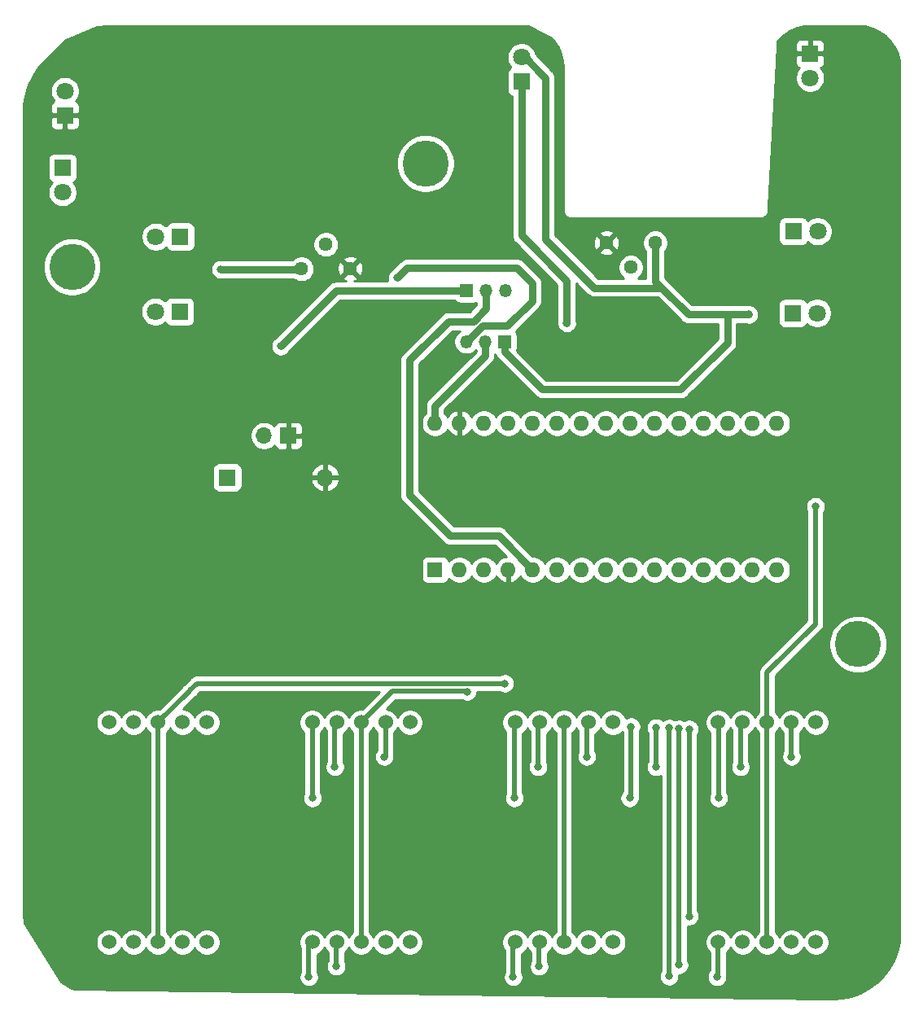
<source format=gbr>
%TF.GenerationSoftware,KiCad,Pcbnew,(5.1.6)-1*%
%TF.CreationDate,2020-12-04T16:37:21+02:00*%
%TF.ProjectId,Tahometrs,5461686f-6d65-4747-9273-2e6b69636164,rev?*%
%TF.SameCoordinates,Original*%
%TF.FileFunction,Copper,L2,Bot*%
%TF.FilePolarity,Positive*%
%FSLAX46Y46*%
G04 Gerber Fmt 4.6, Leading zero omitted, Abs format (unit mm)*
G04 Created by KiCad (PCBNEW (5.1.6)-1) date 2020-12-04 16:37:21*
%MOMM*%
%LPD*%
G01*
G04 APERTURE LIST*
%TA.AperFunction,ComponentPad*%
%ADD10C,4.800000*%
%TD*%
%TA.AperFunction,ComponentPad*%
%ADD11R,1.600000X1.600000*%
%TD*%
%TA.AperFunction,ComponentPad*%
%ADD12O,1.600000X1.600000*%
%TD*%
%TA.AperFunction,ComponentPad*%
%ADD13R,1.800000X1.800000*%
%TD*%
%TA.AperFunction,ComponentPad*%
%ADD14C,1.800000*%
%TD*%
%TA.AperFunction,ComponentPad*%
%ADD15O,1.800000X1.800000*%
%TD*%
%TA.AperFunction,ComponentPad*%
%ADD16O,1.350000X1.350000*%
%TD*%
%TA.AperFunction,ComponentPad*%
%ADD17R,1.350000X1.350000*%
%TD*%
%TA.AperFunction,ComponentPad*%
%ADD18C,1.440000*%
%TD*%
%TA.AperFunction,ComponentPad*%
%ADD19C,1.524000*%
%TD*%
%TA.AperFunction,ComponentPad*%
%ADD20R,1.700000X1.700000*%
%TD*%
%TA.AperFunction,ComponentPad*%
%ADD21O,1.700000X1.700000*%
%TD*%
%TA.AperFunction,ViaPad*%
%ADD22C,0.800000*%
%TD*%
%TA.AperFunction,Conductor*%
%ADD23C,0.750000*%
%TD*%
%TA.AperFunction,Conductor*%
%ADD24C,0.500000*%
%TD*%
%TA.AperFunction,Conductor*%
%ADD25C,0.254000*%
%TD*%
G04 APERTURE END LIST*
D10*
%TO.P,REF\u002A\u002A,1*%
%TO.N,N/C*%
X130750000Y-55750000D03*
%TD*%
%TO.P,REF\u002A\u002A,1*%
%TO.N,N/C*%
X167500000Y-45000000D03*
%TD*%
%TO.P,REF\u002A\u002A,1*%
%TO.N,N/C*%
X212500000Y-95000000D03*
%TD*%
D11*
%TO.P,A1,1*%
%TO.N,Net-(A1-Pad1)*%
X168500000Y-87250000D03*
D12*
%TO.P,A1,17*%
%TO.N,Net-(A1-Pad17)*%
X201520000Y-72010000D03*
%TO.P,A1,2*%
%TO.N,Net-(A1-Pad2)*%
X171040000Y-87250000D03*
%TO.P,A1,18*%
%TO.N,Net-(A1-Pad18)*%
X198980000Y-72010000D03*
%TO.P,A1,3*%
%TO.N,Net-(A1-Pad3)*%
X173580000Y-87250000D03*
%TO.P,A1,19*%
%TO.N,Net-(A1-Pad19)*%
X196440000Y-72010000D03*
%TO.P,A1,4*%
%TO.N,GNDREF*%
X176120000Y-87250000D03*
%TO.P,A1,20*%
%TO.N,Net-(A1-Pad20)*%
X193900000Y-72010000D03*
%TO.P,A1,5*%
%TO.N,Net-(A1-Pad5)*%
X178660000Y-87250000D03*
%TO.P,A1,21*%
%TO.N,Net-(A1-Pad21)*%
X191360000Y-72010000D03*
%TO.P,A1,6*%
%TO.N,D3*%
X181200000Y-87250000D03*
%TO.P,A1,22*%
%TO.N,Net-(A1-Pad22)*%
X188820000Y-72010000D03*
%TO.P,A1,7*%
%TO.N,D2*%
X183740000Y-87250000D03*
%TO.P,A1,23*%
%TO.N,Net-(A1-Pad23)*%
X186280000Y-72010000D03*
%TO.P,A1,8*%
%TO.N,D1*%
X186280000Y-87250000D03*
%TO.P,A1,24*%
%TO.N,Net-(A1-Pad24)*%
X183740000Y-72010000D03*
%TO.P,A1,9*%
%TO.N,G*%
X188820000Y-87250000D03*
%TO.P,A1,25*%
%TO.N,Net-(A1-Pad25)*%
X181200000Y-72010000D03*
%TO.P,A1,10*%
%TO.N,F*%
X191360000Y-87250000D03*
%TO.P,A1,26*%
%TO.N,Net-(A1-Pad26)*%
X178660000Y-72010000D03*
%TO.P,A1,11*%
%TO.N,E*%
X193900000Y-87250000D03*
%TO.P,A1,27*%
%TO.N,Net-(A1-Pad27)*%
X176120000Y-72010000D03*
%TO.P,A1,12*%
%TO.N,D*%
X196440000Y-87250000D03*
%TO.P,A1,28*%
%TO.N,Net-(A1-Pad28)*%
X173580000Y-72010000D03*
%TO.P,A1,13*%
%TO.N,C*%
X198980000Y-87250000D03*
%TO.P,A1,29*%
%TO.N,GNDREF*%
X171040000Y-72010000D03*
%TO.P,A1,14*%
%TO.N,B*%
X201520000Y-87250000D03*
%TO.P,A1,30*%
%TO.N,5V*%
X168500000Y-72010000D03*
%TO.P,A1,15*%
%TO.N,A*%
X204060000Y-87250000D03*
%TO.P,A1,16*%
%TO.N,D4*%
X204060000Y-72010000D03*
%TD*%
D13*
%TO.P,D2,1*%
%TO.N,Net-(D2-Pad1)*%
X205710000Y-60550000D03*
D14*
%TO.P,D2,2*%
%TO.N,x*%
X208250000Y-60550000D03*
%TD*%
%TO.P,D3,2*%
%TO.N,Net-(D3-Pad2)*%
X130000000Y-37460000D03*
D13*
%TO.P,D3,1*%
%TO.N,GNDREF*%
X130000000Y-40000000D03*
%TD*%
D14*
%TO.P,D4,2*%
%TO.N,Net-(D4-Pad2)*%
X207500000Y-36100000D03*
D13*
%TO.P,D4,1*%
%TO.N,GNDREF*%
X207500000Y-33560000D03*
%TD*%
%TO.P,D5,1*%
%TO.N,Net-(D5-Pad1)*%
X146900000Y-77650000D03*
D15*
%TO.P,D5,2*%
%TO.N,GNDREF*%
X157060000Y-77650000D03*
%TD*%
D16*
%TO.P,J1,3*%
%TO.N,D_out*%
X175800000Y-58250000D03*
%TO.P,J1,2*%
%TO.N,Net-(A1-Pad5)*%
X173800000Y-58250000D03*
D17*
%TO.P,J1,1*%
%TO.N,D_out2*%
X171800000Y-58250000D03*
%TD*%
%TO.P,J3,1*%
%TO.N,x*%
X175750000Y-63550000D03*
D16*
%TO.P,J3,2*%
%TO.N,5V*%
X173750000Y-63550000D03*
%TO.P,J3,3*%
%TO.N,=*%
X171750000Y-63550000D03*
%TD*%
D18*
%TO.P,RV1,1*%
%TO.N,=*%
X154600000Y-55950000D03*
%TO.P,RV1,2*%
%TO.N,Net-(RV1-Pad2)*%
X157140000Y-53410000D03*
%TO.P,RV1,3*%
%TO.N,GNDREF*%
X159680000Y-55950000D03*
%TD*%
%TO.P,RV2,3*%
%TO.N,GNDREF*%
X186320000Y-53250000D03*
%TO.P,RV2,2*%
%TO.N,Net-(RV2-Pad2)*%
X188860000Y-55790000D03*
%TO.P,RV2,1*%
%TO.N,x*%
X191400000Y-53250000D03*
%TD*%
D19*
%TO.P,U1,1*%
%TO.N,Net-(R5-Pad1)*%
X134600001Y-125990001D03*
%TO.P,U1,2*%
%TO.N,Net-(R4-Pad1)*%
X137140001Y-125990001D03*
%TO.P,U1,3*%
%TO.N,Net-(Q1-Pad3)*%
X139680001Y-125990001D03*
%TO.P,U1,4*%
%TO.N,Net-(R3-Pad1)*%
X142220001Y-125990001D03*
%TO.P,U1,5*%
%TO.N,Net-(U1-Pad5)*%
X144760001Y-125990001D03*
%TO.P,U1,6*%
%TO.N,Net-(R2-Pad1)*%
X144760001Y-103130001D03*
%TO.P,U1,7*%
%TO.N,Net-(R1-Pad1)*%
X142220001Y-103130001D03*
%TO.P,U1,8*%
%TO.N,Net-(Q1-Pad3)*%
X139680001Y-103130001D03*
%TO.P,U1,9*%
%TO.N,Net-(R6-Pad1)*%
X137140001Y-103130001D03*
%TO.P,U1,10*%
%TO.N,Net-(R7-Pad1)*%
X134600001Y-103130001D03*
%TD*%
%TO.P,U2,10*%
%TO.N,Net-(R7-Pad1)*%
X155720001Y-103130001D03*
%TO.P,U2,9*%
%TO.N,Net-(R6-Pad1)*%
X158260001Y-103130001D03*
%TO.P,U2,8*%
%TO.N,Net-(Q2-Pad3)*%
X160800001Y-103130001D03*
%TO.P,U2,7*%
%TO.N,Net-(R1-Pad1)*%
X163340001Y-103130001D03*
%TO.P,U2,6*%
%TO.N,Net-(R2-Pad1)*%
X165880001Y-103130001D03*
%TO.P,U2,5*%
%TO.N,Net-(U2-Pad5)*%
X165880001Y-125990001D03*
%TO.P,U2,4*%
%TO.N,Net-(R3-Pad1)*%
X163340001Y-125990001D03*
%TO.P,U2,3*%
%TO.N,Net-(Q2-Pad3)*%
X160800001Y-125990001D03*
%TO.P,U2,2*%
%TO.N,Net-(R4-Pad1)*%
X158260001Y-125990001D03*
%TO.P,U2,1*%
%TO.N,Net-(R5-Pad1)*%
X155720001Y-125990001D03*
%TD*%
%TO.P,U3,1*%
%TO.N,Net-(R5-Pad1)*%
X176840001Y-125990001D03*
%TO.P,U3,2*%
%TO.N,Net-(R4-Pad1)*%
X179380001Y-125990001D03*
%TO.P,U3,3*%
%TO.N,Net-(Q3-Pad3)*%
X181920001Y-125990001D03*
%TO.P,U3,4*%
%TO.N,Net-(R3-Pad1)*%
X184460001Y-125990001D03*
%TO.P,U3,5*%
%TO.N,Net-(U3-Pad5)*%
X187000001Y-125990001D03*
%TO.P,U3,6*%
%TO.N,Net-(R2-Pad1)*%
X187000001Y-103130001D03*
%TO.P,U3,7*%
%TO.N,Net-(R1-Pad1)*%
X184460001Y-103130001D03*
%TO.P,U3,8*%
%TO.N,Net-(Q3-Pad3)*%
X181920001Y-103130001D03*
%TO.P,U3,9*%
%TO.N,Net-(R6-Pad1)*%
X179380001Y-103130001D03*
%TO.P,U3,10*%
%TO.N,Net-(R7-Pad1)*%
X176840001Y-103130001D03*
%TD*%
%TO.P,U5,10*%
%TO.N,Net-(R7-Pad1)*%
X197960001Y-103130001D03*
%TO.P,U5,9*%
%TO.N,Net-(R6-Pad1)*%
X200500001Y-103130001D03*
%TO.P,U5,8*%
%TO.N,Net-(Q4-Pad3)*%
X203040001Y-103130001D03*
%TO.P,U5,7*%
%TO.N,Net-(R1-Pad1)*%
X205580001Y-103130001D03*
%TO.P,U5,6*%
%TO.N,Net-(R2-Pad1)*%
X208120001Y-103130001D03*
%TO.P,U5,5*%
%TO.N,Net-(U5-Pad5)*%
X208120001Y-125990001D03*
%TO.P,U5,4*%
%TO.N,Net-(R3-Pad1)*%
X205580001Y-125990001D03*
%TO.P,U5,3*%
%TO.N,Net-(Q4-Pad3)*%
X203040001Y-125990001D03*
%TO.P,U5,2*%
%TO.N,Net-(R4-Pad1)*%
X200500001Y-125990001D03*
%TO.P,U5,1*%
%TO.N,Net-(R5-Pad1)*%
X197960001Y-125990001D03*
%TD*%
D20*
%TO.P,J2,1*%
%TO.N,GNDREF*%
X153250000Y-73300000D03*
D21*
%TO.P,J2,2*%
%TO.N,Net-(C1-Pad1)*%
X150710000Y-73300000D03*
%TD*%
D13*
%TO.P,D1,1*%
%TO.N,Net-(D1-Pad1)*%
X141950000Y-60400000D03*
D14*
%TO.P,D1,2*%
%TO.N,=*%
X139410000Y-60400000D03*
%TD*%
%TO.P,D6,2*%
%TO.N,x*%
X208300000Y-52050000D03*
D13*
%TO.P,D6,1*%
%TO.N,Net-(D6-Pad1)*%
X205760000Y-52050000D03*
%TD*%
%TO.P,D7,1*%
%TO.N,Net-(D7-Pad1)*%
X142000000Y-52600000D03*
D14*
%TO.P,D7,2*%
%TO.N,=*%
X139460000Y-52600000D03*
%TD*%
%TO.P,D8,2*%
%TO.N,=*%
X129750000Y-48000000D03*
D13*
%TO.P,D8,1*%
%TO.N,Net-(D8-Pad1)*%
X129750000Y-45460000D03*
%TD*%
%TO.P,D9,1*%
%TO.N,Net-(D9-Pad1)*%
X177500000Y-36500000D03*
D14*
%TO.P,D9,2*%
%TO.N,x*%
X177500000Y-33960000D03*
%TD*%
D22*
%TO.N,GNDREF*%
X180000000Y-98000000D03*
X170000000Y-96000000D03*
X149000000Y-125750000D03*
X171000000Y-126000000D03*
X190500000Y-125750000D03*
X142500000Y-105750000D03*
X200750000Y-100500000D03*
X192750000Y-96000000D03*
X195250000Y-96000000D03*
X197750000Y-96000000D03*
X200250000Y-96000000D03*
X190250000Y-96000000D03*
X150500000Y-68250000D03*
X162750000Y-66250000D03*
X147000000Y-60250000D03*
%TO.N,Net-(Q1-Pad3)*%
X175749999Y-99074999D03*
%TO.N,Net-(Q2-Pad3)*%
X171850000Y-99925000D03*
%TO.N,Net-(Q4-Pad3)*%
X208075000Y-80675000D03*
%TO.N,Net-(R1-Pad1)*%
X205570000Y-106700000D03*
X184270000Y-106700000D03*
X163220000Y-106700000D03*
%TO.N,Net-(R3-Pad1)*%
X194950000Y-103825000D03*
X194950000Y-123300000D03*
%TO.N,Net-(R4-Pad1)*%
X158220000Y-128500000D03*
X179320000Y-128500000D03*
X193900000Y-103800000D03*
X193900000Y-128350000D03*
%TO.N,Net-(R5-Pad1)*%
X155370000Y-129600000D03*
X176620000Y-129600000D03*
X197820000Y-129600000D03*
X192850000Y-103725000D03*
X192850000Y-129550000D03*
%TO.N,Net-(R6-Pad1)*%
X200270000Y-107750000D03*
X179220000Y-107750000D03*
X158070000Y-107750000D03*
X191500000Y-103675000D03*
X191500000Y-107750000D03*
%TO.N,Net-(R7-Pad1)*%
X198000000Y-111000000D03*
X176750000Y-111000000D03*
X155750000Y-111000000D03*
X188900000Y-103575000D03*
X188750000Y-111000000D03*
%TO.N,Net-(D9-Pad1)*%
X182200000Y-61600000D03*
%TO.N,=*%
X146200000Y-56000000D03*
X164550000Y-56900000D03*
%TO.N,x*%
X201150000Y-60700000D03*
%TO.N,D_out2*%
X152450000Y-64000000D03*
%TD*%
D23*
%TO.N,5V*%
X173750000Y-63550000D02*
X173750000Y-64950000D01*
X168500000Y-70200000D02*
X168500000Y-72010000D01*
X173750000Y-64950000D02*
X168500000Y-70200000D01*
D24*
%TO.N,Net-(Q1-Pad3)*%
X139680001Y-103130001D02*
X139680001Y-125990001D01*
X139680001Y-103130001D02*
X142960002Y-99850000D01*
X142960002Y-99850000D02*
X142960002Y-99814998D01*
X143700001Y-99074999D02*
X175749999Y-99074999D01*
X142960002Y-99814998D02*
X143700001Y-99074999D01*
X175749999Y-99074999D02*
X175749999Y-99074999D01*
%TO.N,Net-(Q2-Pad3)*%
X160800001Y-103130001D02*
X160800001Y-125990001D01*
X160800001Y-103130001D02*
X164030002Y-99900000D01*
X164030002Y-99900000D02*
X171775000Y-99900000D01*
%TO.N,Net-(Q3-Pad3)*%
X181920001Y-125990001D02*
X181920001Y-103130001D01*
%TO.N,Net-(Q4-Pad3)*%
X203040001Y-125990001D02*
X203040001Y-103130001D01*
X203040001Y-103130001D02*
X203040001Y-97934999D01*
X203040001Y-97934999D02*
X208075000Y-92900000D01*
X208075000Y-92900000D02*
X208075000Y-80675000D01*
X208075000Y-80675000D02*
X208075000Y-80675000D01*
%TO.N,Net-(R1-Pad1)*%
X205570000Y-103140002D02*
X205580001Y-103130001D01*
X205570000Y-106700000D02*
X205570000Y-103140002D01*
X184270000Y-103320002D02*
X184460001Y-103130001D01*
X184270000Y-106700000D02*
X184270000Y-103320002D01*
X163340001Y-106579999D02*
X163220000Y-106700000D01*
X163340001Y-103130001D02*
X163340001Y-106579999D01*
%TO.N,Net-(R3-Pad1)*%
X194950000Y-103825000D02*
X194950000Y-123300000D01*
X194950000Y-123300000D02*
X194950000Y-123300000D01*
%TO.N,Net-(R4-Pad1)*%
X179320000Y-126050002D02*
X179380001Y-125990001D01*
X179320000Y-128500000D02*
X179320000Y-126050002D01*
X158220000Y-126030002D02*
X158260001Y-125990001D01*
X158220000Y-128500000D02*
X158220000Y-126030002D01*
X193900000Y-103800000D02*
X193900000Y-128350000D01*
X193900000Y-128350000D02*
X193900000Y-128350000D01*
%TO.N,Net-(R5-Pad1)*%
X197960001Y-129459999D02*
X197820000Y-129600000D01*
X197960001Y-125990001D02*
X197960001Y-129459999D01*
X176620000Y-126210002D02*
X176840001Y-125990001D01*
X176620000Y-129600000D02*
X176620000Y-126210002D01*
X155370000Y-126340002D02*
X155720001Y-125990001D01*
X155370000Y-129600000D02*
X155370000Y-126340002D01*
X192850000Y-103725000D02*
X192850000Y-129550000D01*
X192850000Y-129550000D02*
X192850000Y-129550000D01*
%TO.N,Net-(R6-Pad1)*%
X158070000Y-103320002D02*
X158260001Y-103130001D01*
X158070000Y-107750000D02*
X158070000Y-103320002D01*
X179220000Y-103290002D02*
X179380001Y-103130001D01*
X179220000Y-107750000D02*
X179220000Y-103290002D01*
X200270000Y-103360002D02*
X200500001Y-103130001D01*
X200270000Y-107750000D02*
X200270000Y-103360002D01*
X191500000Y-103675000D02*
X191500000Y-107750000D01*
X191500000Y-107750000D02*
X191500000Y-107775000D01*
%TO.N,Net-(R7-Pad1)*%
X155720001Y-110970001D02*
X155750000Y-111000000D01*
X155720001Y-103130001D02*
X155720001Y-110970001D01*
X176750000Y-103220002D02*
X176840001Y-103130001D01*
X176750000Y-111000000D02*
X176750000Y-103220002D01*
X198000000Y-103170000D02*
X197960001Y-103130001D01*
X198000000Y-111000000D02*
X198000000Y-103170000D01*
X188900000Y-110850000D02*
X188750000Y-111000000D01*
X188900000Y-103575000D02*
X188900000Y-110850000D01*
D23*
%TO.N,Net-(D9-Pad1)*%
X182200000Y-61600000D02*
X182200000Y-61600000D01*
X177500000Y-36150000D02*
X177500000Y-52500000D01*
X182200000Y-57200000D02*
X182200000Y-61600000D01*
X177500000Y-52500000D02*
X182200000Y-57200000D01*
%TO.N,Net-(A1-Pad5)*%
X173800000Y-58250000D02*
X173800000Y-60100000D01*
X173800000Y-60100000D02*
X172500000Y-61400000D01*
X172500000Y-61400000D02*
X169900000Y-61400000D01*
X169900000Y-61400000D02*
X165850000Y-65450000D01*
X165850000Y-65450000D02*
X165850000Y-79500000D01*
X165850000Y-79500000D02*
X170050000Y-83700000D01*
X175110000Y-83700000D02*
X178660000Y-87250000D01*
X170050000Y-83700000D02*
X175110000Y-83700000D01*
%TO.N,=*%
X154550000Y-56000000D02*
X154600000Y-55950000D01*
X146200000Y-56000000D02*
X154550000Y-56000000D01*
X164550000Y-56900000D02*
X165600000Y-55850000D01*
X165600000Y-55850000D02*
X177000000Y-55850000D01*
X177000000Y-55850000D02*
X178600000Y-57450000D01*
X178600000Y-57450000D02*
X178600000Y-59300000D01*
X178600000Y-59300000D02*
X176000000Y-61900000D01*
X176000000Y-61900000D02*
X173450000Y-61900000D01*
X171800000Y-63550000D02*
X171750000Y-63550000D01*
X173450000Y-61900000D02*
X171800000Y-63550000D01*
%TO.N,x*%
X191400000Y-57250000D02*
X191400000Y-53250000D01*
X175750000Y-63550000D02*
X175750000Y-64600000D01*
X175750000Y-64600000D02*
X179650000Y-68500000D01*
X179650000Y-68500000D02*
X194050000Y-68500000D01*
X194050000Y-68500000D02*
X198900000Y-63650000D01*
X201150000Y-60700000D02*
X198900000Y-60700000D01*
X198900000Y-63650000D02*
X198900000Y-60700000D01*
X198900000Y-60700000D02*
X194850000Y-60700000D01*
X192075000Y-57925000D02*
X191400000Y-57250000D01*
X192075000Y-57925000D02*
X185075000Y-57925000D01*
X194850000Y-60700000D02*
X192075000Y-57925000D01*
X185075000Y-57925000D02*
X180000000Y-52850000D01*
X180000000Y-36110000D02*
X177500000Y-33610000D01*
X180000000Y-52850000D02*
X180000000Y-36110000D01*
%TO.N,D_out2*%
X171800000Y-58250000D02*
X158200000Y-58250000D01*
X158200000Y-58250000D02*
X152450000Y-64000000D01*
X152450000Y-64000000D02*
X152450000Y-64000000D01*
%TD*%
D25*
%TO.N,GNDREF*%
G36*
X178158872Y-30721426D02*
G01*
X180507895Y-31895937D01*
X180870777Y-32270403D01*
X181300871Y-32910451D01*
X181610829Y-33616553D01*
X181792065Y-34371457D01*
X181840001Y-35024220D01*
X181840000Y-49967581D01*
X181836807Y-50000000D01*
X181849550Y-50129383D01*
X181887290Y-50253793D01*
X181948575Y-50368450D01*
X182031052Y-50468948D01*
X182131550Y-50551425D01*
X182246207Y-50612710D01*
X182370617Y-50650450D01*
X182500000Y-50663193D01*
X182532419Y-50660000D01*
X202467581Y-50660000D01*
X202500000Y-50663193D01*
X202532419Y-50660000D01*
X202629383Y-50650450D01*
X202753793Y-50612710D01*
X202868450Y-50551425D01*
X202968948Y-50468948D01*
X203051425Y-50368450D01*
X203112710Y-50253793D01*
X203150450Y-50129383D01*
X203163193Y-50000000D01*
X203160000Y-49967581D01*
X203160000Y-49409517D01*
X203990528Y-34460000D01*
X205961928Y-34460000D01*
X205974188Y-34584482D01*
X206010498Y-34704180D01*
X206069463Y-34814494D01*
X206148815Y-34911185D01*
X206245506Y-34990537D01*
X206355820Y-35049502D01*
X206374127Y-35055056D01*
X206307688Y-35121495D01*
X206139701Y-35372905D01*
X206023989Y-35652257D01*
X205965000Y-35948816D01*
X205965000Y-36251184D01*
X206023989Y-36547743D01*
X206139701Y-36827095D01*
X206307688Y-37078505D01*
X206521495Y-37292312D01*
X206772905Y-37460299D01*
X207052257Y-37576011D01*
X207348816Y-37635000D01*
X207651184Y-37635000D01*
X207947743Y-37576011D01*
X208227095Y-37460299D01*
X208478505Y-37292312D01*
X208692312Y-37078505D01*
X208860299Y-36827095D01*
X208976011Y-36547743D01*
X209035000Y-36251184D01*
X209035000Y-35948816D01*
X208976011Y-35652257D01*
X208860299Y-35372905D01*
X208692312Y-35121495D01*
X208625873Y-35055056D01*
X208644180Y-35049502D01*
X208754494Y-34990537D01*
X208851185Y-34911185D01*
X208930537Y-34814494D01*
X208989502Y-34704180D01*
X209025812Y-34584482D01*
X209038072Y-34460000D01*
X209035000Y-33845750D01*
X208876250Y-33687000D01*
X207627000Y-33687000D01*
X207627000Y-33707000D01*
X207373000Y-33707000D01*
X207373000Y-33687000D01*
X206123750Y-33687000D01*
X205965000Y-33845750D01*
X205961928Y-34460000D01*
X203990528Y-34460000D01*
X204090528Y-32660000D01*
X205961928Y-32660000D01*
X205965000Y-33274250D01*
X206123750Y-33433000D01*
X207373000Y-33433000D01*
X207373000Y-32183750D01*
X207627000Y-32183750D01*
X207627000Y-33433000D01*
X208876250Y-33433000D01*
X209035000Y-33274250D01*
X209038072Y-32660000D01*
X209025812Y-32535518D01*
X208989502Y-32415820D01*
X208930537Y-32305506D01*
X208851185Y-32208815D01*
X208754494Y-32129463D01*
X208644180Y-32070498D01*
X208524482Y-32034188D01*
X208400000Y-32021928D01*
X207785750Y-32025000D01*
X207627000Y-32183750D01*
X207373000Y-32183750D01*
X207214250Y-32025000D01*
X206600000Y-32021928D01*
X206475518Y-32034188D01*
X206355820Y-32070498D01*
X206245506Y-32129463D01*
X206148815Y-32208815D01*
X206069463Y-32305506D01*
X206010498Y-32415820D01*
X205974188Y-32535518D01*
X205961928Y-32660000D01*
X204090528Y-32660000D01*
X204109714Y-32314654D01*
X204216626Y-32165870D01*
X204770403Y-31629223D01*
X205410451Y-31199129D01*
X206116553Y-30889171D01*
X206871457Y-30707935D01*
X207524207Y-30660000D01*
X212470608Y-30660000D01*
X213268083Y-30731173D01*
X214011891Y-30934656D01*
X214707905Y-31266638D01*
X215334130Y-31716626D01*
X215870777Y-32270403D01*
X216300871Y-32910451D01*
X216610829Y-33616553D01*
X216792065Y-34371457D01*
X216840001Y-35024220D01*
X216840000Y-124976094D01*
X216766640Y-125987143D01*
X216553262Y-126953616D01*
X216202609Y-127879151D01*
X215722019Y-128744378D01*
X215121560Y-129531169D01*
X214413808Y-130223042D01*
X213613604Y-130805493D01*
X212737693Y-131266331D01*
X211804434Y-131595900D01*
X210829685Y-131788021D01*
X209979835Y-131840000D01*
X209294846Y-131840000D01*
X130927648Y-130884303D01*
X130501048Y-130683560D01*
X129591051Y-130106058D01*
X125800314Y-124040878D01*
X125678429Y-123076058D01*
X125660000Y-122489642D01*
X125660000Y-102992409D01*
X133203001Y-102992409D01*
X133203001Y-103267593D01*
X133256687Y-103537491D01*
X133361996Y-103791728D01*
X133514881Y-104020536D01*
X133709466Y-104215121D01*
X133938274Y-104368006D01*
X134192511Y-104473315D01*
X134462409Y-104527001D01*
X134737593Y-104527001D01*
X135007491Y-104473315D01*
X135261728Y-104368006D01*
X135490536Y-104215121D01*
X135685121Y-104020536D01*
X135838006Y-103791728D01*
X135870001Y-103714486D01*
X135901996Y-103791728D01*
X136054881Y-104020536D01*
X136249466Y-104215121D01*
X136478274Y-104368006D01*
X136732511Y-104473315D01*
X137002409Y-104527001D01*
X137277593Y-104527001D01*
X137547491Y-104473315D01*
X137801728Y-104368006D01*
X138030536Y-104215121D01*
X138225121Y-104020536D01*
X138378006Y-103791728D01*
X138410001Y-103714486D01*
X138441996Y-103791728D01*
X138594881Y-104020536D01*
X138789466Y-104215121D01*
X138795001Y-104218819D01*
X138795002Y-124901182D01*
X138789466Y-124904881D01*
X138594881Y-125099466D01*
X138441996Y-125328274D01*
X138410001Y-125405516D01*
X138378006Y-125328274D01*
X138225121Y-125099466D01*
X138030536Y-124904881D01*
X137801728Y-124751996D01*
X137547491Y-124646687D01*
X137277593Y-124593001D01*
X137002409Y-124593001D01*
X136732511Y-124646687D01*
X136478274Y-124751996D01*
X136249466Y-124904881D01*
X136054881Y-125099466D01*
X135901996Y-125328274D01*
X135870001Y-125405516D01*
X135838006Y-125328274D01*
X135685121Y-125099466D01*
X135490536Y-124904881D01*
X135261728Y-124751996D01*
X135007491Y-124646687D01*
X134737593Y-124593001D01*
X134462409Y-124593001D01*
X134192511Y-124646687D01*
X133938274Y-124751996D01*
X133709466Y-124904881D01*
X133514881Y-125099466D01*
X133361996Y-125328274D01*
X133256687Y-125582511D01*
X133203001Y-125852409D01*
X133203001Y-126127593D01*
X133256687Y-126397491D01*
X133361996Y-126651728D01*
X133514881Y-126880536D01*
X133709466Y-127075121D01*
X133938274Y-127228006D01*
X134192511Y-127333315D01*
X134462409Y-127387001D01*
X134737593Y-127387001D01*
X135007491Y-127333315D01*
X135261728Y-127228006D01*
X135490536Y-127075121D01*
X135685121Y-126880536D01*
X135838006Y-126651728D01*
X135870001Y-126574486D01*
X135901996Y-126651728D01*
X136054881Y-126880536D01*
X136249466Y-127075121D01*
X136478274Y-127228006D01*
X136732511Y-127333315D01*
X137002409Y-127387001D01*
X137277593Y-127387001D01*
X137547491Y-127333315D01*
X137801728Y-127228006D01*
X138030536Y-127075121D01*
X138225121Y-126880536D01*
X138378006Y-126651728D01*
X138410001Y-126574486D01*
X138441996Y-126651728D01*
X138594881Y-126880536D01*
X138789466Y-127075121D01*
X139018274Y-127228006D01*
X139272511Y-127333315D01*
X139542409Y-127387001D01*
X139817593Y-127387001D01*
X140087491Y-127333315D01*
X140341728Y-127228006D01*
X140570536Y-127075121D01*
X140765121Y-126880536D01*
X140918006Y-126651728D01*
X140950001Y-126574486D01*
X140981996Y-126651728D01*
X141134881Y-126880536D01*
X141329466Y-127075121D01*
X141558274Y-127228006D01*
X141812511Y-127333315D01*
X142082409Y-127387001D01*
X142357593Y-127387001D01*
X142627491Y-127333315D01*
X142881728Y-127228006D01*
X143110536Y-127075121D01*
X143305121Y-126880536D01*
X143458006Y-126651728D01*
X143490001Y-126574486D01*
X143521996Y-126651728D01*
X143674881Y-126880536D01*
X143869466Y-127075121D01*
X144098274Y-127228006D01*
X144352511Y-127333315D01*
X144622409Y-127387001D01*
X144897593Y-127387001D01*
X145167491Y-127333315D01*
X145421728Y-127228006D01*
X145650536Y-127075121D01*
X145845121Y-126880536D01*
X145998006Y-126651728D01*
X146103315Y-126397491D01*
X146157001Y-126127593D01*
X146157001Y-125852409D01*
X146103315Y-125582511D01*
X145998006Y-125328274D01*
X145845121Y-125099466D01*
X145650536Y-124904881D01*
X145421728Y-124751996D01*
X145167491Y-124646687D01*
X144897593Y-124593001D01*
X144622409Y-124593001D01*
X144352511Y-124646687D01*
X144098274Y-124751996D01*
X143869466Y-124904881D01*
X143674881Y-125099466D01*
X143521996Y-125328274D01*
X143490001Y-125405516D01*
X143458006Y-125328274D01*
X143305121Y-125099466D01*
X143110536Y-124904881D01*
X142881728Y-124751996D01*
X142627491Y-124646687D01*
X142357593Y-124593001D01*
X142082409Y-124593001D01*
X141812511Y-124646687D01*
X141558274Y-124751996D01*
X141329466Y-124904881D01*
X141134881Y-125099466D01*
X140981996Y-125328274D01*
X140950001Y-125405516D01*
X140918006Y-125328274D01*
X140765121Y-125099466D01*
X140570536Y-124904881D01*
X140565001Y-124901183D01*
X140565001Y-104218819D01*
X140570536Y-104215121D01*
X140765121Y-104020536D01*
X140918006Y-103791728D01*
X140950001Y-103714486D01*
X140981996Y-103791728D01*
X141134881Y-104020536D01*
X141329466Y-104215121D01*
X141558274Y-104368006D01*
X141812511Y-104473315D01*
X142082409Y-104527001D01*
X142357593Y-104527001D01*
X142627491Y-104473315D01*
X142881728Y-104368006D01*
X143110536Y-104215121D01*
X143305121Y-104020536D01*
X143458006Y-103791728D01*
X143490001Y-103714486D01*
X143521996Y-103791728D01*
X143674881Y-104020536D01*
X143869466Y-104215121D01*
X144098274Y-104368006D01*
X144352511Y-104473315D01*
X144622409Y-104527001D01*
X144897593Y-104527001D01*
X145167491Y-104473315D01*
X145421728Y-104368006D01*
X145650536Y-104215121D01*
X145845121Y-104020536D01*
X145998006Y-103791728D01*
X146103315Y-103537491D01*
X146157001Y-103267593D01*
X146157001Y-102992409D01*
X146103315Y-102722511D01*
X145998006Y-102468274D01*
X145845121Y-102239466D01*
X145650536Y-102044881D01*
X145421728Y-101891996D01*
X145167491Y-101786687D01*
X144897593Y-101733001D01*
X144622409Y-101733001D01*
X144352511Y-101786687D01*
X144098274Y-101891996D01*
X143869466Y-102044881D01*
X143674881Y-102239466D01*
X143521996Y-102468274D01*
X143490001Y-102545516D01*
X143458006Y-102468274D01*
X143305121Y-102239466D01*
X143110536Y-102044881D01*
X142881728Y-101891996D01*
X142627491Y-101786687D01*
X142357593Y-101733001D01*
X142328580Y-101733001D01*
X143555052Y-100506529D01*
X143588819Y-100478817D01*
X143699413Y-100344059D01*
X143718811Y-100307767D01*
X144066580Y-99959999D01*
X162718424Y-99959999D01*
X160944124Y-101734300D01*
X160937593Y-101733001D01*
X160662409Y-101733001D01*
X160392511Y-101786687D01*
X160138274Y-101891996D01*
X159909466Y-102044881D01*
X159714881Y-102239466D01*
X159561996Y-102468274D01*
X159530001Y-102545516D01*
X159498006Y-102468274D01*
X159345121Y-102239466D01*
X159150536Y-102044881D01*
X158921728Y-101891996D01*
X158667491Y-101786687D01*
X158397593Y-101733001D01*
X158122409Y-101733001D01*
X157852511Y-101786687D01*
X157598274Y-101891996D01*
X157369466Y-102044881D01*
X157174881Y-102239466D01*
X157021996Y-102468274D01*
X156990001Y-102545516D01*
X156958006Y-102468274D01*
X156805121Y-102239466D01*
X156610536Y-102044881D01*
X156381728Y-101891996D01*
X156127491Y-101786687D01*
X155857593Y-101733001D01*
X155582409Y-101733001D01*
X155312511Y-101786687D01*
X155058274Y-101891996D01*
X154829466Y-102044881D01*
X154634881Y-102239466D01*
X154481996Y-102468274D01*
X154376687Y-102722511D01*
X154323001Y-102992409D01*
X154323001Y-103267593D01*
X154376687Y-103537491D01*
X154481996Y-103791728D01*
X154634881Y-104020536D01*
X154829466Y-104215121D01*
X154835001Y-104218819D01*
X154835002Y-110506441D01*
X154832795Y-110509744D01*
X154754774Y-110698102D01*
X154715000Y-110898061D01*
X154715000Y-111101939D01*
X154754774Y-111301898D01*
X154832795Y-111490256D01*
X154946063Y-111659774D01*
X155090226Y-111803937D01*
X155259744Y-111917205D01*
X155448102Y-111995226D01*
X155648061Y-112035000D01*
X155851939Y-112035000D01*
X156051898Y-111995226D01*
X156240256Y-111917205D01*
X156409774Y-111803937D01*
X156553937Y-111659774D01*
X156667205Y-111490256D01*
X156745226Y-111301898D01*
X156785000Y-111101939D01*
X156785000Y-110898061D01*
X156745226Y-110698102D01*
X156667205Y-110509744D01*
X156605001Y-110416649D01*
X156605001Y-104218819D01*
X156610536Y-104215121D01*
X156805121Y-104020536D01*
X156958006Y-103791728D01*
X156990001Y-103714486D01*
X157021996Y-103791728D01*
X157174881Y-104020536D01*
X157185001Y-104030656D01*
X157185000Y-107211545D01*
X157152795Y-107259744D01*
X157074774Y-107448102D01*
X157035000Y-107648061D01*
X157035000Y-107851939D01*
X157074774Y-108051898D01*
X157152795Y-108240256D01*
X157266063Y-108409774D01*
X157410226Y-108553937D01*
X157579744Y-108667205D01*
X157768102Y-108745226D01*
X157968061Y-108785000D01*
X158171939Y-108785000D01*
X158371898Y-108745226D01*
X158560256Y-108667205D01*
X158729774Y-108553937D01*
X158873937Y-108409774D01*
X158987205Y-108240256D01*
X159065226Y-108051898D01*
X159105000Y-107851939D01*
X159105000Y-107648061D01*
X159065226Y-107448102D01*
X158987205Y-107259744D01*
X158955000Y-107211546D01*
X158955000Y-104345774D01*
X159150536Y-104215121D01*
X159345121Y-104020536D01*
X159498006Y-103791728D01*
X159530001Y-103714486D01*
X159561996Y-103791728D01*
X159714881Y-104020536D01*
X159909466Y-104215121D01*
X159915001Y-104218819D01*
X159915002Y-124901182D01*
X159909466Y-124904881D01*
X159714881Y-125099466D01*
X159561996Y-125328274D01*
X159530001Y-125405516D01*
X159498006Y-125328274D01*
X159345121Y-125099466D01*
X159150536Y-124904881D01*
X158921728Y-124751996D01*
X158667491Y-124646687D01*
X158397593Y-124593001D01*
X158122409Y-124593001D01*
X157852511Y-124646687D01*
X157598274Y-124751996D01*
X157369466Y-124904881D01*
X157174881Y-125099466D01*
X157021996Y-125328274D01*
X156990001Y-125405516D01*
X156958006Y-125328274D01*
X156805121Y-125099466D01*
X156610536Y-124904881D01*
X156381728Y-124751996D01*
X156127491Y-124646687D01*
X155857593Y-124593001D01*
X155582409Y-124593001D01*
X155312511Y-124646687D01*
X155058274Y-124751996D01*
X154829466Y-124904881D01*
X154634881Y-125099466D01*
X154481996Y-125328274D01*
X154376687Y-125582511D01*
X154323001Y-125852409D01*
X154323001Y-126127593D01*
X154376687Y-126397491D01*
X154481996Y-126651728D01*
X154485001Y-126656225D01*
X154485000Y-129061545D01*
X154452795Y-129109744D01*
X154374774Y-129298102D01*
X154335000Y-129498061D01*
X154335000Y-129701939D01*
X154374774Y-129901898D01*
X154452795Y-130090256D01*
X154566063Y-130259774D01*
X154710226Y-130403937D01*
X154879744Y-130517205D01*
X155068102Y-130595226D01*
X155268061Y-130635000D01*
X155471939Y-130635000D01*
X155671898Y-130595226D01*
X155860256Y-130517205D01*
X156029774Y-130403937D01*
X156173937Y-130259774D01*
X156287205Y-130090256D01*
X156365226Y-129901898D01*
X156405000Y-129701939D01*
X156405000Y-129498061D01*
X156365226Y-129298102D01*
X156287205Y-129109744D01*
X156255000Y-129061546D01*
X156255000Y-127280499D01*
X156381728Y-127228006D01*
X156610536Y-127075121D01*
X156805121Y-126880536D01*
X156958006Y-126651728D01*
X156990001Y-126574486D01*
X157021996Y-126651728D01*
X157174881Y-126880536D01*
X157335001Y-127040656D01*
X157335000Y-127961545D01*
X157302795Y-128009744D01*
X157224774Y-128198102D01*
X157185000Y-128398061D01*
X157185000Y-128601939D01*
X157224774Y-128801898D01*
X157302795Y-128990256D01*
X157416063Y-129159774D01*
X157560226Y-129303937D01*
X157729744Y-129417205D01*
X157918102Y-129495226D01*
X158118061Y-129535000D01*
X158321939Y-129535000D01*
X158521898Y-129495226D01*
X158710256Y-129417205D01*
X158879774Y-129303937D01*
X159023937Y-129159774D01*
X159137205Y-128990256D01*
X159215226Y-128801898D01*
X159255000Y-128601939D01*
X159255000Y-128398061D01*
X159215226Y-128198102D01*
X159137205Y-128009744D01*
X159105000Y-127961546D01*
X159105000Y-127105547D01*
X159150536Y-127075121D01*
X159345121Y-126880536D01*
X159498006Y-126651728D01*
X159530001Y-126574486D01*
X159561996Y-126651728D01*
X159714881Y-126880536D01*
X159909466Y-127075121D01*
X160138274Y-127228006D01*
X160392511Y-127333315D01*
X160662409Y-127387001D01*
X160937593Y-127387001D01*
X161207491Y-127333315D01*
X161461728Y-127228006D01*
X161690536Y-127075121D01*
X161885121Y-126880536D01*
X162038006Y-126651728D01*
X162070001Y-126574486D01*
X162101996Y-126651728D01*
X162254881Y-126880536D01*
X162449466Y-127075121D01*
X162678274Y-127228006D01*
X162932511Y-127333315D01*
X163202409Y-127387001D01*
X163477593Y-127387001D01*
X163747491Y-127333315D01*
X164001728Y-127228006D01*
X164230536Y-127075121D01*
X164425121Y-126880536D01*
X164578006Y-126651728D01*
X164610001Y-126574486D01*
X164641996Y-126651728D01*
X164794881Y-126880536D01*
X164989466Y-127075121D01*
X165218274Y-127228006D01*
X165472511Y-127333315D01*
X165742409Y-127387001D01*
X166017593Y-127387001D01*
X166287491Y-127333315D01*
X166541728Y-127228006D01*
X166770536Y-127075121D01*
X166965121Y-126880536D01*
X167118006Y-126651728D01*
X167223315Y-126397491D01*
X167277001Y-126127593D01*
X167277001Y-125852409D01*
X167223315Y-125582511D01*
X167118006Y-125328274D01*
X166965121Y-125099466D01*
X166770536Y-124904881D01*
X166541728Y-124751996D01*
X166287491Y-124646687D01*
X166017593Y-124593001D01*
X165742409Y-124593001D01*
X165472511Y-124646687D01*
X165218274Y-124751996D01*
X164989466Y-124904881D01*
X164794881Y-125099466D01*
X164641996Y-125328274D01*
X164610001Y-125405516D01*
X164578006Y-125328274D01*
X164425121Y-125099466D01*
X164230536Y-124904881D01*
X164001728Y-124751996D01*
X163747491Y-124646687D01*
X163477593Y-124593001D01*
X163202409Y-124593001D01*
X162932511Y-124646687D01*
X162678274Y-124751996D01*
X162449466Y-124904881D01*
X162254881Y-125099466D01*
X162101996Y-125328274D01*
X162070001Y-125405516D01*
X162038006Y-125328274D01*
X161885121Y-125099466D01*
X161690536Y-124904881D01*
X161685001Y-124901183D01*
X161685001Y-104218819D01*
X161690536Y-104215121D01*
X161885121Y-104020536D01*
X162038006Y-103791728D01*
X162070001Y-103714486D01*
X162101996Y-103791728D01*
X162254881Y-104020536D01*
X162449466Y-104215121D01*
X162455001Y-104218820D01*
X162455002Y-106001287D01*
X162416063Y-106040226D01*
X162302795Y-106209744D01*
X162224774Y-106398102D01*
X162185000Y-106598061D01*
X162185000Y-106801939D01*
X162224774Y-107001898D01*
X162302795Y-107190256D01*
X162416063Y-107359774D01*
X162560226Y-107503937D01*
X162729744Y-107617205D01*
X162918102Y-107695226D01*
X163118061Y-107735000D01*
X163321939Y-107735000D01*
X163521898Y-107695226D01*
X163710256Y-107617205D01*
X163879774Y-107503937D01*
X164023937Y-107359774D01*
X164137205Y-107190256D01*
X164215226Y-107001898D01*
X164255000Y-106801939D01*
X164255000Y-106598061D01*
X164225001Y-106447245D01*
X164225001Y-104218819D01*
X164230536Y-104215121D01*
X164425121Y-104020536D01*
X164578006Y-103791728D01*
X164610001Y-103714486D01*
X164641996Y-103791728D01*
X164794881Y-104020536D01*
X164989466Y-104215121D01*
X165218274Y-104368006D01*
X165472511Y-104473315D01*
X165742409Y-104527001D01*
X166017593Y-104527001D01*
X166287491Y-104473315D01*
X166541728Y-104368006D01*
X166770536Y-104215121D01*
X166965121Y-104020536D01*
X167118006Y-103791728D01*
X167223315Y-103537491D01*
X167277001Y-103267593D01*
X167277001Y-102992409D01*
X175443001Y-102992409D01*
X175443001Y-103267593D01*
X175496687Y-103537491D01*
X175601996Y-103791728D01*
X175754881Y-104020536D01*
X175865001Y-104130656D01*
X175865000Y-110461546D01*
X175832795Y-110509744D01*
X175754774Y-110698102D01*
X175715000Y-110898061D01*
X175715000Y-111101939D01*
X175754774Y-111301898D01*
X175832795Y-111490256D01*
X175946063Y-111659774D01*
X176090226Y-111803937D01*
X176259744Y-111917205D01*
X176448102Y-111995226D01*
X176648061Y-112035000D01*
X176851939Y-112035000D01*
X177051898Y-111995226D01*
X177240256Y-111917205D01*
X177409774Y-111803937D01*
X177553937Y-111659774D01*
X177667205Y-111490256D01*
X177745226Y-111301898D01*
X177785000Y-111101939D01*
X177785000Y-110898061D01*
X177745226Y-110698102D01*
X177667205Y-110509744D01*
X177635000Y-110461546D01*
X177635000Y-104278956D01*
X177730536Y-104215121D01*
X177925121Y-104020536D01*
X178078006Y-103791728D01*
X178110001Y-103714486D01*
X178141996Y-103791728D01*
X178294881Y-104020536D01*
X178335001Y-104060656D01*
X178335000Y-107211545D01*
X178302795Y-107259744D01*
X178224774Y-107448102D01*
X178185000Y-107648061D01*
X178185000Y-107851939D01*
X178224774Y-108051898D01*
X178302795Y-108240256D01*
X178416063Y-108409774D01*
X178560226Y-108553937D01*
X178729744Y-108667205D01*
X178918102Y-108745226D01*
X179118061Y-108785000D01*
X179321939Y-108785000D01*
X179521898Y-108745226D01*
X179710256Y-108667205D01*
X179879774Y-108553937D01*
X180023937Y-108409774D01*
X180137205Y-108240256D01*
X180215226Y-108051898D01*
X180255000Y-107851939D01*
X180255000Y-107648061D01*
X180215226Y-107448102D01*
X180137205Y-107259744D01*
X180105000Y-107211546D01*
X180105000Y-104325729D01*
X180270536Y-104215121D01*
X180465121Y-104020536D01*
X180618006Y-103791728D01*
X180650001Y-103714486D01*
X180681996Y-103791728D01*
X180834881Y-104020536D01*
X181029466Y-104215121D01*
X181035002Y-104218820D01*
X181035001Y-124901183D01*
X181029466Y-124904881D01*
X180834881Y-125099466D01*
X180681996Y-125328274D01*
X180650001Y-125405516D01*
X180618006Y-125328274D01*
X180465121Y-125099466D01*
X180270536Y-124904881D01*
X180041728Y-124751996D01*
X179787491Y-124646687D01*
X179517593Y-124593001D01*
X179242409Y-124593001D01*
X178972511Y-124646687D01*
X178718274Y-124751996D01*
X178489466Y-124904881D01*
X178294881Y-125099466D01*
X178141996Y-125328274D01*
X178110001Y-125405516D01*
X178078006Y-125328274D01*
X177925121Y-125099466D01*
X177730536Y-124904881D01*
X177501728Y-124751996D01*
X177247491Y-124646687D01*
X176977593Y-124593001D01*
X176702409Y-124593001D01*
X176432511Y-124646687D01*
X176178274Y-124751996D01*
X175949466Y-124904881D01*
X175754881Y-125099466D01*
X175601996Y-125328274D01*
X175496687Y-125582511D01*
X175443001Y-125852409D01*
X175443001Y-126127593D01*
X175496687Y-126397491D01*
X175601996Y-126651728D01*
X175735001Y-126850783D01*
X175735000Y-129061545D01*
X175702795Y-129109744D01*
X175624774Y-129298102D01*
X175585000Y-129498061D01*
X175585000Y-129701939D01*
X175624774Y-129901898D01*
X175702795Y-130090256D01*
X175816063Y-130259774D01*
X175960226Y-130403937D01*
X176129744Y-130517205D01*
X176318102Y-130595226D01*
X176518061Y-130635000D01*
X176721939Y-130635000D01*
X176921898Y-130595226D01*
X177110256Y-130517205D01*
X177279774Y-130403937D01*
X177423937Y-130259774D01*
X177537205Y-130090256D01*
X177615226Y-129901898D01*
X177655000Y-129701939D01*
X177655000Y-129498061D01*
X177615226Y-129298102D01*
X177537205Y-129109744D01*
X177505000Y-129061546D01*
X177505000Y-127225820D01*
X177730536Y-127075121D01*
X177925121Y-126880536D01*
X178078006Y-126651728D01*
X178110001Y-126574486D01*
X178141996Y-126651728D01*
X178294881Y-126880536D01*
X178435001Y-127020656D01*
X178435000Y-127961545D01*
X178402795Y-128009744D01*
X178324774Y-128198102D01*
X178285000Y-128398061D01*
X178285000Y-128601939D01*
X178324774Y-128801898D01*
X178402795Y-128990256D01*
X178516063Y-129159774D01*
X178660226Y-129303937D01*
X178829744Y-129417205D01*
X179018102Y-129495226D01*
X179218061Y-129535000D01*
X179421939Y-129535000D01*
X179621898Y-129495226D01*
X179810256Y-129417205D01*
X179979774Y-129303937D01*
X180123937Y-129159774D01*
X180237205Y-128990256D01*
X180315226Y-128801898D01*
X180355000Y-128601939D01*
X180355000Y-128398061D01*
X180315226Y-128198102D01*
X180237205Y-128009744D01*
X180205000Y-127961546D01*
X180205000Y-127118911D01*
X180270536Y-127075121D01*
X180465121Y-126880536D01*
X180618006Y-126651728D01*
X180650001Y-126574486D01*
X180681996Y-126651728D01*
X180834881Y-126880536D01*
X181029466Y-127075121D01*
X181258274Y-127228006D01*
X181512511Y-127333315D01*
X181782409Y-127387001D01*
X182057593Y-127387001D01*
X182327491Y-127333315D01*
X182581728Y-127228006D01*
X182810536Y-127075121D01*
X183005121Y-126880536D01*
X183158006Y-126651728D01*
X183190001Y-126574486D01*
X183221996Y-126651728D01*
X183374881Y-126880536D01*
X183569466Y-127075121D01*
X183798274Y-127228006D01*
X184052511Y-127333315D01*
X184322409Y-127387001D01*
X184597593Y-127387001D01*
X184867491Y-127333315D01*
X185121728Y-127228006D01*
X185350536Y-127075121D01*
X185545121Y-126880536D01*
X185698006Y-126651728D01*
X185730001Y-126574486D01*
X185761996Y-126651728D01*
X185914881Y-126880536D01*
X186109466Y-127075121D01*
X186338274Y-127228006D01*
X186592511Y-127333315D01*
X186862409Y-127387001D01*
X187137593Y-127387001D01*
X187407491Y-127333315D01*
X187661728Y-127228006D01*
X187890536Y-127075121D01*
X188085121Y-126880536D01*
X188238006Y-126651728D01*
X188343315Y-126397491D01*
X188397001Y-126127593D01*
X188397001Y-125852409D01*
X188343315Y-125582511D01*
X188238006Y-125328274D01*
X188085121Y-125099466D01*
X187890536Y-124904881D01*
X187661728Y-124751996D01*
X187407491Y-124646687D01*
X187137593Y-124593001D01*
X186862409Y-124593001D01*
X186592511Y-124646687D01*
X186338274Y-124751996D01*
X186109466Y-124904881D01*
X185914881Y-125099466D01*
X185761996Y-125328274D01*
X185730001Y-125405516D01*
X185698006Y-125328274D01*
X185545121Y-125099466D01*
X185350536Y-124904881D01*
X185121728Y-124751996D01*
X184867491Y-124646687D01*
X184597593Y-124593001D01*
X184322409Y-124593001D01*
X184052511Y-124646687D01*
X183798274Y-124751996D01*
X183569466Y-124904881D01*
X183374881Y-125099466D01*
X183221996Y-125328274D01*
X183190001Y-125405516D01*
X183158006Y-125328274D01*
X183005121Y-125099466D01*
X182810536Y-124904881D01*
X182805001Y-124901183D01*
X182805001Y-104218819D01*
X182810536Y-104215121D01*
X183005121Y-104020536D01*
X183158006Y-103791728D01*
X183190001Y-103714486D01*
X183221996Y-103791728D01*
X183374881Y-104020536D01*
X183385001Y-104030656D01*
X183385000Y-106161545D01*
X183352795Y-106209744D01*
X183274774Y-106398102D01*
X183235000Y-106598061D01*
X183235000Y-106801939D01*
X183274774Y-107001898D01*
X183352795Y-107190256D01*
X183466063Y-107359774D01*
X183610226Y-107503937D01*
X183779744Y-107617205D01*
X183968102Y-107695226D01*
X184168061Y-107735000D01*
X184371939Y-107735000D01*
X184571898Y-107695226D01*
X184760256Y-107617205D01*
X184929774Y-107503937D01*
X185073937Y-107359774D01*
X185187205Y-107190256D01*
X185265226Y-107001898D01*
X185305000Y-106801939D01*
X185305000Y-106598061D01*
X185265226Y-106398102D01*
X185187205Y-106209744D01*
X185155000Y-106161546D01*
X185155000Y-104345774D01*
X185350536Y-104215121D01*
X185545121Y-104020536D01*
X185698006Y-103791728D01*
X185730001Y-103714486D01*
X185761996Y-103791728D01*
X185914881Y-104020536D01*
X186109466Y-104215121D01*
X186338274Y-104368006D01*
X186592511Y-104473315D01*
X186862409Y-104527001D01*
X187137593Y-104527001D01*
X187407491Y-104473315D01*
X187661728Y-104368006D01*
X187890536Y-104215121D01*
X188005869Y-104099788D01*
X188015000Y-104113454D01*
X188015001Y-110271288D01*
X187946063Y-110340226D01*
X187832795Y-110509744D01*
X187754774Y-110698102D01*
X187715000Y-110898061D01*
X187715000Y-111101939D01*
X187754774Y-111301898D01*
X187832795Y-111490256D01*
X187946063Y-111659774D01*
X188090226Y-111803937D01*
X188259744Y-111917205D01*
X188448102Y-111995226D01*
X188648061Y-112035000D01*
X188851939Y-112035000D01*
X189051898Y-111995226D01*
X189240256Y-111917205D01*
X189409774Y-111803937D01*
X189553937Y-111659774D01*
X189667205Y-111490256D01*
X189745226Y-111301898D01*
X189785000Y-111101939D01*
X189785000Y-110898061D01*
X189784698Y-110896543D01*
X189785000Y-110893477D01*
X189785000Y-110893467D01*
X189789281Y-110850001D01*
X189785000Y-110806534D01*
X189785000Y-104113454D01*
X189817205Y-104065256D01*
X189895226Y-103876898D01*
X189935000Y-103676939D01*
X189935000Y-103573061D01*
X190465000Y-103573061D01*
X190465000Y-103776939D01*
X190504774Y-103976898D01*
X190582795Y-104165256D01*
X190615000Y-104213455D01*
X190615001Y-107211544D01*
X190582795Y-107259744D01*
X190504774Y-107448102D01*
X190465000Y-107648061D01*
X190465000Y-107851939D01*
X190504774Y-108051898D01*
X190582795Y-108240256D01*
X190696063Y-108409774D01*
X190840226Y-108553937D01*
X191009744Y-108667205D01*
X191198102Y-108745226D01*
X191398061Y-108785000D01*
X191601939Y-108785000D01*
X191801898Y-108745226D01*
X191965000Y-108677666D01*
X191965001Y-129011544D01*
X191932795Y-129059744D01*
X191854774Y-129248102D01*
X191815000Y-129448061D01*
X191815000Y-129651939D01*
X191854774Y-129851898D01*
X191932795Y-130040256D01*
X192046063Y-130209774D01*
X192190226Y-130353937D01*
X192359744Y-130467205D01*
X192548102Y-130545226D01*
X192748061Y-130585000D01*
X192951939Y-130585000D01*
X193151898Y-130545226D01*
X193340256Y-130467205D01*
X193509774Y-130353937D01*
X193653937Y-130209774D01*
X193767205Y-130040256D01*
X193845226Y-129851898D01*
X193885000Y-129651939D01*
X193885000Y-129448061D01*
X193872456Y-129385000D01*
X194001939Y-129385000D01*
X194201898Y-129345226D01*
X194390256Y-129267205D01*
X194559774Y-129153937D01*
X194703937Y-129009774D01*
X194817205Y-128840256D01*
X194895226Y-128651898D01*
X194935000Y-128451939D01*
X194935000Y-128248061D01*
X194895226Y-128048102D01*
X194817205Y-127859744D01*
X194785000Y-127811546D01*
X194785000Y-124322456D01*
X194848061Y-124335000D01*
X195051939Y-124335000D01*
X195251898Y-124295226D01*
X195440256Y-124217205D01*
X195609774Y-124103937D01*
X195753937Y-123959774D01*
X195867205Y-123790256D01*
X195945226Y-123601898D01*
X195985000Y-123401939D01*
X195985000Y-123198061D01*
X195945226Y-122998102D01*
X195867205Y-122809744D01*
X195835000Y-122761546D01*
X195835000Y-104363454D01*
X195867205Y-104315256D01*
X195945226Y-104126898D01*
X195985000Y-103926939D01*
X195985000Y-103723061D01*
X195945226Y-103523102D01*
X195867205Y-103334744D01*
X195753937Y-103165226D01*
X195609774Y-103021063D01*
X195566891Y-102992409D01*
X196563001Y-102992409D01*
X196563001Y-103267593D01*
X196616687Y-103537491D01*
X196721996Y-103791728D01*
X196874881Y-104020536D01*
X197069466Y-104215121D01*
X197115001Y-104245546D01*
X197115000Y-110461546D01*
X197082795Y-110509744D01*
X197004774Y-110698102D01*
X196965000Y-110898061D01*
X196965000Y-111101939D01*
X197004774Y-111301898D01*
X197082795Y-111490256D01*
X197196063Y-111659774D01*
X197340226Y-111803937D01*
X197509744Y-111917205D01*
X197698102Y-111995226D01*
X197898061Y-112035000D01*
X198101939Y-112035000D01*
X198301898Y-111995226D01*
X198490256Y-111917205D01*
X198659774Y-111803937D01*
X198803937Y-111659774D01*
X198917205Y-111490256D01*
X198995226Y-111301898D01*
X199035000Y-111101939D01*
X199035000Y-110898061D01*
X198995226Y-110698102D01*
X198917205Y-110509744D01*
X198885000Y-110461546D01*
X198885000Y-104180657D01*
X199045121Y-104020536D01*
X199198006Y-103791728D01*
X199230001Y-103714486D01*
X199261996Y-103791728D01*
X199385001Y-103975817D01*
X199385000Y-107211545D01*
X199352795Y-107259744D01*
X199274774Y-107448102D01*
X199235000Y-107648061D01*
X199235000Y-107851939D01*
X199274774Y-108051898D01*
X199352795Y-108240256D01*
X199466063Y-108409774D01*
X199610226Y-108553937D01*
X199779744Y-108667205D01*
X199968102Y-108745226D01*
X200168061Y-108785000D01*
X200371939Y-108785000D01*
X200571898Y-108745226D01*
X200760256Y-108667205D01*
X200929774Y-108553937D01*
X201073937Y-108409774D01*
X201187205Y-108240256D01*
X201265226Y-108051898D01*
X201305000Y-107851939D01*
X201305000Y-107648061D01*
X201265226Y-107448102D01*
X201187205Y-107259744D01*
X201155000Y-107211546D01*
X201155000Y-104370793D01*
X201161728Y-104368006D01*
X201390536Y-104215121D01*
X201585121Y-104020536D01*
X201738006Y-103791728D01*
X201770001Y-103714486D01*
X201801996Y-103791728D01*
X201954881Y-104020536D01*
X202149466Y-104215121D01*
X202155002Y-104218820D01*
X202155001Y-124901183D01*
X202149466Y-124904881D01*
X201954881Y-125099466D01*
X201801996Y-125328274D01*
X201770001Y-125405516D01*
X201738006Y-125328274D01*
X201585121Y-125099466D01*
X201390536Y-124904881D01*
X201161728Y-124751996D01*
X200907491Y-124646687D01*
X200637593Y-124593001D01*
X200362409Y-124593001D01*
X200092511Y-124646687D01*
X199838274Y-124751996D01*
X199609466Y-124904881D01*
X199414881Y-125099466D01*
X199261996Y-125328274D01*
X199230001Y-125405516D01*
X199198006Y-125328274D01*
X199045121Y-125099466D01*
X198850536Y-124904881D01*
X198621728Y-124751996D01*
X198367491Y-124646687D01*
X198097593Y-124593001D01*
X197822409Y-124593001D01*
X197552511Y-124646687D01*
X197298274Y-124751996D01*
X197069466Y-124904881D01*
X196874881Y-125099466D01*
X196721996Y-125328274D01*
X196616687Y-125582511D01*
X196563001Y-125852409D01*
X196563001Y-126127593D01*
X196616687Y-126397491D01*
X196721996Y-126651728D01*
X196874881Y-126880536D01*
X197069466Y-127075121D01*
X197075001Y-127078820D01*
X197075002Y-128881287D01*
X197016063Y-128940226D01*
X196902795Y-129109744D01*
X196824774Y-129298102D01*
X196785000Y-129498061D01*
X196785000Y-129701939D01*
X196824774Y-129901898D01*
X196902795Y-130090256D01*
X197016063Y-130259774D01*
X197160226Y-130403937D01*
X197329744Y-130517205D01*
X197518102Y-130595226D01*
X197718061Y-130635000D01*
X197921939Y-130635000D01*
X198121898Y-130595226D01*
X198310256Y-130517205D01*
X198479774Y-130403937D01*
X198623937Y-130259774D01*
X198737205Y-130090256D01*
X198815226Y-129901898D01*
X198855000Y-129701939D01*
X198855000Y-129498061D01*
X198848668Y-129466230D01*
X198849282Y-129460000D01*
X198845001Y-129416534D01*
X198845001Y-127078819D01*
X198850536Y-127075121D01*
X199045121Y-126880536D01*
X199198006Y-126651728D01*
X199230001Y-126574486D01*
X199261996Y-126651728D01*
X199414881Y-126880536D01*
X199609466Y-127075121D01*
X199838274Y-127228006D01*
X200092511Y-127333315D01*
X200362409Y-127387001D01*
X200637593Y-127387001D01*
X200907491Y-127333315D01*
X201161728Y-127228006D01*
X201390536Y-127075121D01*
X201585121Y-126880536D01*
X201738006Y-126651728D01*
X201770001Y-126574486D01*
X201801996Y-126651728D01*
X201954881Y-126880536D01*
X202149466Y-127075121D01*
X202378274Y-127228006D01*
X202632511Y-127333315D01*
X202902409Y-127387001D01*
X203177593Y-127387001D01*
X203447491Y-127333315D01*
X203701728Y-127228006D01*
X203930536Y-127075121D01*
X204125121Y-126880536D01*
X204278006Y-126651728D01*
X204310001Y-126574486D01*
X204341996Y-126651728D01*
X204494881Y-126880536D01*
X204689466Y-127075121D01*
X204918274Y-127228006D01*
X205172511Y-127333315D01*
X205442409Y-127387001D01*
X205717593Y-127387001D01*
X205987491Y-127333315D01*
X206241728Y-127228006D01*
X206470536Y-127075121D01*
X206665121Y-126880536D01*
X206818006Y-126651728D01*
X206850001Y-126574486D01*
X206881996Y-126651728D01*
X207034881Y-126880536D01*
X207229466Y-127075121D01*
X207458274Y-127228006D01*
X207712511Y-127333315D01*
X207982409Y-127387001D01*
X208257593Y-127387001D01*
X208527491Y-127333315D01*
X208781728Y-127228006D01*
X209010536Y-127075121D01*
X209205121Y-126880536D01*
X209358006Y-126651728D01*
X209463315Y-126397491D01*
X209517001Y-126127593D01*
X209517001Y-125852409D01*
X209463315Y-125582511D01*
X209358006Y-125328274D01*
X209205121Y-125099466D01*
X209010536Y-124904881D01*
X208781728Y-124751996D01*
X208527491Y-124646687D01*
X208257593Y-124593001D01*
X207982409Y-124593001D01*
X207712511Y-124646687D01*
X207458274Y-124751996D01*
X207229466Y-124904881D01*
X207034881Y-125099466D01*
X206881996Y-125328274D01*
X206850001Y-125405516D01*
X206818006Y-125328274D01*
X206665121Y-125099466D01*
X206470536Y-124904881D01*
X206241728Y-124751996D01*
X205987491Y-124646687D01*
X205717593Y-124593001D01*
X205442409Y-124593001D01*
X205172511Y-124646687D01*
X204918274Y-124751996D01*
X204689466Y-124904881D01*
X204494881Y-125099466D01*
X204341996Y-125328274D01*
X204310001Y-125405516D01*
X204278006Y-125328274D01*
X204125121Y-125099466D01*
X203930536Y-124904881D01*
X203925001Y-124901183D01*
X203925001Y-104218819D01*
X203930536Y-104215121D01*
X204125121Y-104020536D01*
X204278006Y-103791728D01*
X204310001Y-103714486D01*
X204341996Y-103791728D01*
X204494881Y-104020536D01*
X204685001Y-104210656D01*
X204685000Y-106161545D01*
X204652795Y-106209744D01*
X204574774Y-106398102D01*
X204535000Y-106598061D01*
X204535000Y-106801939D01*
X204574774Y-107001898D01*
X204652795Y-107190256D01*
X204766063Y-107359774D01*
X204910226Y-107503937D01*
X205079744Y-107617205D01*
X205268102Y-107695226D01*
X205468061Y-107735000D01*
X205671939Y-107735000D01*
X205871898Y-107695226D01*
X206060256Y-107617205D01*
X206229774Y-107503937D01*
X206373937Y-107359774D01*
X206487205Y-107190256D01*
X206565226Y-107001898D01*
X206605000Y-106801939D01*
X206605000Y-106598061D01*
X206565226Y-106398102D01*
X206487205Y-106209744D01*
X206455000Y-106161546D01*
X206455000Y-104225502D01*
X206470536Y-104215121D01*
X206665121Y-104020536D01*
X206818006Y-103791728D01*
X206850001Y-103714486D01*
X206881996Y-103791728D01*
X207034881Y-104020536D01*
X207229466Y-104215121D01*
X207458274Y-104368006D01*
X207712511Y-104473315D01*
X207982409Y-104527001D01*
X208257593Y-104527001D01*
X208527491Y-104473315D01*
X208781728Y-104368006D01*
X209010536Y-104215121D01*
X209205121Y-104020536D01*
X209358006Y-103791728D01*
X209463315Y-103537491D01*
X209517001Y-103267593D01*
X209517001Y-102992409D01*
X209463315Y-102722511D01*
X209358006Y-102468274D01*
X209205121Y-102239466D01*
X209010536Y-102044881D01*
X208781728Y-101891996D01*
X208527491Y-101786687D01*
X208257593Y-101733001D01*
X207982409Y-101733001D01*
X207712511Y-101786687D01*
X207458274Y-101891996D01*
X207229466Y-102044881D01*
X207034881Y-102239466D01*
X206881996Y-102468274D01*
X206850001Y-102545516D01*
X206818006Y-102468274D01*
X206665121Y-102239466D01*
X206470536Y-102044881D01*
X206241728Y-101891996D01*
X205987491Y-101786687D01*
X205717593Y-101733001D01*
X205442409Y-101733001D01*
X205172511Y-101786687D01*
X204918274Y-101891996D01*
X204689466Y-102044881D01*
X204494881Y-102239466D01*
X204341996Y-102468274D01*
X204310001Y-102545516D01*
X204278006Y-102468274D01*
X204125121Y-102239466D01*
X203930536Y-102044881D01*
X203925001Y-102041183D01*
X203925001Y-98301577D01*
X207525499Y-94701079D01*
X209465000Y-94701079D01*
X209465000Y-95298921D01*
X209581633Y-95885277D01*
X209810418Y-96437612D01*
X210142562Y-96934700D01*
X210565300Y-97357438D01*
X211062388Y-97689582D01*
X211614723Y-97918367D01*
X212201079Y-98035000D01*
X212798921Y-98035000D01*
X213385277Y-97918367D01*
X213937612Y-97689582D01*
X214434700Y-97357438D01*
X214857438Y-96934700D01*
X215189582Y-96437612D01*
X215418367Y-95885277D01*
X215535000Y-95298921D01*
X215535000Y-94701079D01*
X215418367Y-94114723D01*
X215189582Y-93562388D01*
X214857438Y-93065300D01*
X214434700Y-92642562D01*
X213937612Y-92310418D01*
X213385277Y-92081633D01*
X212798921Y-91965000D01*
X212201079Y-91965000D01*
X211614723Y-92081633D01*
X211062388Y-92310418D01*
X210565300Y-92642562D01*
X210142562Y-93065300D01*
X209810418Y-93562388D01*
X209581633Y-94114723D01*
X209465000Y-94701079D01*
X207525499Y-94701079D01*
X208670051Y-93556528D01*
X208703817Y-93528817D01*
X208814411Y-93394059D01*
X208896589Y-93240313D01*
X208947195Y-93073490D01*
X208960000Y-92943477D01*
X208960000Y-92943469D01*
X208964281Y-92900000D01*
X208960000Y-92856531D01*
X208960000Y-81213454D01*
X208992205Y-81165256D01*
X209070226Y-80976898D01*
X209110000Y-80776939D01*
X209110000Y-80573061D01*
X209070226Y-80373102D01*
X208992205Y-80184744D01*
X208878937Y-80015226D01*
X208734774Y-79871063D01*
X208565256Y-79757795D01*
X208376898Y-79679774D01*
X208176939Y-79640000D01*
X207973061Y-79640000D01*
X207773102Y-79679774D01*
X207584744Y-79757795D01*
X207415226Y-79871063D01*
X207271063Y-80015226D01*
X207157795Y-80184744D01*
X207079774Y-80373102D01*
X207040000Y-80573061D01*
X207040000Y-80776939D01*
X207079774Y-80976898D01*
X207157795Y-81165256D01*
X207190001Y-81213456D01*
X207190000Y-92533421D01*
X202444953Y-97278469D01*
X202411185Y-97306182D01*
X202383472Y-97339950D01*
X202383469Y-97339953D01*
X202300591Y-97440940D01*
X202218413Y-97594686D01*
X202167806Y-97761509D01*
X202150720Y-97934999D01*
X202155002Y-97978478D01*
X202155001Y-102041182D01*
X202149466Y-102044881D01*
X201954881Y-102239466D01*
X201801996Y-102468274D01*
X201770001Y-102545516D01*
X201738006Y-102468274D01*
X201585121Y-102239466D01*
X201390536Y-102044881D01*
X201161728Y-101891996D01*
X200907491Y-101786687D01*
X200637593Y-101733001D01*
X200362409Y-101733001D01*
X200092511Y-101786687D01*
X199838274Y-101891996D01*
X199609466Y-102044881D01*
X199414881Y-102239466D01*
X199261996Y-102468274D01*
X199230001Y-102545516D01*
X199198006Y-102468274D01*
X199045121Y-102239466D01*
X198850536Y-102044881D01*
X198621728Y-101891996D01*
X198367491Y-101786687D01*
X198097593Y-101733001D01*
X197822409Y-101733001D01*
X197552511Y-101786687D01*
X197298274Y-101891996D01*
X197069466Y-102044881D01*
X196874881Y-102239466D01*
X196721996Y-102468274D01*
X196616687Y-102722511D01*
X196563001Y-102992409D01*
X195566891Y-102992409D01*
X195440256Y-102907795D01*
X195251898Y-102829774D01*
X195051939Y-102790000D01*
X194848061Y-102790000D01*
X194648102Y-102829774D01*
X194459744Y-102907795D01*
X194443708Y-102918510D01*
X194390256Y-102882795D01*
X194201898Y-102804774D01*
X194001939Y-102765000D01*
X193798061Y-102765000D01*
X193598102Y-102804774D01*
X193436139Y-102871862D01*
X193340256Y-102807795D01*
X193151898Y-102729774D01*
X192951939Y-102690000D01*
X192748061Y-102690000D01*
X192548102Y-102729774D01*
X192359744Y-102807795D01*
X192201944Y-102913233D01*
X192159774Y-102871063D01*
X191990256Y-102757795D01*
X191801898Y-102679774D01*
X191601939Y-102640000D01*
X191398061Y-102640000D01*
X191198102Y-102679774D01*
X191009744Y-102757795D01*
X190840226Y-102871063D01*
X190696063Y-103015226D01*
X190582795Y-103184744D01*
X190504774Y-103373102D01*
X190465000Y-103573061D01*
X189935000Y-103573061D01*
X189935000Y-103473061D01*
X189895226Y-103273102D01*
X189817205Y-103084744D01*
X189703937Y-102915226D01*
X189559774Y-102771063D01*
X189390256Y-102657795D01*
X189201898Y-102579774D01*
X189001939Y-102540000D01*
X188798061Y-102540000D01*
X188598102Y-102579774D01*
X188409744Y-102657795D01*
X188336720Y-102706588D01*
X188238006Y-102468274D01*
X188085121Y-102239466D01*
X187890536Y-102044881D01*
X187661728Y-101891996D01*
X187407491Y-101786687D01*
X187137593Y-101733001D01*
X186862409Y-101733001D01*
X186592511Y-101786687D01*
X186338274Y-101891996D01*
X186109466Y-102044881D01*
X185914881Y-102239466D01*
X185761996Y-102468274D01*
X185730001Y-102545516D01*
X185698006Y-102468274D01*
X185545121Y-102239466D01*
X185350536Y-102044881D01*
X185121728Y-101891996D01*
X184867491Y-101786687D01*
X184597593Y-101733001D01*
X184322409Y-101733001D01*
X184052511Y-101786687D01*
X183798274Y-101891996D01*
X183569466Y-102044881D01*
X183374881Y-102239466D01*
X183221996Y-102468274D01*
X183190001Y-102545516D01*
X183158006Y-102468274D01*
X183005121Y-102239466D01*
X182810536Y-102044881D01*
X182581728Y-101891996D01*
X182327491Y-101786687D01*
X182057593Y-101733001D01*
X181782409Y-101733001D01*
X181512511Y-101786687D01*
X181258274Y-101891996D01*
X181029466Y-102044881D01*
X180834881Y-102239466D01*
X180681996Y-102468274D01*
X180650001Y-102545516D01*
X180618006Y-102468274D01*
X180465121Y-102239466D01*
X180270536Y-102044881D01*
X180041728Y-101891996D01*
X179787491Y-101786687D01*
X179517593Y-101733001D01*
X179242409Y-101733001D01*
X178972511Y-101786687D01*
X178718274Y-101891996D01*
X178489466Y-102044881D01*
X178294881Y-102239466D01*
X178141996Y-102468274D01*
X178110001Y-102545516D01*
X178078006Y-102468274D01*
X177925121Y-102239466D01*
X177730536Y-102044881D01*
X177501728Y-101891996D01*
X177247491Y-101786687D01*
X176977593Y-101733001D01*
X176702409Y-101733001D01*
X176432511Y-101786687D01*
X176178274Y-101891996D01*
X175949466Y-102044881D01*
X175754881Y-102239466D01*
X175601996Y-102468274D01*
X175496687Y-102722511D01*
X175443001Y-102992409D01*
X167277001Y-102992409D01*
X167223315Y-102722511D01*
X167118006Y-102468274D01*
X166965121Y-102239466D01*
X166770536Y-102044881D01*
X166541728Y-101891996D01*
X166287491Y-101786687D01*
X166017593Y-101733001D01*
X165742409Y-101733001D01*
X165472511Y-101786687D01*
X165218274Y-101891996D01*
X164989466Y-102044881D01*
X164794881Y-102239466D01*
X164641996Y-102468274D01*
X164610001Y-102545516D01*
X164578006Y-102468274D01*
X164425121Y-102239466D01*
X164230536Y-102044881D01*
X164001728Y-101891996D01*
X163747491Y-101786687D01*
X163477593Y-101733001D01*
X163448580Y-101733001D01*
X164396581Y-100785000D01*
X171274130Y-100785000D01*
X171359744Y-100842205D01*
X171548102Y-100920226D01*
X171748061Y-100960000D01*
X171951939Y-100960000D01*
X172151898Y-100920226D01*
X172340256Y-100842205D01*
X172509774Y-100728937D01*
X172653937Y-100584774D01*
X172767205Y-100415256D01*
X172845226Y-100226898D01*
X172885000Y-100026939D01*
X172885000Y-99959999D01*
X175211545Y-99959999D01*
X175259743Y-99992204D01*
X175448101Y-100070225D01*
X175648060Y-100109999D01*
X175851938Y-100109999D01*
X176051897Y-100070225D01*
X176240255Y-99992204D01*
X176409773Y-99878936D01*
X176553936Y-99734773D01*
X176667204Y-99565255D01*
X176745225Y-99376897D01*
X176784999Y-99176938D01*
X176784999Y-98973060D01*
X176745225Y-98773101D01*
X176667204Y-98584743D01*
X176553936Y-98415225D01*
X176409773Y-98271062D01*
X176240255Y-98157794D01*
X176051897Y-98079773D01*
X175851938Y-98039999D01*
X175648060Y-98039999D01*
X175448101Y-98079773D01*
X175259743Y-98157794D01*
X175211545Y-98189999D01*
X143743470Y-98189999D01*
X143700001Y-98185718D01*
X143656532Y-98189999D01*
X143656524Y-98189999D01*
X143526511Y-98202804D01*
X143359687Y-98253410D01*
X143205942Y-98335588D01*
X143104954Y-98418467D01*
X143104952Y-98418469D01*
X143071184Y-98446182D01*
X143043471Y-98479950D01*
X142364957Y-99158465D01*
X142331185Y-99186181D01*
X142220591Y-99320939D01*
X142201194Y-99357230D01*
X139824124Y-101734300D01*
X139817593Y-101733001D01*
X139542409Y-101733001D01*
X139272511Y-101786687D01*
X139018274Y-101891996D01*
X138789466Y-102044881D01*
X138594881Y-102239466D01*
X138441996Y-102468274D01*
X138410001Y-102545516D01*
X138378006Y-102468274D01*
X138225121Y-102239466D01*
X138030536Y-102044881D01*
X137801728Y-101891996D01*
X137547491Y-101786687D01*
X137277593Y-101733001D01*
X137002409Y-101733001D01*
X136732511Y-101786687D01*
X136478274Y-101891996D01*
X136249466Y-102044881D01*
X136054881Y-102239466D01*
X135901996Y-102468274D01*
X135870001Y-102545516D01*
X135838006Y-102468274D01*
X135685121Y-102239466D01*
X135490536Y-102044881D01*
X135261728Y-101891996D01*
X135007491Y-101786687D01*
X134737593Y-101733001D01*
X134462409Y-101733001D01*
X134192511Y-101786687D01*
X133938274Y-101891996D01*
X133709466Y-102044881D01*
X133514881Y-102239466D01*
X133361996Y-102468274D01*
X133256687Y-102722511D01*
X133203001Y-102992409D01*
X125660000Y-102992409D01*
X125660000Y-76750000D01*
X145361928Y-76750000D01*
X145361928Y-78550000D01*
X145374188Y-78674482D01*
X145410498Y-78794180D01*
X145469463Y-78904494D01*
X145548815Y-79001185D01*
X145645506Y-79080537D01*
X145755820Y-79139502D01*
X145875518Y-79175812D01*
X146000000Y-79188072D01*
X147800000Y-79188072D01*
X147924482Y-79175812D01*
X148044180Y-79139502D01*
X148154494Y-79080537D01*
X148251185Y-79001185D01*
X148330537Y-78904494D01*
X148389502Y-78794180D01*
X148425812Y-78674482D01*
X148438072Y-78550000D01*
X148438072Y-78014740D01*
X155568964Y-78014740D01*
X155617606Y-78175107D01*
X155747764Y-78446414D01*
X155928351Y-78687116D01*
X156152427Y-78887962D01*
X156411380Y-79041234D01*
X156695259Y-79141041D01*
X156933000Y-79020992D01*
X156933000Y-77777000D01*
X157187000Y-77777000D01*
X157187000Y-79020992D01*
X157424741Y-79141041D01*
X157708620Y-79041234D01*
X157967573Y-78887962D01*
X158191649Y-78687116D01*
X158372236Y-78446414D01*
X158502394Y-78175107D01*
X158551036Y-78014740D01*
X158430378Y-77777000D01*
X157187000Y-77777000D01*
X156933000Y-77777000D01*
X155689622Y-77777000D01*
X155568964Y-78014740D01*
X148438072Y-78014740D01*
X148438072Y-77285260D01*
X155568964Y-77285260D01*
X155689622Y-77523000D01*
X156933000Y-77523000D01*
X156933000Y-76279008D01*
X157187000Y-76279008D01*
X157187000Y-77523000D01*
X158430378Y-77523000D01*
X158551036Y-77285260D01*
X158502394Y-77124893D01*
X158372236Y-76853586D01*
X158191649Y-76612884D01*
X157967573Y-76412038D01*
X157708620Y-76258766D01*
X157424741Y-76158959D01*
X157187000Y-76279008D01*
X156933000Y-76279008D01*
X156695259Y-76158959D01*
X156411380Y-76258766D01*
X156152427Y-76412038D01*
X155928351Y-76612884D01*
X155747764Y-76853586D01*
X155617606Y-77124893D01*
X155568964Y-77285260D01*
X148438072Y-77285260D01*
X148438072Y-76750000D01*
X148425812Y-76625518D01*
X148389502Y-76505820D01*
X148330537Y-76395506D01*
X148251185Y-76298815D01*
X148154494Y-76219463D01*
X148044180Y-76160498D01*
X147924482Y-76124188D01*
X147800000Y-76111928D01*
X146000000Y-76111928D01*
X145875518Y-76124188D01*
X145755820Y-76160498D01*
X145645506Y-76219463D01*
X145548815Y-76298815D01*
X145469463Y-76395506D01*
X145410498Y-76505820D01*
X145374188Y-76625518D01*
X145361928Y-76750000D01*
X125660000Y-76750000D01*
X125660000Y-73153740D01*
X149225000Y-73153740D01*
X149225000Y-73446260D01*
X149282068Y-73733158D01*
X149394010Y-74003411D01*
X149556525Y-74246632D01*
X149763368Y-74453475D01*
X150006589Y-74615990D01*
X150276842Y-74727932D01*
X150563740Y-74785000D01*
X150856260Y-74785000D01*
X151143158Y-74727932D01*
X151413411Y-74615990D01*
X151656632Y-74453475D01*
X151788487Y-74321620D01*
X151810498Y-74394180D01*
X151869463Y-74504494D01*
X151948815Y-74601185D01*
X152045506Y-74680537D01*
X152155820Y-74739502D01*
X152275518Y-74775812D01*
X152400000Y-74788072D01*
X152964250Y-74785000D01*
X153123000Y-74626250D01*
X153123000Y-73427000D01*
X153377000Y-73427000D01*
X153377000Y-74626250D01*
X153535750Y-74785000D01*
X154100000Y-74788072D01*
X154224482Y-74775812D01*
X154344180Y-74739502D01*
X154454494Y-74680537D01*
X154551185Y-74601185D01*
X154630537Y-74504494D01*
X154689502Y-74394180D01*
X154725812Y-74274482D01*
X154738072Y-74150000D01*
X154735000Y-73585750D01*
X154576250Y-73427000D01*
X153377000Y-73427000D01*
X153123000Y-73427000D01*
X153103000Y-73427000D01*
X153103000Y-73173000D01*
X153123000Y-73173000D01*
X153123000Y-71973750D01*
X153377000Y-71973750D01*
X153377000Y-73173000D01*
X154576250Y-73173000D01*
X154735000Y-73014250D01*
X154738072Y-72450000D01*
X154725812Y-72325518D01*
X154689502Y-72205820D01*
X154630537Y-72095506D01*
X154551185Y-71998815D01*
X154454494Y-71919463D01*
X154344180Y-71860498D01*
X154224482Y-71824188D01*
X154100000Y-71811928D01*
X153535750Y-71815000D01*
X153377000Y-71973750D01*
X153123000Y-71973750D01*
X152964250Y-71815000D01*
X152400000Y-71811928D01*
X152275518Y-71824188D01*
X152155820Y-71860498D01*
X152045506Y-71919463D01*
X151948815Y-71998815D01*
X151869463Y-72095506D01*
X151810498Y-72205820D01*
X151788487Y-72278380D01*
X151656632Y-72146525D01*
X151413411Y-71984010D01*
X151143158Y-71872068D01*
X150856260Y-71815000D01*
X150563740Y-71815000D01*
X150276842Y-71872068D01*
X150006589Y-71984010D01*
X149763368Y-72146525D01*
X149556525Y-72353368D01*
X149394010Y-72596589D01*
X149282068Y-72866842D01*
X149225000Y-73153740D01*
X125660000Y-73153740D01*
X125660000Y-63898061D01*
X151415000Y-63898061D01*
X151415000Y-64101939D01*
X151454774Y-64301898D01*
X151532795Y-64490256D01*
X151646063Y-64659774D01*
X151790226Y-64803937D01*
X151959744Y-64917205D01*
X152148102Y-64995226D01*
X152348061Y-65035000D01*
X152551939Y-65035000D01*
X152751898Y-64995226D01*
X152940256Y-64917205D01*
X153109774Y-64803937D01*
X153253937Y-64659774D01*
X153325132Y-64553223D01*
X158618356Y-59260000D01*
X170584043Y-59260000D01*
X170594463Y-59279494D01*
X170673815Y-59376185D01*
X170770506Y-59455537D01*
X170880820Y-59514502D01*
X171000518Y-59550812D01*
X171125000Y-59563072D01*
X172475000Y-59563072D01*
X172599482Y-59550812D01*
X172719180Y-59514502D01*
X172790001Y-59476647D01*
X172790001Y-59681643D01*
X172081645Y-60390000D01*
X169949608Y-60390000D01*
X169900000Y-60385114D01*
X169702005Y-60404615D01*
X169511620Y-60462368D01*
X169336160Y-60556153D01*
X169182367Y-60682367D01*
X169150744Y-60720900D01*
X165170906Y-64700739D01*
X165132367Y-64732367D01*
X165006153Y-64886160D01*
X164939960Y-65010000D01*
X164912368Y-65061621D01*
X164854615Y-65252006D01*
X164835114Y-65450000D01*
X164840000Y-65499608D01*
X164840001Y-79450382D01*
X164835114Y-79500000D01*
X164854615Y-79697994D01*
X164912368Y-79888379D01*
X164980169Y-80015226D01*
X165006154Y-80063840D01*
X165132368Y-80217633D01*
X165170901Y-80249256D01*
X169300743Y-84379099D01*
X169332367Y-84417633D01*
X169486160Y-84543847D01*
X169661620Y-84637632D01*
X169852005Y-84695385D01*
X170050000Y-84714886D01*
X170099608Y-84710000D01*
X174691645Y-84710000D01*
X175923603Y-85941958D01*
X175770961Y-85858096D01*
X175636913Y-85898754D01*
X175382580Y-86018963D01*
X175156586Y-86186481D01*
X174967615Y-86394869D01*
X174856067Y-86580865D01*
X174851680Y-86570273D01*
X174694637Y-86335241D01*
X174494759Y-86135363D01*
X174259727Y-85978320D01*
X173998574Y-85870147D01*
X173721335Y-85815000D01*
X173438665Y-85815000D01*
X173161426Y-85870147D01*
X172900273Y-85978320D01*
X172665241Y-86135363D01*
X172465363Y-86335241D01*
X172310000Y-86567759D01*
X172154637Y-86335241D01*
X171954759Y-86135363D01*
X171719727Y-85978320D01*
X171458574Y-85870147D01*
X171181335Y-85815000D01*
X170898665Y-85815000D01*
X170621426Y-85870147D01*
X170360273Y-85978320D01*
X170125241Y-86135363D01*
X169926643Y-86333961D01*
X169925812Y-86325518D01*
X169889502Y-86205820D01*
X169830537Y-86095506D01*
X169751185Y-85998815D01*
X169654494Y-85919463D01*
X169544180Y-85860498D01*
X169424482Y-85824188D01*
X169300000Y-85811928D01*
X167700000Y-85811928D01*
X167575518Y-85824188D01*
X167455820Y-85860498D01*
X167345506Y-85919463D01*
X167248815Y-85998815D01*
X167169463Y-86095506D01*
X167110498Y-86205820D01*
X167074188Y-86325518D01*
X167061928Y-86450000D01*
X167061928Y-88050000D01*
X167074188Y-88174482D01*
X167110498Y-88294180D01*
X167169463Y-88404494D01*
X167248815Y-88501185D01*
X167345506Y-88580537D01*
X167455820Y-88639502D01*
X167575518Y-88675812D01*
X167700000Y-88688072D01*
X169300000Y-88688072D01*
X169424482Y-88675812D01*
X169544180Y-88639502D01*
X169654494Y-88580537D01*
X169751185Y-88501185D01*
X169830537Y-88404494D01*
X169889502Y-88294180D01*
X169925812Y-88174482D01*
X169926643Y-88166039D01*
X170125241Y-88364637D01*
X170360273Y-88521680D01*
X170621426Y-88629853D01*
X170898665Y-88685000D01*
X171181335Y-88685000D01*
X171458574Y-88629853D01*
X171719727Y-88521680D01*
X171954759Y-88364637D01*
X172154637Y-88164759D01*
X172310000Y-87932241D01*
X172465363Y-88164759D01*
X172665241Y-88364637D01*
X172900273Y-88521680D01*
X173161426Y-88629853D01*
X173438665Y-88685000D01*
X173721335Y-88685000D01*
X173998574Y-88629853D01*
X174259727Y-88521680D01*
X174494759Y-88364637D01*
X174694637Y-88164759D01*
X174851680Y-87929727D01*
X174856067Y-87919135D01*
X174967615Y-88105131D01*
X175156586Y-88313519D01*
X175382580Y-88481037D01*
X175636913Y-88601246D01*
X175770961Y-88641904D01*
X175993000Y-88519915D01*
X175993000Y-87377000D01*
X175973000Y-87377000D01*
X175973000Y-87123000D01*
X175993000Y-87123000D01*
X175993000Y-87103000D01*
X176247000Y-87103000D01*
X176247000Y-87123000D01*
X176267000Y-87123000D01*
X176267000Y-87377000D01*
X176247000Y-87377000D01*
X176247000Y-88519915D01*
X176469039Y-88641904D01*
X176603087Y-88601246D01*
X176857420Y-88481037D01*
X177083414Y-88313519D01*
X177272385Y-88105131D01*
X177383933Y-87919135D01*
X177388320Y-87929727D01*
X177545363Y-88164759D01*
X177745241Y-88364637D01*
X177980273Y-88521680D01*
X178241426Y-88629853D01*
X178518665Y-88685000D01*
X178801335Y-88685000D01*
X179078574Y-88629853D01*
X179339727Y-88521680D01*
X179574759Y-88364637D01*
X179774637Y-88164759D01*
X179930000Y-87932241D01*
X180085363Y-88164759D01*
X180285241Y-88364637D01*
X180520273Y-88521680D01*
X180781426Y-88629853D01*
X181058665Y-88685000D01*
X181341335Y-88685000D01*
X181618574Y-88629853D01*
X181879727Y-88521680D01*
X182114759Y-88364637D01*
X182314637Y-88164759D01*
X182470000Y-87932241D01*
X182625363Y-88164759D01*
X182825241Y-88364637D01*
X183060273Y-88521680D01*
X183321426Y-88629853D01*
X183598665Y-88685000D01*
X183881335Y-88685000D01*
X184158574Y-88629853D01*
X184419727Y-88521680D01*
X184654759Y-88364637D01*
X184854637Y-88164759D01*
X185010000Y-87932241D01*
X185165363Y-88164759D01*
X185365241Y-88364637D01*
X185600273Y-88521680D01*
X185861426Y-88629853D01*
X186138665Y-88685000D01*
X186421335Y-88685000D01*
X186698574Y-88629853D01*
X186959727Y-88521680D01*
X187194759Y-88364637D01*
X187394637Y-88164759D01*
X187550000Y-87932241D01*
X187705363Y-88164759D01*
X187905241Y-88364637D01*
X188140273Y-88521680D01*
X188401426Y-88629853D01*
X188678665Y-88685000D01*
X188961335Y-88685000D01*
X189238574Y-88629853D01*
X189499727Y-88521680D01*
X189734759Y-88364637D01*
X189934637Y-88164759D01*
X190090000Y-87932241D01*
X190245363Y-88164759D01*
X190445241Y-88364637D01*
X190680273Y-88521680D01*
X190941426Y-88629853D01*
X191218665Y-88685000D01*
X191501335Y-88685000D01*
X191778574Y-88629853D01*
X192039727Y-88521680D01*
X192274759Y-88364637D01*
X192474637Y-88164759D01*
X192630000Y-87932241D01*
X192785363Y-88164759D01*
X192985241Y-88364637D01*
X193220273Y-88521680D01*
X193481426Y-88629853D01*
X193758665Y-88685000D01*
X194041335Y-88685000D01*
X194318574Y-88629853D01*
X194579727Y-88521680D01*
X194814759Y-88364637D01*
X195014637Y-88164759D01*
X195170000Y-87932241D01*
X195325363Y-88164759D01*
X195525241Y-88364637D01*
X195760273Y-88521680D01*
X196021426Y-88629853D01*
X196298665Y-88685000D01*
X196581335Y-88685000D01*
X196858574Y-88629853D01*
X197119727Y-88521680D01*
X197354759Y-88364637D01*
X197554637Y-88164759D01*
X197710000Y-87932241D01*
X197865363Y-88164759D01*
X198065241Y-88364637D01*
X198300273Y-88521680D01*
X198561426Y-88629853D01*
X198838665Y-88685000D01*
X199121335Y-88685000D01*
X199398574Y-88629853D01*
X199659727Y-88521680D01*
X199894759Y-88364637D01*
X200094637Y-88164759D01*
X200250000Y-87932241D01*
X200405363Y-88164759D01*
X200605241Y-88364637D01*
X200840273Y-88521680D01*
X201101426Y-88629853D01*
X201378665Y-88685000D01*
X201661335Y-88685000D01*
X201938574Y-88629853D01*
X202199727Y-88521680D01*
X202434759Y-88364637D01*
X202634637Y-88164759D01*
X202790000Y-87932241D01*
X202945363Y-88164759D01*
X203145241Y-88364637D01*
X203380273Y-88521680D01*
X203641426Y-88629853D01*
X203918665Y-88685000D01*
X204201335Y-88685000D01*
X204478574Y-88629853D01*
X204739727Y-88521680D01*
X204974759Y-88364637D01*
X205174637Y-88164759D01*
X205331680Y-87929727D01*
X205439853Y-87668574D01*
X205495000Y-87391335D01*
X205495000Y-87108665D01*
X205439853Y-86831426D01*
X205331680Y-86570273D01*
X205174637Y-86335241D01*
X204974759Y-86135363D01*
X204739727Y-85978320D01*
X204478574Y-85870147D01*
X204201335Y-85815000D01*
X203918665Y-85815000D01*
X203641426Y-85870147D01*
X203380273Y-85978320D01*
X203145241Y-86135363D01*
X202945363Y-86335241D01*
X202790000Y-86567759D01*
X202634637Y-86335241D01*
X202434759Y-86135363D01*
X202199727Y-85978320D01*
X201938574Y-85870147D01*
X201661335Y-85815000D01*
X201378665Y-85815000D01*
X201101426Y-85870147D01*
X200840273Y-85978320D01*
X200605241Y-86135363D01*
X200405363Y-86335241D01*
X200250000Y-86567759D01*
X200094637Y-86335241D01*
X199894759Y-86135363D01*
X199659727Y-85978320D01*
X199398574Y-85870147D01*
X199121335Y-85815000D01*
X198838665Y-85815000D01*
X198561426Y-85870147D01*
X198300273Y-85978320D01*
X198065241Y-86135363D01*
X197865363Y-86335241D01*
X197710000Y-86567759D01*
X197554637Y-86335241D01*
X197354759Y-86135363D01*
X197119727Y-85978320D01*
X196858574Y-85870147D01*
X196581335Y-85815000D01*
X196298665Y-85815000D01*
X196021426Y-85870147D01*
X195760273Y-85978320D01*
X195525241Y-86135363D01*
X195325363Y-86335241D01*
X195170000Y-86567759D01*
X195014637Y-86335241D01*
X194814759Y-86135363D01*
X194579727Y-85978320D01*
X194318574Y-85870147D01*
X194041335Y-85815000D01*
X193758665Y-85815000D01*
X193481426Y-85870147D01*
X193220273Y-85978320D01*
X192985241Y-86135363D01*
X192785363Y-86335241D01*
X192630000Y-86567759D01*
X192474637Y-86335241D01*
X192274759Y-86135363D01*
X192039727Y-85978320D01*
X191778574Y-85870147D01*
X191501335Y-85815000D01*
X191218665Y-85815000D01*
X190941426Y-85870147D01*
X190680273Y-85978320D01*
X190445241Y-86135363D01*
X190245363Y-86335241D01*
X190090000Y-86567759D01*
X189934637Y-86335241D01*
X189734759Y-86135363D01*
X189499727Y-85978320D01*
X189238574Y-85870147D01*
X188961335Y-85815000D01*
X188678665Y-85815000D01*
X188401426Y-85870147D01*
X188140273Y-85978320D01*
X187905241Y-86135363D01*
X187705363Y-86335241D01*
X187550000Y-86567759D01*
X187394637Y-86335241D01*
X187194759Y-86135363D01*
X186959727Y-85978320D01*
X186698574Y-85870147D01*
X186421335Y-85815000D01*
X186138665Y-85815000D01*
X185861426Y-85870147D01*
X185600273Y-85978320D01*
X185365241Y-86135363D01*
X185165363Y-86335241D01*
X185010000Y-86567759D01*
X184854637Y-86335241D01*
X184654759Y-86135363D01*
X184419727Y-85978320D01*
X184158574Y-85870147D01*
X183881335Y-85815000D01*
X183598665Y-85815000D01*
X183321426Y-85870147D01*
X183060273Y-85978320D01*
X182825241Y-86135363D01*
X182625363Y-86335241D01*
X182470000Y-86567759D01*
X182314637Y-86335241D01*
X182114759Y-86135363D01*
X181879727Y-85978320D01*
X181618574Y-85870147D01*
X181341335Y-85815000D01*
X181058665Y-85815000D01*
X180781426Y-85870147D01*
X180520273Y-85978320D01*
X180285241Y-86135363D01*
X180085363Y-86335241D01*
X179930000Y-86567759D01*
X179774637Y-86335241D01*
X179574759Y-86135363D01*
X179339727Y-85978320D01*
X179078574Y-85870147D01*
X178801335Y-85815000D01*
X178653355Y-85815000D01*
X175859261Y-83020906D01*
X175827633Y-82982367D01*
X175673840Y-82856153D01*
X175498380Y-82762368D01*
X175307994Y-82704615D01*
X175159608Y-82690000D01*
X175110000Y-82685114D01*
X175060392Y-82690000D01*
X170468356Y-82690000D01*
X166860000Y-79081645D01*
X166860000Y-65868355D01*
X170318356Y-62410000D01*
X171098192Y-62410000D01*
X170914923Y-62532456D01*
X170732456Y-62714923D01*
X170589093Y-62929482D01*
X170490342Y-63167887D01*
X170440000Y-63420976D01*
X170440000Y-63679024D01*
X170490342Y-63932113D01*
X170589093Y-64170518D01*
X170732456Y-64385077D01*
X170914923Y-64567544D01*
X171129482Y-64710907D01*
X171367887Y-64809658D01*
X171620976Y-64860000D01*
X171879024Y-64860000D01*
X172132113Y-64809658D01*
X172370518Y-64710907D01*
X172585077Y-64567544D01*
X172740001Y-64412620D01*
X172740001Y-64531644D01*
X167820906Y-69450739D01*
X167782367Y-69482367D01*
X167656153Y-69636160D01*
X167562369Y-69811620D01*
X167562368Y-69811621D01*
X167504615Y-70002006D01*
X167485114Y-70200000D01*
X167490000Y-70249608D01*
X167490000Y-70990604D01*
X167385363Y-71095241D01*
X167228320Y-71330273D01*
X167120147Y-71591426D01*
X167065000Y-71868665D01*
X167065000Y-72151335D01*
X167120147Y-72428574D01*
X167228320Y-72689727D01*
X167385363Y-72924759D01*
X167585241Y-73124637D01*
X167820273Y-73281680D01*
X168081426Y-73389853D01*
X168358665Y-73445000D01*
X168641335Y-73445000D01*
X168918574Y-73389853D01*
X169179727Y-73281680D01*
X169414759Y-73124637D01*
X169614637Y-72924759D01*
X169771680Y-72689727D01*
X169776067Y-72679135D01*
X169887615Y-72865131D01*
X170076586Y-73073519D01*
X170302580Y-73241037D01*
X170556913Y-73361246D01*
X170690961Y-73401904D01*
X170913000Y-73279915D01*
X170913000Y-72137000D01*
X170893000Y-72137000D01*
X170893000Y-71883000D01*
X170913000Y-71883000D01*
X170913000Y-70740085D01*
X171167000Y-70740085D01*
X171167000Y-71883000D01*
X171187000Y-71883000D01*
X171187000Y-72137000D01*
X171167000Y-72137000D01*
X171167000Y-73279915D01*
X171389039Y-73401904D01*
X171523087Y-73361246D01*
X171777420Y-73241037D01*
X172003414Y-73073519D01*
X172192385Y-72865131D01*
X172303933Y-72679135D01*
X172308320Y-72689727D01*
X172465363Y-72924759D01*
X172665241Y-73124637D01*
X172900273Y-73281680D01*
X173161426Y-73389853D01*
X173438665Y-73445000D01*
X173721335Y-73445000D01*
X173998574Y-73389853D01*
X174259727Y-73281680D01*
X174494759Y-73124637D01*
X174694637Y-72924759D01*
X174850000Y-72692241D01*
X175005363Y-72924759D01*
X175205241Y-73124637D01*
X175440273Y-73281680D01*
X175701426Y-73389853D01*
X175978665Y-73445000D01*
X176261335Y-73445000D01*
X176538574Y-73389853D01*
X176799727Y-73281680D01*
X177034759Y-73124637D01*
X177234637Y-72924759D01*
X177390000Y-72692241D01*
X177545363Y-72924759D01*
X177745241Y-73124637D01*
X177980273Y-73281680D01*
X178241426Y-73389853D01*
X178518665Y-73445000D01*
X178801335Y-73445000D01*
X179078574Y-73389853D01*
X179339727Y-73281680D01*
X179574759Y-73124637D01*
X179774637Y-72924759D01*
X179930000Y-72692241D01*
X180085363Y-72924759D01*
X180285241Y-73124637D01*
X180520273Y-73281680D01*
X180781426Y-73389853D01*
X181058665Y-73445000D01*
X181341335Y-73445000D01*
X181618574Y-73389853D01*
X181879727Y-73281680D01*
X182114759Y-73124637D01*
X182314637Y-72924759D01*
X182470000Y-72692241D01*
X182625363Y-72924759D01*
X182825241Y-73124637D01*
X183060273Y-73281680D01*
X183321426Y-73389853D01*
X183598665Y-73445000D01*
X183881335Y-73445000D01*
X184158574Y-73389853D01*
X184419727Y-73281680D01*
X184654759Y-73124637D01*
X184854637Y-72924759D01*
X185010000Y-72692241D01*
X185165363Y-72924759D01*
X185365241Y-73124637D01*
X185600273Y-73281680D01*
X185861426Y-73389853D01*
X186138665Y-73445000D01*
X186421335Y-73445000D01*
X186698574Y-73389853D01*
X186959727Y-73281680D01*
X187194759Y-73124637D01*
X187394637Y-72924759D01*
X187550000Y-72692241D01*
X187705363Y-72924759D01*
X187905241Y-73124637D01*
X188140273Y-73281680D01*
X188401426Y-73389853D01*
X188678665Y-73445000D01*
X188961335Y-73445000D01*
X189238574Y-73389853D01*
X189499727Y-73281680D01*
X189734759Y-73124637D01*
X189934637Y-72924759D01*
X190090000Y-72692241D01*
X190245363Y-72924759D01*
X190445241Y-73124637D01*
X190680273Y-73281680D01*
X190941426Y-73389853D01*
X191218665Y-73445000D01*
X191501335Y-73445000D01*
X191778574Y-73389853D01*
X192039727Y-73281680D01*
X192274759Y-73124637D01*
X192474637Y-72924759D01*
X192630000Y-72692241D01*
X192785363Y-72924759D01*
X192985241Y-73124637D01*
X193220273Y-73281680D01*
X193481426Y-73389853D01*
X193758665Y-73445000D01*
X194041335Y-73445000D01*
X194318574Y-73389853D01*
X194579727Y-73281680D01*
X194814759Y-73124637D01*
X195014637Y-72924759D01*
X195170000Y-72692241D01*
X195325363Y-72924759D01*
X195525241Y-73124637D01*
X195760273Y-73281680D01*
X196021426Y-73389853D01*
X196298665Y-73445000D01*
X196581335Y-73445000D01*
X196858574Y-73389853D01*
X197119727Y-73281680D01*
X197354759Y-73124637D01*
X197554637Y-72924759D01*
X197710000Y-72692241D01*
X197865363Y-72924759D01*
X198065241Y-73124637D01*
X198300273Y-73281680D01*
X198561426Y-73389853D01*
X198838665Y-73445000D01*
X199121335Y-73445000D01*
X199398574Y-73389853D01*
X199659727Y-73281680D01*
X199894759Y-73124637D01*
X200094637Y-72924759D01*
X200250000Y-72692241D01*
X200405363Y-72924759D01*
X200605241Y-73124637D01*
X200840273Y-73281680D01*
X201101426Y-73389853D01*
X201378665Y-73445000D01*
X201661335Y-73445000D01*
X201938574Y-73389853D01*
X202199727Y-73281680D01*
X202434759Y-73124637D01*
X202634637Y-72924759D01*
X202790000Y-72692241D01*
X202945363Y-72924759D01*
X203145241Y-73124637D01*
X203380273Y-73281680D01*
X203641426Y-73389853D01*
X203918665Y-73445000D01*
X204201335Y-73445000D01*
X204478574Y-73389853D01*
X204739727Y-73281680D01*
X204974759Y-73124637D01*
X205174637Y-72924759D01*
X205331680Y-72689727D01*
X205439853Y-72428574D01*
X205495000Y-72151335D01*
X205495000Y-71868665D01*
X205439853Y-71591426D01*
X205331680Y-71330273D01*
X205174637Y-71095241D01*
X204974759Y-70895363D01*
X204739727Y-70738320D01*
X204478574Y-70630147D01*
X204201335Y-70575000D01*
X203918665Y-70575000D01*
X203641426Y-70630147D01*
X203380273Y-70738320D01*
X203145241Y-70895363D01*
X202945363Y-71095241D01*
X202790000Y-71327759D01*
X202634637Y-71095241D01*
X202434759Y-70895363D01*
X202199727Y-70738320D01*
X201938574Y-70630147D01*
X201661335Y-70575000D01*
X201378665Y-70575000D01*
X201101426Y-70630147D01*
X200840273Y-70738320D01*
X200605241Y-70895363D01*
X200405363Y-71095241D01*
X200250000Y-71327759D01*
X200094637Y-71095241D01*
X199894759Y-70895363D01*
X199659727Y-70738320D01*
X199398574Y-70630147D01*
X199121335Y-70575000D01*
X198838665Y-70575000D01*
X198561426Y-70630147D01*
X198300273Y-70738320D01*
X198065241Y-70895363D01*
X197865363Y-71095241D01*
X197710000Y-71327759D01*
X197554637Y-71095241D01*
X197354759Y-70895363D01*
X197119727Y-70738320D01*
X196858574Y-70630147D01*
X196581335Y-70575000D01*
X196298665Y-70575000D01*
X196021426Y-70630147D01*
X195760273Y-70738320D01*
X195525241Y-70895363D01*
X195325363Y-71095241D01*
X195170000Y-71327759D01*
X195014637Y-71095241D01*
X194814759Y-70895363D01*
X194579727Y-70738320D01*
X194318574Y-70630147D01*
X194041335Y-70575000D01*
X193758665Y-70575000D01*
X193481426Y-70630147D01*
X193220273Y-70738320D01*
X192985241Y-70895363D01*
X192785363Y-71095241D01*
X192630000Y-71327759D01*
X192474637Y-71095241D01*
X192274759Y-70895363D01*
X192039727Y-70738320D01*
X191778574Y-70630147D01*
X191501335Y-70575000D01*
X191218665Y-70575000D01*
X190941426Y-70630147D01*
X190680273Y-70738320D01*
X190445241Y-70895363D01*
X190245363Y-71095241D01*
X190090000Y-71327759D01*
X189934637Y-71095241D01*
X189734759Y-70895363D01*
X189499727Y-70738320D01*
X189238574Y-70630147D01*
X188961335Y-70575000D01*
X188678665Y-70575000D01*
X188401426Y-70630147D01*
X188140273Y-70738320D01*
X187905241Y-70895363D01*
X187705363Y-71095241D01*
X187550000Y-71327759D01*
X187394637Y-71095241D01*
X187194759Y-70895363D01*
X186959727Y-70738320D01*
X186698574Y-70630147D01*
X186421335Y-70575000D01*
X186138665Y-70575000D01*
X185861426Y-70630147D01*
X185600273Y-70738320D01*
X185365241Y-70895363D01*
X185165363Y-71095241D01*
X185010000Y-71327759D01*
X184854637Y-71095241D01*
X184654759Y-70895363D01*
X184419727Y-70738320D01*
X184158574Y-70630147D01*
X183881335Y-70575000D01*
X183598665Y-70575000D01*
X183321426Y-70630147D01*
X183060273Y-70738320D01*
X182825241Y-70895363D01*
X182625363Y-71095241D01*
X182470000Y-71327759D01*
X182314637Y-71095241D01*
X182114759Y-70895363D01*
X181879727Y-70738320D01*
X181618574Y-70630147D01*
X181341335Y-70575000D01*
X181058665Y-70575000D01*
X180781426Y-70630147D01*
X180520273Y-70738320D01*
X180285241Y-70895363D01*
X180085363Y-71095241D01*
X179930000Y-71327759D01*
X179774637Y-71095241D01*
X179574759Y-70895363D01*
X179339727Y-70738320D01*
X179078574Y-70630147D01*
X178801335Y-70575000D01*
X178518665Y-70575000D01*
X178241426Y-70630147D01*
X177980273Y-70738320D01*
X177745241Y-70895363D01*
X177545363Y-71095241D01*
X177390000Y-71327759D01*
X177234637Y-71095241D01*
X177034759Y-70895363D01*
X176799727Y-70738320D01*
X176538574Y-70630147D01*
X176261335Y-70575000D01*
X175978665Y-70575000D01*
X175701426Y-70630147D01*
X175440273Y-70738320D01*
X175205241Y-70895363D01*
X175005363Y-71095241D01*
X174850000Y-71327759D01*
X174694637Y-71095241D01*
X174494759Y-70895363D01*
X174259727Y-70738320D01*
X173998574Y-70630147D01*
X173721335Y-70575000D01*
X173438665Y-70575000D01*
X173161426Y-70630147D01*
X172900273Y-70738320D01*
X172665241Y-70895363D01*
X172465363Y-71095241D01*
X172308320Y-71330273D01*
X172303933Y-71340865D01*
X172192385Y-71154869D01*
X172003414Y-70946481D01*
X171777420Y-70778963D01*
X171523087Y-70658754D01*
X171389039Y-70618096D01*
X171167000Y-70740085D01*
X170913000Y-70740085D01*
X170690961Y-70618096D01*
X170556913Y-70658754D01*
X170302580Y-70778963D01*
X170076586Y-70946481D01*
X169887615Y-71154869D01*
X169776067Y-71340865D01*
X169771680Y-71330273D01*
X169614637Y-71095241D01*
X169510000Y-70990604D01*
X169510000Y-70618355D01*
X174429094Y-65699261D01*
X174467633Y-65667633D01*
X174593847Y-65513840D01*
X174687632Y-65338380D01*
X174745385Y-65147994D01*
X174760000Y-64999608D01*
X174760000Y-64999606D01*
X174764886Y-64950001D01*
X174760000Y-64900396D01*
X174760000Y-64815746D01*
X174812368Y-64988379D01*
X174906154Y-65163840D01*
X174978510Y-65252006D01*
X175032368Y-65317633D01*
X175070901Y-65349256D01*
X178900744Y-69179100D01*
X178932367Y-69217633D01*
X179086160Y-69343847D01*
X179261620Y-69437632D01*
X179452005Y-69495385D01*
X179650000Y-69514886D01*
X179699608Y-69510000D01*
X194000392Y-69510000D01*
X194050000Y-69514886D01*
X194247994Y-69495385D01*
X194438380Y-69437632D01*
X194613840Y-69343847D01*
X194767633Y-69217633D01*
X194799261Y-69179094D01*
X199579100Y-64399256D01*
X199617633Y-64367633D01*
X199743847Y-64213840D01*
X199837632Y-64038380D01*
X199845522Y-64012369D01*
X199895385Y-63847995D01*
X199914886Y-63650000D01*
X199910000Y-63600392D01*
X199910000Y-61710000D01*
X200922377Y-61710000D01*
X201048061Y-61735000D01*
X201251939Y-61735000D01*
X201451898Y-61695226D01*
X201640256Y-61617205D01*
X201809774Y-61503937D01*
X201953937Y-61359774D01*
X202067205Y-61190256D01*
X202145226Y-61001898D01*
X202185000Y-60801939D01*
X202185000Y-60598061D01*
X202145226Y-60398102D01*
X202067205Y-60209744D01*
X201953937Y-60040226D01*
X201809774Y-59896063D01*
X201640256Y-59782795D01*
X201451898Y-59704774D01*
X201251939Y-59665000D01*
X201048061Y-59665000D01*
X200922377Y-59690000D01*
X198949608Y-59690000D01*
X198900000Y-59685114D01*
X198850393Y-59690000D01*
X195268356Y-59690000D01*
X195228356Y-59650000D01*
X204171928Y-59650000D01*
X204171928Y-61450000D01*
X204184188Y-61574482D01*
X204220498Y-61694180D01*
X204279463Y-61804494D01*
X204358815Y-61901185D01*
X204455506Y-61980537D01*
X204565820Y-62039502D01*
X204685518Y-62075812D01*
X204810000Y-62088072D01*
X206610000Y-62088072D01*
X206734482Y-62075812D01*
X206854180Y-62039502D01*
X206964494Y-61980537D01*
X207061185Y-61901185D01*
X207140537Y-61804494D01*
X207199502Y-61694180D01*
X207205056Y-61675873D01*
X207271495Y-61742312D01*
X207522905Y-61910299D01*
X207802257Y-62026011D01*
X208098816Y-62085000D01*
X208401184Y-62085000D01*
X208697743Y-62026011D01*
X208977095Y-61910299D01*
X209228505Y-61742312D01*
X209442312Y-61528505D01*
X209610299Y-61277095D01*
X209726011Y-60997743D01*
X209785000Y-60701184D01*
X209785000Y-60398816D01*
X209726011Y-60102257D01*
X209610299Y-59822905D01*
X209442312Y-59571495D01*
X209228505Y-59357688D01*
X208977095Y-59189701D01*
X208697743Y-59073989D01*
X208401184Y-59015000D01*
X208098816Y-59015000D01*
X207802257Y-59073989D01*
X207522905Y-59189701D01*
X207271495Y-59357688D01*
X207205056Y-59424127D01*
X207199502Y-59405820D01*
X207140537Y-59295506D01*
X207061185Y-59198815D01*
X206964494Y-59119463D01*
X206854180Y-59060498D01*
X206734482Y-59024188D01*
X206610000Y-59011928D01*
X204810000Y-59011928D01*
X204685518Y-59024188D01*
X204565820Y-59060498D01*
X204455506Y-59119463D01*
X204358815Y-59198815D01*
X204279463Y-59295506D01*
X204220498Y-59405820D01*
X204184188Y-59525518D01*
X204171928Y-59650000D01*
X195228356Y-59650000D01*
X192824261Y-57245906D01*
X192792633Y-57207367D01*
X192754089Y-57175735D01*
X192410000Y-56831645D01*
X192410000Y-54156259D01*
X192452497Y-54113762D01*
X192600785Y-53891833D01*
X192702928Y-53645239D01*
X192755000Y-53383456D01*
X192755000Y-53116544D01*
X192702928Y-52854761D01*
X192600785Y-52608167D01*
X192452497Y-52386238D01*
X192263762Y-52197503D01*
X192041833Y-52049215D01*
X191795239Y-51947072D01*
X191533456Y-51895000D01*
X191266544Y-51895000D01*
X191004761Y-51947072D01*
X190758167Y-52049215D01*
X190536238Y-52197503D01*
X190347503Y-52386238D01*
X190199215Y-52608167D01*
X190097072Y-52854761D01*
X190045000Y-53116544D01*
X190045000Y-53383456D01*
X190097072Y-53645239D01*
X190199215Y-53891833D01*
X190347503Y-54113762D01*
X190390001Y-54156260D01*
X190390000Y-56915000D01*
X189615253Y-56915000D01*
X189723762Y-56842497D01*
X189912497Y-56653762D01*
X190060785Y-56431833D01*
X190162928Y-56185239D01*
X190215000Y-55923456D01*
X190215000Y-55656544D01*
X190162928Y-55394761D01*
X190060785Y-55148167D01*
X189912497Y-54926238D01*
X189723762Y-54737503D01*
X189501833Y-54589215D01*
X189255239Y-54487072D01*
X188993456Y-54435000D01*
X188726544Y-54435000D01*
X188464761Y-54487072D01*
X188218167Y-54589215D01*
X187996238Y-54737503D01*
X187807503Y-54926238D01*
X187659215Y-55148167D01*
X187557072Y-55394761D01*
X187505000Y-55656544D01*
X187505000Y-55923456D01*
X187557072Y-56185239D01*
X187659215Y-56431833D01*
X187807503Y-56653762D01*
X187996238Y-56842497D01*
X188104747Y-56915000D01*
X185493356Y-56915000D01*
X182763916Y-54185560D01*
X185564045Y-54185560D01*
X185625932Y-54421368D01*
X185867790Y-54534266D01*
X186127027Y-54597811D01*
X186393680Y-54609561D01*
X186657501Y-54569063D01*
X186908353Y-54477875D01*
X187014068Y-54421368D01*
X187075955Y-54185560D01*
X186320000Y-53429605D01*
X185564045Y-54185560D01*
X182763916Y-54185560D01*
X181902036Y-53323680D01*
X184960439Y-53323680D01*
X185000937Y-53587501D01*
X185092125Y-53838353D01*
X185148632Y-53944068D01*
X185384440Y-54005955D01*
X186140395Y-53250000D01*
X186499605Y-53250000D01*
X187255560Y-54005955D01*
X187491368Y-53944068D01*
X187604266Y-53702210D01*
X187667811Y-53442973D01*
X187679561Y-53176320D01*
X187639063Y-52912499D01*
X187547875Y-52661647D01*
X187491368Y-52555932D01*
X187255560Y-52494045D01*
X186499605Y-53250000D01*
X186140395Y-53250000D01*
X185384440Y-52494045D01*
X185148632Y-52555932D01*
X185035734Y-52797790D01*
X184972189Y-53057027D01*
X184960439Y-53323680D01*
X181902036Y-53323680D01*
X181010000Y-52431645D01*
X181010000Y-52314440D01*
X185564045Y-52314440D01*
X186320000Y-53070395D01*
X187075955Y-52314440D01*
X187014068Y-52078632D01*
X186772210Y-51965734D01*
X186512973Y-51902189D01*
X186246320Y-51890439D01*
X185982499Y-51930937D01*
X185731647Y-52022125D01*
X185625932Y-52078632D01*
X185564045Y-52314440D01*
X181010000Y-52314440D01*
X181010000Y-51150000D01*
X204221928Y-51150000D01*
X204221928Y-52950000D01*
X204234188Y-53074482D01*
X204270498Y-53194180D01*
X204329463Y-53304494D01*
X204408815Y-53401185D01*
X204505506Y-53480537D01*
X204615820Y-53539502D01*
X204735518Y-53575812D01*
X204860000Y-53588072D01*
X206660000Y-53588072D01*
X206784482Y-53575812D01*
X206904180Y-53539502D01*
X207014494Y-53480537D01*
X207111185Y-53401185D01*
X207190537Y-53304494D01*
X207249502Y-53194180D01*
X207255056Y-53175873D01*
X207321495Y-53242312D01*
X207572905Y-53410299D01*
X207852257Y-53526011D01*
X208148816Y-53585000D01*
X208451184Y-53585000D01*
X208747743Y-53526011D01*
X209027095Y-53410299D01*
X209278505Y-53242312D01*
X209492312Y-53028505D01*
X209660299Y-52777095D01*
X209776011Y-52497743D01*
X209835000Y-52201184D01*
X209835000Y-51898816D01*
X209776011Y-51602257D01*
X209660299Y-51322905D01*
X209492312Y-51071495D01*
X209278505Y-50857688D01*
X209027095Y-50689701D01*
X208747743Y-50573989D01*
X208451184Y-50515000D01*
X208148816Y-50515000D01*
X207852257Y-50573989D01*
X207572905Y-50689701D01*
X207321495Y-50857688D01*
X207255056Y-50924127D01*
X207249502Y-50905820D01*
X207190537Y-50795506D01*
X207111185Y-50698815D01*
X207014494Y-50619463D01*
X206904180Y-50560498D01*
X206784482Y-50524188D01*
X206660000Y-50511928D01*
X204860000Y-50511928D01*
X204735518Y-50524188D01*
X204615820Y-50560498D01*
X204505506Y-50619463D01*
X204408815Y-50698815D01*
X204329463Y-50795506D01*
X204270498Y-50905820D01*
X204234188Y-51025518D01*
X204221928Y-51150000D01*
X181010000Y-51150000D01*
X181010000Y-36159608D01*
X181014886Y-36110000D01*
X180995385Y-35912005D01*
X180937632Y-35721620D01*
X180928802Y-35705101D01*
X180843847Y-35546160D01*
X180717633Y-35392367D01*
X180679100Y-35360744D01*
X179012114Y-33693758D01*
X178976011Y-33512257D01*
X178860299Y-33232905D01*
X178692312Y-32981495D01*
X178478505Y-32767688D01*
X178227095Y-32599701D01*
X177947743Y-32483989D01*
X177651184Y-32425000D01*
X177348816Y-32425000D01*
X177052257Y-32483989D01*
X176772905Y-32599701D01*
X176521495Y-32767688D01*
X176307688Y-32981495D01*
X176139701Y-33232905D01*
X176023989Y-33512257D01*
X175965000Y-33808816D01*
X175965000Y-34111184D01*
X176023989Y-34407743D01*
X176139701Y-34687095D01*
X176307688Y-34938505D01*
X176374127Y-35004944D01*
X176355820Y-35010498D01*
X176245506Y-35069463D01*
X176148815Y-35148815D01*
X176069463Y-35245506D01*
X176010498Y-35355820D01*
X175974188Y-35475518D01*
X175961928Y-35600000D01*
X175961928Y-37400000D01*
X175974188Y-37524482D01*
X176010498Y-37644180D01*
X176069463Y-37754494D01*
X176148815Y-37851185D01*
X176245506Y-37930537D01*
X176355820Y-37989502D01*
X176475518Y-38025812D01*
X176490000Y-38027238D01*
X176490001Y-52450382D01*
X176485114Y-52500000D01*
X176504615Y-52697994D01*
X176562368Y-52888379D01*
X176595305Y-52950000D01*
X176656154Y-53063840D01*
X176782368Y-53217633D01*
X176820901Y-53249256D01*
X181190000Y-57618356D01*
X181190001Y-61372372D01*
X181165000Y-61498061D01*
X181165000Y-61701939D01*
X181204774Y-61901898D01*
X181282795Y-62090256D01*
X181396063Y-62259774D01*
X181540226Y-62403937D01*
X181709744Y-62517205D01*
X181898102Y-62595226D01*
X182098061Y-62635000D01*
X182301939Y-62635000D01*
X182501898Y-62595226D01*
X182690256Y-62517205D01*
X182859774Y-62403937D01*
X183003937Y-62259774D01*
X183117205Y-62090256D01*
X183195226Y-61901898D01*
X183235000Y-61701939D01*
X183235000Y-61498061D01*
X183210000Y-61372377D01*
X183210000Y-57488356D01*
X184325743Y-58604099D01*
X184357367Y-58642633D01*
X184511160Y-58768847D01*
X184685303Y-58861928D01*
X184686620Y-58862632D01*
X184877005Y-58920385D01*
X185075000Y-58939886D01*
X185124608Y-58935000D01*
X191656645Y-58935000D01*
X194100744Y-61379100D01*
X194132367Y-61417633D01*
X194286160Y-61543847D01*
X194423404Y-61617205D01*
X194461620Y-61637632D01*
X194652005Y-61695385D01*
X194850000Y-61714886D01*
X194899608Y-61710000D01*
X197890001Y-61710000D01*
X197890000Y-63231644D01*
X193631645Y-67490000D01*
X180068356Y-67490000D01*
X177022190Y-64443835D01*
X177050812Y-64349482D01*
X177063072Y-64225000D01*
X177063072Y-62875000D01*
X177050812Y-62750518D01*
X177014502Y-62630820D01*
X176955537Y-62520506D01*
X176888966Y-62439389D01*
X179279094Y-60049261D01*
X179317633Y-60017633D01*
X179443847Y-59863840D01*
X179537632Y-59688380D01*
X179595385Y-59497994D01*
X179610000Y-59349608D01*
X179610000Y-59349606D01*
X179614886Y-59300001D01*
X179610000Y-59250396D01*
X179610000Y-57499608D01*
X179614886Y-57450000D01*
X179595385Y-57252005D01*
X179537632Y-57061620D01*
X179512652Y-57014886D01*
X179443847Y-56886160D01*
X179317633Y-56732367D01*
X179279099Y-56700744D01*
X177749261Y-55170906D01*
X177717633Y-55132367D01*
X177563840Y-55006153D01*
X177388380Y-54912368D01*
X177197994Y-54854615D01*
X177049608Y-54840000D01*
X177000000Y-54835114D01*
X176950392Y-54840000D01*
X165649604Y-54840000D01*
X165599999Y-54835114D01*
X165550394Y-54840000D01*
X165550392Y-54840000D01*
X165402006Y-54854615D01*
X165211620Y-54912368D01*
X165036160Y-55006153D01*
X164882367Y-55132367D01*
X164850739Y-55170906D01*
X163996777Y-56024868D01*
X163890226Y-56096063D01*
X163746063Y-56240226D01*
X163632795Y-56409744D01*
X163554774Y-56598102D01*
X163515000Y-56798061D01*
X163515000Y-57001939D01*
X163554774Y-57201898D01*
X163570556Y-57240000D01*
X160097451Y-57240000D01*
X160268353Y-57177875D01*
X160374068Y-57121368D01*
X160435955Y-56885560D01*
X159680000Y-56129605D01*
X158924045Y-56885560D01*
X158985932Y-57121368D01*
X159227790Y-57234266D01*
X159251182Y-57240000D01*
X158249608Y-57240000D01*
X158200000Y-57235114D01*
X158002005Y-57254615D01*
X157954377Y-57269063D01*
X157811620Y-57312368D01*
X157636160Y-57406153D01*
X157482367Y-57532367D01*
X157450744Y-57570900D01*
X151896777Y-63124868D01*
X151790226Y-63196063D01*
X151646063Y-63340226D01*
X151532795Y-63509744D01*
X151454774Y-63698102D01*
X151415000Y-63898061D01*
X125660000Y-63898061D01*
X125660000Y-60248816D01*
X137875000Y-60248816D01*
X137875000Y-60551184D01*
X137933989Y-60847743D01*
X138049701Y-61127095D01*
X138217688Y-61378505D01*
X138431495Y-61592312D01*
X138682905Y-61760299D01*
X138962257Y-61876011D01*
X139258816Y-61935000D01*
X139561184Y-61935000D01*
X139857743Y-61876011D01*
X140137095Y-61760299D01*
X140388505Y-61592312D01*
X140454944Y-61525873D01*
X140460498Y-61544180D01*
X140519463Y-61654494D01*
X140598815Y-61751185D01*
X140695506Y-61830537D01*
X140805820Y-61889502D01*
X140925518Y-61925812D01*
X141050000Y-61938072D01*
X142850000Y-61938072D01*
X142974482Y-61925812D01*
X143094180Y-61889502D01*
X143204494Y-61830537D01*
X143301185Y-61751185D01*
X143380537Y-61654494D01*
X143439502Y-61544180D01*
X143475812Y-61424482D01*
X143488072Y-61300000D01*
X143488072Y-59500000D01*
X143475812Y-59375518D01*
X143439502Y-59255820D01*
X143380537Y-59145506D01*
X143301185Y-59048815D01*
X143204494Y-58969463D01*
X143094180Y-58910498D01*
X142974482Y-58874188D01*
X142850000Y-58861928D01*
X141050000Y-58861928D01*
X140925518Y-58874188D01*
X140805820Y-58910498D01*
X140695506Y-58969463D01*
X140598815Y-59048815D01*
X140519463Y-59145506D01*
X140460498Y-59255820D01*
X140454944Y-59274127D01*
X140388505Y-59207688D01*
X140137095Y-59039701D01*
X139857743Y-58923989D01*
X139561184Y-58865000D01*
X139258816Y-58865000D01*
X138962257Y-58923989D01*
X138682905Y-59039701D01*
X138431495Y-59207688D01*
X138217688Y-59421495D01*
X138049701Y-59672905D01*
X137933989Y-59952257D01*
X137875000Y-60248816D01*
X125660000Y-60248816D01*
X125660000Y-55451079D01*
X127715000Y-55451079D01*
X127715000Y-56048921D01*
X127831633Y-56635277D01*
X128060418Y-57187612D01*
X128392562Y-57684700D01*
X128815300Y-58107438D01*
X129312388Y-58439582D01*
X129864723Y-58668367D01*
X130451079Y-58785000D01*
X131048921Y-58785000D01*
X131635277Y-58668367D01*
X132187612Y-58439582D01*
X132684700Y-58107438D01*
X133107438Y-57684700D01*
X133439582Y-57187612D01*
X133668367Y-56635277D01*
X133785000Y-56048921D01*
X133785000Y-55898061D01*
X145165000Y-55898061D01*
X145165000Y-56101939D01*
X145204774Y-56301898D01*
X145282795Y-56490256D01*
X145396063Y-56659774D01*
X145540226Y-56803937D01*
X145709744Y-56917205D01*
X145898102Y-56995226D01*
X146098061Y-57035000D01*
X146301939Y-57035000D01*
X146427623Y-57010000D01*
X153747467Y-57010000D01*
X153958167Y-57150785D01*
X154204761Y-57252928D01*
X154466544Y-57305000D01*
X154733456Y-57305000D01*
X154995239Y-57252928D01*
X155241833Y-57150785D01*
X155463762Y-57002497D01*
X155652497Y-56813762D01*
X155800785Y-56591833D01*
X155902928Y-56345239D01*
X155955000Y-56083456D01*
X155955000Y-56023680D01*
X158320439Y-56023680D01*
X158360937Y-56287501D01*
X158452125Y-56538353D01*
X158508632Y-56644068D01*
X158744440Y-56705955D01*
X159500395Y-55950000D01*
X159859605Y-55950000D01*
X160615560Y-56705955D01*
X160851368Y-56644068D01*
X160964266Y-56402210D01*
X161027811Y-56142973D01*
X161039561Y-55876320D01*
X160999063Y-55612499D01*
X160907875Y-55361647D01*
X160851368Y-55255932D01*
X160615560Y-55194045D01*
X159859605Y-55950000D01*
X159500395Y-55950000D01*
X158744440Y-55194045D01*
X158508632Y-55255932D01*
X158395734Y-55497790D01*
X158332189Y-55757027D01*
X158320439Y-56023680D01*
X155955000Y-56023680D01*
X155955000Y-55816544D01*
X155902928Y-55554761D01*
X155800785Y-55308167D01*
X155652497Y-55086238D01*
X155580699Y-55014440D01*
X158924045Y-55014440D01*
X159680000Y-55770395D01*
X160435955Y-55014440D01*
X160374068Y-54778632D01*
X160132210Y-54665734D01*
X159872973Y-54602189D01*
X159606320Y-54590439D01*
X159342499Y-54630937D01*
X159091647Y-54722125D01*
X158985932Y-54778632D01*
X158924045Y-55014440D01*
X155580699Y-55014440D01*
X155463762Y-54897503D01*
X155241833Y-54749215D01*
X154995239Y-54647072D01*
X154733456Y-54595000D01*
X154466544Y-54595000D01*
X154204761Y-54647072D01*
X153958167Y-54749215D01*
X153736238Y-54897503D01*
X153643741Y-54990000D01*
X146427623Y-54990000D01*
X146301939Y-54965000D01*
X146098061Y-54965000D01*
X145898102Y-55004774D01*
X145709744Y-55082795D01*
X145540226Y-55196063D01*
X145396063Y-55340226D01*
X145282795Y-55509744D01*
X145204774Y-55698102D01*
X145165000Y-55898061D01*
X133785000Y-55898061D01*
X133785000Y-55451079D01*
X133668367Y-54864723D01*
X133439582Y-54312388D01*
X133107438Y-53815300D01*
X132684700Y-53392562D01*
X132187612Y-53060418D01*
X131635277Y-52831633D01*
X131048921Y-52715000D01*
X130451079Y-52715000D01*
X129864723Y-52831633D01*
X129312388Y-53060418D01*
X128815300Y-53392562D01*
X128392562Y-53815300D01*
X128060418Y-54312388D01*
X127831633Y-54864723D01*
X127715000Y-55451079D01*
X125660000Y-55451079D01*
X125660000Y-52448816D01*
X137925000Y-52448816D01*
X137925000Y-52751184D01*
X137983989Y-53047743D01*
X138099701Y-53327095D01*
X138267688Y-53578505D01*
X138481495Y-53792312D01*
X138732905Y-53960299D01*
X139012257Y-54076011D01*
X139308816Y-54135000D01*
X139611184Y-54135000D01*
X139907743Y-54076011D01*
X140187095Y-53960299D01*
X140438505Y-53792312D01*
X140504944Y-53725873D01*
X140510498Y-53744180D01*
X140569463Y-53854494D01*
X140648815Y-53951185D01*
X140745506Y-54030537D01*
X140855820Y-54089502D01*
X140975518Y-54125812D01*
X141100000Y-54138072D01*
X142900000Y-54138072D01*
X143024482Y-54125812D01*
X143144180Y-54089502D01*
X143254494Y-54030537D01*
X143351185Y-53951185D01*
X143430537Y-53854494D01*
X143489502Y-53744180D01*
X143525812Y-53624482D01*
X143538072Y-53500000D01*
X143538072Y-53276544D01*
X155785000Y-53276544D01*
X155785000Y-53543456D01*
X155837072Y-53805239D01*
X155939215Y-54051833D01*
X156087503Y-54273762D01*
X156276238Y-54462497D01*
X156498167Y-54610785D01*
X156744761Y-54712928D01*
X157006544Y-54765000D01*
X157273456Y-54765000D01*
X157535239Y-54712928D01*
X157781833Y-54610785D01*
X158003762Y-54462497D01*
X158192497Y-54273762D01*
X158340785Y-54051833D01*
X158442928Y-53805239D01*
X158495000Y-53543456D01*
X158495000Y-53276544D01*
X158442928Y-53014761D01*
X158340785Y-52768167D01*
X158192497Y-52546238D01*
X158003762Y-52357503D01*
X157781833Y-52209215D01*
X157535239Y-52107072D01*
X157273456Y-52055000D01*
X157006544Y-52055000D01*
X156744761Y-52107072D01*
X156498167Y-52209215D01*
X156276238Y-52357503D01*
X156087503Y-52546238D01*
X155939215Y-52768167D01*
X155837072Y-53014761D01*
X155785000Y-53276544D01*
X143538072Y-53276544D01*
X143538072Y-51700000D01*
X143525812Y-51575518D01*
X143489502Y-51455820D01*
X143430537Y-51345506D01*
X143351185Y-51248815D01*
X143254494Y-51169463D01*
X143144180Y-51110498D01*
X143024482Y-51074188D01*
X142900000Y-51061928D01*
X141100000Y-51061928D01*
X140975518Y-51074188D01*
X140855820Y-51110498D01*
X140745506Y-51169463D01*
X140648815Y-51248815D01*
X140569463Y-51345506D01*
X140510498Y-51455820D01*
X140504944Y-51474127D01*
X140438505Y-51407688D01*
X140187095Y-51239701D01*
X139907743Y-51123989D01*
X139611184Y-51065000D01*
X139308816Y-51065000D01*
X139012257Y-51123989D01*
X138732905Y-51239701D01*
X138481495Y-51407688D01*
X138267688Y-51621495D01*
X138099701Y-51872905D01*
X137983989Y-52152257D01*
X137925000Y-52448816D01*
X125660000Y-52448816D01*
X125660000Y-44560000D01*
X128211928Y-44560000D01*
X128211928Y-46360000D01*
X128224188Y-46484482D01*
X128260498Y-46604180D01*
X128319463Y-46714494D01*
X128398815Y-46811185D01*
X128495506Y-46890537D01*
X128605820Y-46949502D01*
X128624127Y-46955056D01*
X128557688Y-47021495D01*
X128389701Y-47272905D01*
X128273989Y-47552257D01*
X128215000Y-47848816D01*
X128215000Y-48151184D01*
X128273989Y-48447743D01*
X128389701Y-48727095D01*
X128557688Y-48978505D01*
X128771495Y-49192312D01*
X129022905Y-49360299D01*
X129302257Y-49476011D01*
X129598816Y-49535000D01*
X129901184Y-49535000D01*
X130197743Y-49476011D01*
X130477095Y-49360299D01*
X130728505Y-49192312D01*
X130942312Y-48978505D01*
X131110299Y-48727095D01*
X131226011Y-48447743D01*
X131285000Y-48151184D01*
X131285000Y-47848816D01*
X131226011Y-47552257D01*
X131110299Y-47272905D01*
X130942312Y-47021495D01*
X130875873Y-46955056D01*
X130894180Y-46949502D01*
X131004494Y-46890537D01*
X131101185Y-46811185D01*
X131180537Y-46714494D01*
X131239502Y-46604180D01*
X131275812Y-46484482D01*
X131288072Y-46360000D01*
X131288072Y-44701079D01*
X164465000Y-44701079D01*
X164465000Y-45298921D01*
X164581633Y-45885277D01*
X164810418Y-46437612D01*
X165142562Y-46934700D01*
X165565300Y-47357438D01*
X166062388Y-47689582D01*
X166614723Y-47918367D01*
X167201079Y-48035000D01*
X167798921Y-48035000D01*
X168385277Y-47918367D01*
X168937612Y-47689582D01*
X169434700Y-47357438D01*
X169857438Y-46934700D01*
X170189582Y-46437612D01*
X170418367Y-45885277D01*
X170535000Y-45298921D01*
X170535000Y-44701079D01*
X170418367Y-44114723D01*
X170189582Y-43562388D01*
X169857438Y-43065300D01*
X169434700Y-42642562D01*
X168937612Y-42310418D01*
X168385277Y-42081633D01*
X167798921Y-41965000D01*
X167201079Y-41965000D01*
X166614723Y-42081633D01*
X166062388Y-42310418D01*
X165565300Y-42642562D01*
X165142562Y-43065300D01*
X164810418Y-43562388D01*
X164581633Y-44114723D01*
X164465000Y-44701079D01*
X131288072Y-44701079D01*
X131288072Y-44560000D01*
X131275812Y-44435518D01*
X131239502Y-44315820D01*
X131180537Y-44205506D01*
X131101185Y-44108815D01*
X131004494Y-44029463D01*
X130894180Y-43970498D01*
X130774482Y-43934188D01*
X130650000Y-43921928D01*
X128850000Y-43921928D01*
X128725518Y-43934188D01*
X128605820Y-43970498D01*
X128495506Y-44029463D01*
X128398815Y-44108815D01*
X128319463Y-44205506D01*
X128260498Y-44315820D01*
X128224188Y-44435518D01*
X128211928Y-44560000D01*
X125660000Y-44560000D01*
X125660000Y-40900000D01*
X128461928Y-40900000D01*
X128474188Y-41024482D01*
X128510498Y-41144180D01*
X128569463Y-41254494D01*
X128648815Y-41351185D01*
X128745506Y-41430537D01*
X128855820Y-41489502D01*
X128975518Y-41525812D01*
X129100000Y-41538072D01*
X129714250Y-41535000D01*
X129873000Y-41376250D01*
X129873000Y-40127000D01*
X130127000Y-40127000D01*
X130127000Y-41376250D01*
X130285750Y-41535000D01*
X130900000Y-41538072D01*
X131024482Y-41525812D01*
X131144180Y-41489502D01*
X131254494Y-41430537D01*
X131351185Y-41351185D01*
X131430537Y-41254494D01*
X131489502Y-41144180D01*
X131525812Y-41024482D01*
X131538072Y-40900000D01*
X131535000Y-40285750D01*
X131376250Y-40127000D01*
X130127000Y-40127000D01*
X129873000Y-40127000D01*
X128623750Y-40127000D01*
X128465000Y-40285750D01*
X128461928Y-40900000D01*
X125660000Y-40900000D01*
X125660000Y-40020747D01*
X125717928Y-39100000D01*
X128461928Y-39100000D01*
X128465000Y-39714250D01*
X128623750Y-39873000D01*
X129873000Y-39873000D01*
X129873000Y-39853000D01*
X130127000Y-39853000D01*
X130127000Y-39873000D01*
X131376250Y-39873000D01*
X131535000Y-39714250D01*
X131538072Y-39100000D01*
X131525812Y-38975518D01*
X131489502Y-38855820D01*
X131430537Y-38745506D01*
X131351185Y-38648815D01*
X131254494Y-38569463D01*
X131144180Y-38510498D01*
X131125873Y-38504944D01*
X131192312Y-38438505D01*
X131360299Y-38187095D01*
X131476011Y-37907743D01*
X131535000Y-37611184D01*
X131535000Y-37308816D01*
X131476011Y-37012257D01*
X131360299Y-36732905D01*
X131192312Y-36481495D01*
X130978505Y-36267688D01*
X130727095Y-36099701D01*
X130447743Y-35983989D01*
X130151184Y-35925000D01*
X129848816Y-35925000D01*
X129552257Y-35983989D01*
X129272905Y-36099701D01*
X129021495Y-36267688D01*
X128807688Y-36481495D01*
X128639701Y-36732905D01*
X128523989Y-37012257D01*
X128465000Y-37308816D01*
X128465000Y-37611184D01*
X128523989Y-37907743D01*
X128639701Y-38187095D01*
X128807688Y-38438505D01*
X128874127Y-38504944D01*
X128855820Y-38510498D01*
X128745506Y-38569463D01*
X128648815Y-38648815D01*
X128569463Y-38745506D01*
X128510498Y-38855820D01*
X128474188Y-38975518D01*
X128461928Y-39100000D01*
X125717928Y-39100000D01*
X125734944Y-38829551D01*
X125954698Y-37677556D01*
X126235832Y-36812316D01*
X127104374Y-35075232D01*
X130071370Y-32108236D01*
X133286730Y-30822092D01*
X134423941Y-30678429D01*
X135010358Y-30660000D01*
X177470608Y-30660000D01*
X178158872Y-30721426D01*
G37*
X178158872Y-30721426D02*
X180507895Y-31895937D01*
X180870777Y-32270403D01*
X181300871Y-32910451D01*
X181610829Y-33616553D01*
X181792065Y-34371457D01*
X181840001Y-35024220D01*
X181840000Y-49967581D01*
X181836807Y-50000000D01*
X181849550Y-50129383D01*
X181887290Y-50253793D01*
X181948575Y-50368450D01*
X182031052Y-50468948D01*
X182131550Y-50551425D01*
X182246207Y-50612710D01*
X182370617Y-50650450D01*
X182500000Y-50663193D01*
X182532419Y-50660000D01*
X202467581Y-50660000D01*
X202500000Y-50663193D01*
X202532419Y-50660000D01*
X202629383Y-50650450D01*
X202753793Y-50612710D01*
X202868450Y-50551425D01*
X202968948Y-50468948D01*
X203051425Y-50368450D01*
X203112710Y-50253793D01*
X203150450Y-50129383D01*
X203163193Y-50000000D01*
X203160000Y-49967581D01*
X203160000Y-49409517D01*
X203990528Y-34460000D01*
X205961928Y-34460000D01*
X205974188Y-34584482D01*
X206010498Y-34704180D01*
X206069463Y-34814494D01*
X206148815Y-34911185D01*
X206245506Y-34990537D01*
X206355820Y-35049502D01*
X206374127Y-35055056D01*
X206307688Y-35121495D01*
X206139701Y-35372905D01*
X206023989Y-35652257D01*
X205965000Y-35948816D01*
X205965000Y-36251184D01*
X206023989Y-36547743D01*
X206139701Y-36827095D01*
X206307688Y-37078505D01*
X206521495Y-37292312D01*
X206772905Y-37460299D01*
X207052257Y-37576011D01*
X207348816Y-37635000D01*
X207651184Y-37635000D01*
X207947743Y-37576011D01*
X208227095Y-37460299D01*
X208478505Y-37292312D01*
X208692312Y-37078505D01*
X208860299Y-36827095D01*
X208976011Y-36547743D01*
X209035000Y-36251184D01*
X209035000Y-35948816D01*
X208976011Y-35652257D01*
X208860299Y-35372905D01*
X208692312Y-35121495D01*
X208625873Y-35055056D01*
X208644180Y-35049502D01*
X208754494Y-34990537D01*
X208851185Y-34911185D01*
X208930537Y-34814494D01*
X208989502Y-34704180D01*
X209025812Y-34584482D01*
X209038072Y-34460000D01*
X209035000Y-33845750D01*
X208876250Y-33687000D01*
X207627000Y-33687000D01*
X207627000Y-33707000D01*
X207373000Y-33707000D01*
X207373000Y-33687000D01*
X206123750Y-33687000D01*
X205965000Y-33845750D01*
X205961928Y-34460000D01*
X203990528Y-34460000D01*
X204090528Y-32660000D01*
X205961928Y-32660000D01*
X205965000Y-33274250D01*
X206123750Y-33433000D01*
X207373000Y-33433000D01*
X207373000Y-32183750D01*
X207627000Y-32183750D01*
X207627000Y-33433000D01*
X208876250Y-33433000D01*
X209035000Y-33274250D01*
X209038072Y-32660000D01*
X209025812Y-32535518D01*
X208989502Y-32415820D01*
X208930537Y-32305506D01*
X208851185Y-32208815D01*
X208754494Y-32129463D01*
X208644180Y-32070498D01*
X208524482Y-32034188D01*
X208400000Y-32021928D01*
X207785750Y-32025000D01*
X207627000Y-32183750D01*
X207373000Y-32183750D01*
X207214250Y-32025000D01*
X206600000Y-32021928D01*
X206475518Y-32034188D01*
X206355820Y-32070498D01*
X206245506Y-32129463D01*
X206148815Y-32208815D01*
X206069463Y-32305506D01*
X206010498Y-32415820D01*
X205974188Y-32535518D01*
X205961928Y-32660000D01*
X204090528Y-32660000D01*
X204109714Y-32314654D01*
X204216626Y-32165870D01*
X204770403Y-31629223D01*
X205410451Y-31199129D01*
X206116553Y-30889171D01*
X206871457Y-30707935D01*
X207524207Y-30660000D01*
X212470608Y-30660000D01*
X213268083Y-30731173D01*
X214011891Y-30934656D01*
X214707905Y-31266638D01*
X215334130Y-31716626D01*
X215870777Y-32270403D01*
X216300871Y-32910451D01*
X216610829Y-33616553D01*
X216792065Y-34371457D01*
X216840001Y-35024220D01*
X216840000Y-124976094D01*
X216766640Y-125987143D01*
X216553262Y-126953616D01*
X216202609Y-127879151D01*
X215722019Y-128744378D01*
X215121560Y-129531169D01*
X214413808Y-130223042D01*
X213613604Y-130805493D01*
X212737693Y-131266331D01*
X211804434Y-131595900D01*
X210829685Y-131788021D01*
X209979835Y-131840000D01*
X209294846Y-131840000D01*
X130927648Y-130884303D01*
X130501048Y-130683560D01*
X129591051Y-130106058D01*
X125800314Y-124040878D01*
X125678429Y-123076058D01*
X125660000Y-122489642D01*
X125660000Y-102992409D01*
X133203001Y-102992409D01*
X133203001Y-103267593D01*
X133256687Y-103537491D01*
X133361996Y-103791728D01*
X133514881Y-104020536D01*
X133709466Y-104215121D01*
X133938274Y-104368006D01*
X134192511Y-104473315D01*
X134462409Y-104527001D01*
X134737593Y-104527001D01*
X135007491Y-104473315D01*
X135261728Y-104368006D01*
X135490536Y-104215121D01*
X135685121Y-104020536D01*
X135838006Y-103791728D01*
X135870001Y-103714486D01*
X135901996Y-103791728D01*
X136054881Y-104020536D01*
X136249466Y-104215121D01*
X136478274Y-104368006D01*
X136732511Y-104473315D01*
X137002409Y-104527001D01*
X137277593Y-104527001D01*
X137547491Y-104473315D01*
X137801728Y-104368006D01*
X138030536Y-104215121D01*
X138225121Y-104020536D01*
X138378006Y-103791728D01*
X138410001Y-103714486D01*
X138441996Y-103791728D01*
X138594881Y-104020536D01*
X138789466Y-104215121D01*
X138795001Y-104218819D01*
X138795002Y-124901182D01*
X138789466Y-124904881D01*
X138594881Y-125099466D01*
X138441996Y-125328274D01*
X138410001Y-125405516D01*
X138378006Y-125328274D01*
X138225121Y-125099466D01*
X138030536Y-124904881D01*
X137801728Y-124751996D01*
X137547491Y-124646687D01*
X137277593Y-124593001D01*
X137002409Y-124593001D01*
X136732511Y-124646687D01*
X136478274Y-124751996D01*
X136249466Y-124904881D01*
X136054881Y-125099466D01*
X135901996Y-125328274D01*
X135870001Y-125405516D01*
X135838006Y-125328274D01*
X135685121Y-125099466D01*
X135490536Y-124904881D01*
X135261728Y-124751996D01*
X135007491Y-124646687D01*
X134737593Y-124593001D01*
X134462409Y-124593001D01*
X134192511Y-124646687D01*
X133938274Y-124751996D01*
X133709466Y-124904881D01*
X133514881Y-125099466D01*
X133361996Y-125328274D01*
X133256687Y-125582511D01*
X133203001Y-125852409D01*
X133203001Y-126127593D01*
X133256687Y-126397491D01*
X133361996Y-126651728D01*
X133514881Y-126880536D01*
X133709466Y-127075121D01*
X133938274Y-127228006D01*
X134192511Y-127333315D01*
X134462409Y-127387001D01*
X134737593Y-127387001D01*
X135007491Y-127333315D01*
X135261728Y-127228006D01*
X135490536Y-127075121D01*
X135685121Y-126880536D01*
X135838006Y-126651728D01*
X135870001Y-126574486D01*
X135901996Y-126651728D01*
X136054881Y-126880536D01*
X136249466Y-127075121D01*
X136478274Y-127228006D01*
X136732511Y-127333315D01*
X137002409Y-127387001D01*
X137277593Y-127387001D01*
X137547491Y-127333315D01*
X137801728Y-127228006D01*
X138030536Y-127075121D01*
X138225121Y-126880536D01*
X138378006Y-126651728D01*
X138410001Y-126574486D01*
X138441996Y-126651728D01*
X138594881Y-126880536D01*
X138789466Y-127075121D01*
X139018274Y-127228006D01*
X139272511Y-127333315D01*
X139542409Y-127387001D01*
X139817593Y-127387001D01*
X140087491Y-127333315D01*
X140341728Y-127228006D01*
X140570536Y-127075121D01*
X140765121Y-126880536D01*
X140918006Y-126651728D01*
X140950001Y-126574486D01*
X140981996Y-126651728D01*
X141134881Y-126880536D01*
X141329466Y-127075121D01*
X141558274Y-127228006D01*
X141812511Y-127333315D01*
X142082409Y-127387001D01*
X142357593Y-127387001D01*
X142627491Y-127333315D01*
X142881728Y-127228006D01*
X143110536Y-127075121D01*
X143305121Y-126880536D01*
X143458006Y-126651728D01*
X143490001Y-126574486D01*
X143521996Y-126651728D01*
X143674881Y-126880536D01*
X143869466Y-127075121D01*
X144098274Y-127228006D01*
X144352511Y-127333315D01*
X144622409Y-127387001D01*
X144897593Y-127387001D01*
X145167491Y-127333315D01*
X145421728Y-127228006D01*
X145650536Y-127075121D01*
X145845121Y-126880536D01*
X145998006Y-126651728D01*
X146103315Y-126397491D01*
X146157001Y-126127593D01*
X146157001Y-125852409D01*
X146103315Y-125582511D01*
X145998006Y-125328274D01*
X145845121Y-125099466D01*
X145650536Y-124904881D01*
X145421728Y-124751996D01*
X145167491Y-124646687D01*
X144897593Y-124593001D01*
X144622409Y-124593001D01*
X144352511Y-124646687D01*
X144098274Y-124751996D01*
X143869466Y-124904881D01*
X143674881Y-125099466D01*
X143521996Y-125328274D01*
X143490001Y-125405516D01*
X143458006Y-125328274D01*
X143305121Y-125099466D01*
X143110536Y-124904881D01*
X142881728Y-124751996D01*
X142627491Y-124646687D01*
X142357593Y-124593001D01*
X142082409Y-124593001D01*
X141812511Y-124646687D01*
X141558274Y-124751996D01*
X141329466Y-124904881D01*
X141134881Y-125099466D01*
X140981996Y-125328274D01*
X140950001Y-125405516D01*
X140918006Y-125328274D01*
X140765121Y-125099466D01*
X140570536Y-124904881D01*
X140565001Y-124901183D01*
X140565001Y-104218819D01*
X140570536Y-104215121D01*
X140765121Y-104020536D01*
X140918006Y-103791728D01*
X140950001Y-103714486D01*
X140981996Y-103791728D01*
X141134881Y-104020536D01*
X141329466Y-104215121D01*
X141558274Y-104368006D01*
X141812511Y-104473315D01*
X142082409Y-104527001D01*
X142357593Y-104527001D01*
X142627491Y-104473315D01*
X142881728Y-104368006D01*
X143110536Y-104215121D01*
X143305121Y-104020536D01*
X143458006Y-103791728D01*
X143490001Y-103714486D01*
X143521996Y-103791728D01*
X143674881Y-104020536D01*
X143869466Y-104215121D01*
X144098274Y-104368006D01*
X144352511Y-104473315D01*
X144622409Y-104527001D01*
X144897593Y-104527001D01*
X145167491Y-104473315D01*
X145421728Y-104368006D01*
X145650536Y-104215121D01*
X145845121Y-104020536D01*
X145998006Y-103791728D01*
X146103315Y-103537491D01*
X146157001Y-103267593D01*
X146157001Y-102992409D01*
X146103315Y-102722511D01*
X145998006Y-102468274D01*
X145845121Y-102239466D01*
X145650536Y-102044881D01*
X145421728Y-101891996D01*
X145167491Y-101786687D01*
X144897593Y-101733001D01*
X144622409Y-101733001D01*
X144352511Y-101786687D01*
X144098274Y-101891996D01*
X143869466Y-102044881D01*
X143674881Y-102239466D01*
X143521996Y-102468274D01*
X143490001Y-102545516D01*
X143458006Y-102468274D01*
X143305121Y-102239466D01*
X143110536Y-102044881D01*
X142881728Y-101891996D01*
X142627491Y-101786687D01*
X142357593Y-101733001D01*
X142328580Y-101733001D01*
X143555052Y-100506529D01*
X143588819Y-100478817D01*
X143699413Y-100344059D01*
X143718811Y-100307767D01*
X144066580Y-99959999D01*
X162718424Y-99959999D01*
X160944124Y-101734300D01*
X160937593Y-101733001D01*
X160662409Y-101733001D01*
X160392511Y-101786687D01*
X160138274Y-101891996D01*
X159909466Y-102044881D01*
X159714881Y-102239466D01*
X159561996Y-102468274D01*
X159530001Y-102545516D01*
X159498006Y-102468274D01*
X159345121Y-102239466D01*
X159150536Y-102044881D01*
X158921728Y-101891996D01*
X158667491Y-101786687D01*
X158397593Y-101733001D01*
X158122409Y-101733001D01*
X157852511Y-101786687D01*
X157598274Y-101891996D01*
X157369466Y-102044881D01*
X157174881Y-102239466D01*
X157021996Y-102468274D01*
X156990001Y-102545516D01*
X156958006Y-102468274D01*
X156805121Y-102239466D01*
X156610536Y-102044881D01*
X156381728Y-101891996D01*
X156127491Y-101786687D01*
X155857593Y-101733001D01*
X155582409Y-101733001D01*
X155312511Y-101786687D01*
X155058274Y-101891996D01*
X154829466Y-102044881D01*
X154634881Y-102239466D01*
X154481996Y-102468274D01*
X154376687Y-102722511D01*
X154323001Y-102992409D01*
X154323001Y-103267593D01*
X154376687Y-103537491D01*
X154481996Y-103791728D01*
X154634881Y-104020536D01*
X154829466Y-104215121D01*
X154835001Y-104218819D01*
X154835002Y-110506441D01*
X154832795Y-110509744D01*
X154754774Y-110698102D01*
X154715000Y-110898061D01*
X154715000Y-111101939D01*
X154754774Y-111301898D01*
X154832795Y-111490256D01*
X154946063Y-111659774D01*
X155090226Y-111803937D01*
X155259744Y-111917205D01*
X155448102Y-111995226D01*
X155648061Y-112035000D01*
X155851939Y-112035000D01*
X156051898Y-111995226D01*
X156240256Y-111917205D01*
X156409774Y-111803937D01*
X156553937Y-111659774D01*
X156667205Y-111490256D01*
X156745226Y-111301898D01*
X156785000Y-111101939D01*
X156785000Y-110898061D01*
X156745226Y-110698102D01*
X156667205Y-110509744D01*
X156605001Y-110416649D01*
X156605001Y-104218819D01*
X156610536Y-104215121D01*
X156805121Y-104020536D01*
X156958006Y-103791728D01*
X156990001Y-103714486D01*
X157021996Y-103791728D01*
X157174881Y-104020536D01*
X157185001Y-104030656D01*
X157185000Y-107211545D01*
X157152795Y-107259744D01*
X157074774Y-107448102D01*
X157035000Y-107648061D01*
X157035000Y-107851939D01*
X157074774Y-108051898D01*
X157152795Y-108240256D01*
X157266063Y-108409774D01*
X157410226Y-108553937D01*
X157579744Y-108667205D01*
X157768102Y-108745226D01*
X157968061Y-108785000D01*
X158171939Y-108785000D01*
X158371898Y-108745226D01*
X158560256Y-108667205D01*
X158729774Y-108553937D01*
X158873937Y-108409774D01*
X158987205Y-108240256D01*
X159065226Y-108051898D01*
X159105000Y-107851939D01*
X159105000Y-107648061D01*
X159065226Y-107448102D01*
X158987205Y-107259744D01*
X158955000Y-107211546D01*
X158955000Y-104345774D01*
X159150536Y-104215121D01*
X159345121Y-104020536D01*
X159498006Y-103791728D01*
X159530001Y-103714486D01*
X159561996Y-103791728D01*
X159714881Y-104020536D01*
X159909466Y-104215121D01*
X159915001Y-104218819D01*
X159915002Y-124901182D01*
X159909466Y-124904881D01*
X159714881Y-125099466D01*
X159561996Y-125328274D01*
X159530001Y-125405516D01*
X159498006Y-125328274D01*
X159345121Y-125099466D01*
X159150536Y-124904881D01*
X158921728Y-124751996D01*
X158667491Y-124646687D01*
X158397593Y-124593001D01*
X158122409Y-124593001D01*
X157852511Y-124646687D01*
X157598274Y-124751996D01*
X157369466Y-124904881D01*
X157174881Y-125099466D01*
X157021996Y-125328274D01*
X156990001Y-125405516D01*
X156958006Y-125328274D01*
X156805121Y-125099466D01*
X156610536Y-124904881D01*
X156381728Y-124751996D01*
X156127491Y-124646687D01*
X155857593Y-124593001D01*
X155582409Y-124593001D01*
X155312511Y-124646687D01*
X155058274Y-124751996D01*
X154829466Y-124904881D01*
X154634881Y-125099466D01*
X154481996Y-125328274D01*
X154376687Y-125582511D01*
X154323001Y-125852409D01*
X154323001Y-126127593D01*
X154376687Y-126397491D01*
X154481996Y-126651728D01*
X154485001Y-126656225D01*
X154485000Y-129061545D01*
X154452795Y-129109744D01*
X154374774Y-129298102D01*
X154335000Y-129498061D01*
X154335000Y-129701939D01*
X154374774Y-129901898D01*
X154452795Y-130090256D01*
X154566063Y-130259774D01*
X154710226Y-130403937D01*
X154879744Y-130517205D01*
X155068102Y-130595226D01*
X155268061Y-130635000D01*
X155471939Y-130635000D01*
X155671898Y-130595226D01*
X155860256Y-130517205D01*
X156029774Y-130403937D01*
X156173937Y-130259774D01*
X156287205Y-130090256D01*
X156365226Y-129901898D01*
X156405000Y-129701939D01*
X156405000Y-129498061D01*
X156365226Y-129298102D01*
X156287205Y-129109744D01*
X156255000Y-129061546D01*
X156255000Y-127280499D01*
X156381728Y-127228006D01*
X156610536Y-127075121D01*
X156805121Y-126880536D01*
X156958006Y-126651728D01*
X156990001Y-126574486D01*
X157021996Y-126651728D01*
X157174881Y-126880536D01*
X157335001Y-127040656D01*
X157335000Y-127961545D01*
X157302795Y-128009744D01*
X157224774Y-128198102D01*
X157185000Y-128398061D01*
X157185000Y-128601939D01*
X157224774Y-128801898D01*
X157302795Y-128990256D01*
X157416063Y-129159774D01*
X157560226Y-129303937D01*
X157729744Y-129417205D01*
X157918102Y-129495226D01*
X158118061Y-129535000D01*
X158321939Y-129535000D01*
X158521898Y-129495226D01*
X158710256Y-129417205D01*
X158879774Y-129303937D01*
X159023937Y-129159774D01*
X159137205Y-128990256D01*
X159215226Y-128801898D01*
X159255000Y-128601939D01*
X159255000Y-128398061D01*
X159215226Y-128198102D01*
X159137205Y-128009744D01*
X159105000Y-127961546D01*
X159105000Y-127105547D01*
X159150536Y-127075121D01*
X159345121Y-126880536D01*
X159498006Y-126651728D01*
X159530001Y-126574486D01*
X159561996Y-126651728D01*
X159714881Y-126880536D01*
X159909466Y-127075121D01*
X160138274Y-127228006D01*
X160392511Y-127333315D01*
X160662409Y-127387001D01*
X160937593Y-127387001D01*
X161207491Y-127333315D01*
X161461728Y-127228006D01*
X161690536Y-127075121D01*
X161885121Y-126880536D01*
X162038006Y-126651728D01*
X162070001Y-126574486D01*
X162101996Y-126651728D01*
X162254881Y-126880536D01*
X162449466Y-127075121D01*
X162678274Y-127228006D01*
X162932511Y-127333315D01*
X163202409Y-127387001D01*
X163477593Y-127387001D01*
X163747491Y-127333315D01*
X164001728Y-127228006D01*
X164230536Y-127075121D01*
X164425121Y-126880536D01*
X164578006Y-126651728D01*
X164610001Y-126574486D01*
X164641996Y-126651728D01*
X164794881Y-126880536D01*
X164989466Y-127075121D01*
X165218274Y-127228006D01*
X165472511Y-127333315D01*
X165742409Y-127387001D01*
X166017593Y-127387001D01*
X166287491Y-127333315D01*
X166541728Y-127228006D01*
X166770536Y-127075121D01*
X166965121Y-126880536D01*
X167118006Y-126651728D01*
X167223315Y-126397491D01*
X167277001Y-126127593D01*
X167277001Y-125852409D01*
X167223315Y-125582511D01*
X167118006Y-125328274D01*
X166965121Y-125099466D01*
X166770536Y-124904881D01*
X166541728Y-124751996D01*
X166287491Y-124646687D01*
X166017593Y-124593001D01*
X165742409Y-124593001D01*
X165472511Y-124646687D01*
X165218274Y-124751996D01*
X164989466Y-124904881D01*
X164794881Y-125099466D01*
X164641996Y-125328274D01*
X164610001Y-125405516D01*
X164578006Y-125328274D01*
X164425121Y-125099466D01*
X164230536Y-124904881D01*
X164001728Y-124751996D01*
X163747491Y-124646687D01*
X163477593Y-124593001D01*
X163202409Y-124593001D01*
X162932511Y-124646687D01*
X162678274Y-124751996D01*
X162449466Y-124904881D01*
X162254881Y-125099466D01*
X162101996Y-125328274D01*
X162070001Y-125405516D01*
X162038006Y-125328274D01*
X161885121Y-125099466D01*
X161690536Y-124904881D01*
X161685001Y-124901183D01*
X161685001Y-104218819D01*
X161690536Y-104215121D01*
X161885121Y-104020536D01*
X162038006Y-103791728D01*
X162070001Y-103714486D01*
X162101996Y-103791728D01*
X162254881Y-104020536D01*
X162449466Y-104215121D01*
X162455001Y-104218820D01*
X162455002Y-106001287D01*
X162416063Y-106040226D01*
X162302795Y-106209744D01*
X162224774Y-106398102D01*
X162185000Y-106598061D01*
X162185000Y-106801939D01*
X162224774Y-107001898D01*
X162302795Y-107190256D01*
X162416063Y-107359774D01*
X162560226Y-107503937D01*
X162729744Y-107617205D01*
X162918102Y-107695226D01*
X163118061Y-107735000D01*
X163321939Y-107735000D01*
X163521898Y-107695226D01*
X163710256Y-107617205D01*
X163879774Y-107503937D01*
X164023937Y-107359774D01*
X164137205Y-107190256D01*
X164215226Y-107001898D01*
X164255000Y-106801939D01*
X164255000Y-106598061D01*
X164225001Y-106447245D01*
X164225001Y-104218819D01*
X164230536Y-104215121D01*
X164425121Y-104020536D01*
X164578006Y-103791728D01*
X164610001Y-103714486D01*
X164641996Y-103791728D01*
X164794881Y-104020536D01*
X164989466Y-104215121D01*
X165218274Y-104368006D01*
X165472511Y-104473315D01*
X165742409Y-104527001D01*
X166017593Y-104527001D01*
X166287491Y-104473315D01*
X166541728Y-104368006D01*
X166770536Y-104215121D01*
X166965121Y-104020536D01*
X167118006Y-103791728D01*
X167223315Y-103537491D01*
X167277001Y-103267593D01*
X167277001Y-102992409D01*
X175443001Y-102992409D01*
X175443001Y-103267593D01*
X175496687Y-103537491D01*
X175601996Y-103791728D01*
X175754881Y-104020536D01*
X175865001Y-104130656D01*
X175865000Y-110461546D01*
X175832795Y-110509744D01*
X175754774Y-110698102D01*
X175715000Y-110898061D01*
X175715000Y-111101939D01*
X175754774Y-111301898D01*
X175832795Y-111490256D01*
X175946063Y-111659774D01*
X176090226Y-111803937D01*
X176259744Y-111917205D01*
X176448102Y-111995226D01*
X176648061Y-112035000D01*
X176851939Y-112035000D01*
X177051898Y-111995226D01*
X177240256Y-111917205D01*
X177409774Y-111803937D01*
X177553937Y-111659774D01*
X177667205Y-111490256D01*
X177745226Y-111301898D01*
X177785000Y-111101939D01*
X177785000Y-110898061D01*
X177745226Y-110698102D01*
X177667205Y-110509744D01*
X177635000Y-110461546D01*
X177635000Y-104278956D01*
X177730536Y-104215121D01*
X177925121Y-104020536D01*
X178078006Y-103791728D01*
X178110001Y-103714486D01*
X178141996Y-103791728D01*
X178294881Y-104020536D01*
X178335001Y-104060656D01*
X178335000Y-107211545D01*
X178302795Y-107259744D01*
X178224774Y-107448102D01*
X178185000Y-107648061D01*
X178185000Y-107851939D01*
X178224774Y-108051898D01*
X178302795Y-108240256D01*
X178416063Y-108409774D01*
X178560226Y-108553937D01*
X178729744Y-108667205D01*
X178918102Y-108745226D01*
X179118061Y-108785000D01*
X179321939Y-108785000D01*
X179521898Y-108745226D01*
X179710256Y-108667205D01*
X179879774Y-108553937D01*
X180023937Y-108409774D01*
X180137205Y-108240256D01*
X180215226Y-108051898D01*
X180255000Y-107851939D01*
X180255000Y-107648061D01*
X180215226Y-107448102D01*
X180137205Y-107259744D01*
X180105000Y-107211546D01*
X180105000Y-104325729D01*
X180270536Y-104215121D01*
X180465121Y-104020536D01*
X180618006Y-103791728D01*
X180650001Y-103714486D01*
X180681996Y-103791728D01*
X180834881Y-104020536D01*
X181029466Y-104215121D01*
X181035002Y-104218820D01*
X181035001Y-124901183D01*
X181029466Y-124904881D01*
X180834881Y-125099466D01*
X180681996Y-125328274D01*
X180650001Y-125405516D01*
X180618006Y-125328274D01*
X180465121Y-125099466D01*
X180270536Y-124904881D01*
X180041728Y-124751996D01*
X179787491Y-124646687D01*
X179517593Y-124593001D01*
X179242409Y-124593001D01*
X178972511Y-124646687D01*
X178718274Y-124751996D01*
X178489466Y-124904881D01*
X178294881Y-125099466D01*
X178141996Y-125328274D01*
X178110001Y-125405516D01*
X178078006Y-125328274D01*
X177925121Y-125099466D01*
X177730536Y-124904881D01*
X177501728Y-124751996D01*
X177247491Y-124646687D01*
X176977593Y-124593001D01*
X176702409Y-124593001D01*
X176432511Y-124646687D01*
X176178274Y-124751996D01*
X175949466Y-124904881D01*
X175754881Y-125099466D01*
X175601996Y-125328274D01*
X175496687Y-125582511D01*
X175443001Y-125852409D01*
X175443001Y-126127593D01*
X175496687Y-126397491D01*
X175601996Y-126651728D01*
X175735001Y-126850783D01*
X175735000Y-129061545D01*
X175702795Y-129109744D01*
X175624774Y-129298102D01*
X175585000Y-129498061D01*
X175585000Y-129701939D01*
X175624774Y-129901898D01*
X175702795Y-130090256D01*
X175816063Y-130259774D01*
X175960226Y-130403937D01*
X176129744Y-130517205D01*
X176318102Y-130595226D01*
X176518061Y-130635000D01*
X176721939Y-130635000D01*
X176921898Y-130595226D01*
X177110256Y-130517205D01*
X177279774Y-130403937D01*
X177423937Y-130259774D01*
X177537205Y-130090256D01*
X177615226Y-129901898D01*
X177655000Y-129701939D01*
X177655000Y-129498061D01*
X177615226Y-129298102D01*
X177537205Y-129109744D01*
X177505000Y-129061546D01*
X177505000Y-127225820D01*
X177730536Y-127075121D01*
X177925121Y-126880536D01*
X178078006Y-126651728D01*
X178110001Y-126574486D01*
X178141996Y-126651728D01*
X178294881Y-126880536D01*
X178435001Y-127020656D01*
X178435000Y-127961545D01*
X178402795Y-128009744D01*
X178324774Y-128198102D01*
X178285000Y-128398061D01*
X178285000Y-128601939D01*
X178324774Y-128801898D01*
X178402795Y-128990256D01*
X178516063Y-129159774D01*
X178660226Y-129303937D01*
X178829744Y-129417205D01*
X179018102Y-129495226D01*
X179218061Y-129535000D01*
X179421939Y-129535000D01*
X179621898Y-129495226D01*
X179810256Y-129417205D01*
X179979774Y-129303937D01*
X180123937Y-129159774D01*
X180237205Y-128990256D01*
X180315226Y-128801898D01*
X180355000Y-128601939D01*
X180355000Y-128398061D01*
X180315226Y-128198102D01*
X180237205Y-128009744D01*
X180205000Y-127961546D01*
X180205000Y-127118911D01*
X180270536Y-127075121D01*
X180465121Y-126880536D01*
X180618006Y-126651728D01*
X180650001Y-126574486D01*
X180681996Y-126651728D01*
X180834881Y-126880536D01*
X181029466Y-127075121D01*
X181258274Y-127228006D01*
X181512511Y-127333315D01*
X181782409Y-127387001D01*
X182057593Y-127387001D01*
X182327491Y-127333315D01*
X182581728Y-127228006D01*
X182810536Y-127075121D01*
X183005121Y-126880536D01*
X183158006Y-126651728D01*
X183190001Y-126574486D01*
X183221996Y-126651728D01*
X183374881Y-126880536D01*
X183569466Y-127075121D01*
X183798274Y-127228006D01*
X184052511Y-127333315D01*
X184322409Y-127387001D01*
X184597593Y-127387001D01*
X184867491Y-127333315D01*
X185121728Y-127228006D01*
X185350536Y-127075121D01*
X185545121Y-126880536D01*
X185698006Y-126651728D01*
X185730001Y-126574486D01*
X185761996Y-126651728D01*
X185914881Y-126880536D01*
X186109466Y-127075121D01*
X186338274Y-127228006D01*
X186592511Y-127333315D01*
X186862409Y-127387001D01*
X187137593Y-127387001D01*
X187407491Y-127333315D01*
X187661728Y-127228006D01*
X187890536Y-127075121D01*
X188085121Y-126880536D01*
X188238006Y-126651728D01*
X188343315Y-126397491D01*
X188397001Y-126127593D01*
X188397001Y-125852409D01*
X188343315Y-125582511D01*
X188238006Y-125328274D01*
X188085121Y-125099466D01*
X187890536Y-124904881D01*
X187661728Y-124751996D01*
X187407491Y-124646687D01*
X187137593Y-124593001D01*
X186862409Y-124593001D01*
X186592511Y-124646687D01*
X186338274Y-124751996D01*
X186109466Y-124904881D01*
X185914881Y-125099466D01*
X185761996Y-125328274D01*
X185730001Y-125405516D01*
X185698006Y-125328274D01*
X185545121Y-125099466D01*
X185350536Y-124904881D01*
X185121728Y-124751996D01*
X184867491Y-124646687D01*
X184597593Y-124593001D01*
X184322409Y-124593001D01*
X184052511Y-124646687D01*
X183798274Y-124751996D01*
X183569466Y-124904881D01*
X183374881Y-125099466D01*
X183221996Y-125328274D01*
X183190001Y-125405516D01*
X183158006Y-125328274D01*
X183005121Y-125099466D01*
X182810536Y-124904881D01*
X182805001Y-124901183D01*
X182805001Y-104218819D01*
X182810536Y-104215121D01*
X183005121Y-104020536D01*
X183158006Y-103791728D01*
X183190001Y-103714486D01*
X183221996Y-103791728D01*
X183374881Y-104020536D01*
X183385001Y-104030656D01*
X183385000Y-106161545D01*
X183352795Y-106209744D01*
X183274774Y-106398102D01*
X183235000Y-106598061D01*
X183235000Y-106801939D01*
X183274774Y-107001898D01*
X183352795Y-107190256D01*
X183466063Y-107359774D01*
X183610226Y-107503937D01*
X183779744Y-107617205D01*
X183968102Y-107695226D01*
X184168061Y-107735000D01*
X184371939Y-107735000D01*
X184571898Y-107695226D01*
X184760256Y-107617205D01*
X184929774Y-107503937D01*
X185073937Y-107359774D01*
X185187205Y-107190256D01*
X185265226Y-107001898D01*
X185305000Y-106801939D01*
X185305000Y-106598061D01*
X185265226Y-106398102D01*
X185187205Y-106209744D01*
X185155000Y-106161546D01*
X185155000Y-104345774D01*
X185350536Y-104215121D01*
X185545121Y-104020536D01*
X185698006Y-103791728D01*
X185730001Y-103714486D01*
X185761996Y-103791728D01*
X185914881Y-104020536D01*
X186109466Y-104215121D01*
X186338274Y-104368006D01*
X186592511Y-104473315D01*
X186862409Y-104527001D01*
X187137593Y-104527001D01*
X187407491Y-104473315D01*
X187661728Y-104368006D01*
X187890536Y-104215121D01*
X188005869Y-104099788D01*
X188015000Y-104113454D01*
X188015001Y-110271288D01*
X187946063Y-110340226D01*
X187832795Y-110509744D01*
X187754774Y-110698102D01*
X187715000Y-110898061D01*
X187715000Y-111101939D01*
X187754774Y-111301898D01*
X187832795Y-111490256D01*
X187946063Y-111659774D01*
X188090226Y-111803937D01*
X188259744Y-111917205D01*
X188448102Y-111995226D01*
X188648061Y-112035000D01*
X188851939Y-112035000D01*
X189051898Y-111995226D01*
X189240256Y-111917205D01*
X189409774Y-111803937D01*
X189553937Y-111659774D01*
X189667205Y-111490256D01*
X189745226Y-111301898D01*
X189785000Y-111101939D01*
X189785000Y-110898061D01*
X189784698Y-110896543D01*
X189785000Y-110893477D01*
X189785000Y-110893467D01*
X189789281Y-110850001D01*
X189785000Y-110806534D01*
X189785000Y-104113454D01*
X189817205Y-104065256D01*
X189895226Y-103876898D01*
X189935000Y-103676939D01*
X189935000Y-103573061D01*
X190465000Y-103573061D01*
X190465000Y-103776939D01*
X190504774Y-103976898D01*
X190582795Y-104165256D01*
X190615000Y-104213455D01*
X190615001Y-107211544D01*
X190582795Y-107259744D01*
X190504774Y-107448102D01*
X190465000Y-107648061D01*
X190465000Y-107851939D01*
X190504774Y-108051898D01*
X190582795Y-108240256D01*
X190696063Y-108409774D01*
X190840226Y-108553937D01*
X191009744Y-108667205D01*
X191198102Y-108745226D01*
X191398061Y-108785000D01*
X191601939Y-108785000D01*
X191801898Y-108745226D01*
X191965000Y-108677666D01*
X191965001Y-129011544D01*
X191932795Y-129059744D01*
X191854774Y-129248102D01*
X191815000Y-129448061D01*
X191815000Y-129651939D01*
X191854774Y-129851898D01*
X191932795Y-130040256D01*
X192046063Y-130209774D01*
X192190226Y-130353937D01*
X192359744Y-130467205D01*
X192548102Y-130545226D01*
X192748061Y-130585000D01*
X192951939Y-130585000D01*
X193151898Y-130545226D01*
X193340256Y-130467205D01*
X193509774Y-130353937D01*
X193653937Y-130209774D01*
X193767205Y-130040256D01*
X193845226Y-129851898D01*
X193885000Y-129651939D01*
X193885000Y-129448061D01*
X193872456Y-129385000D01*
X194001939Y-129385000D01*
X194201898Y-129345226D01*
X194390256Y-129267205D01*
X194559774Y-129153937D01*
X194703937Y-129009774D01*
X194817205Y-128840256D01*
X194895226Y-128651898D01*
X194935000Y-128451939D01*
X194935000Y-128248061D01*
X194895226Y-128048102D01*
X194817205Y-127859744D01*
X194785000Y-127811546D01*
X194785000Y-124322456D01*
X194848061Y-124335000D01*
X195051939Y-124335000D01*
X195251898Y-124295226D01*
X195440256Y-124217205D01*
X195609774Y-124103937D01*
X195753937Y-123959774D01*
X195867205Y-123790256D01*
X195945226Y-123601898D01*
X195985000Y-123401939D01*
X195985000Y-123198061D01*
X195945226Y-122998102D01*
X195867205Y-122809744D01*
X195835000Y-122761546D01*
X195835000Y-104363454D01*
X195867205Y-104315256D01*
X195945226Y-104126898D01*
X195985000Y-103926939D01*
X195985000Y-103723061D01*
X195945226Y-103523102D01*
X195867205Y-103334744D01*
X195753937Y-103165226D01*
X195609774Y-103021063D01*
X195566891Y-102992409D01*
X196563001Y-102992409D01*
X196563001Y-103267593D01*
X196616687Y-103537491D01*
X196721996Y-103791728D01*
X196874881Y-104020536D01*
X197069466Y-104215121D01*
X197115001Y-104245546D01*
X197115000Y-110461546D01*
X197082795Y-110509744D01*
X197004774Y-110698102D01*
X196965000Y-110898061D01*
X196965000Y-111101939D01*
X197004774Y-111301898D01*
X197082795Y-111490256D01*
X197196063Y-111659774D01*
X197340226Y-111803937D01*
X197509744Y-111917205D01*
X197698102Y-111995226D01*
X197898061Y-112035000D01*
X198101939Y-112035000D01*
X198301898Y-111995226D01*
X198490256Y-111917205D01*
X198659774Y-111803937D01*
X198803937Y-111659774D01*
X198917205Y-111490256D01*
X198995226Y-111301898D01*
X199035000Y-111101939D01*
X199035000Y-110898061D01*
X198995226Y-110698102D01*
X198917205Y-110509744D01*
X198885000Y-110461546D01*
X198885000Y-104180657D01*
X199045121Y-104020536D01*
X199198006Y-103791728D01*
X199230001Y-103714486D01*
X199261996Y-103791728D01*
X199385001Y-103975817D01*
X199385000Y-107211545D01*
X199352795Y-107259744D01*
X199274774Y-107448102D01*
X199235000Y-107648061D01*
X199235000Y-107851939D01*
X199274774Y-108051898D01*
X199352795Y-108240256D01*
X199466063Y-108409774D01*
X199610226Y-108553937D01*
X199779744Y-108667205D01*
X199968102Y-108745226D01*
X200168061Y-108785000D01*
X200371939Y-108785000D01*
X200571898Y-108745226D01*
X200760256Y-108667205D01*
X200929774Y-108553937D01*
X201073937Y-108409774D01*
X201187205Y-108240256D01*
X201265226Y-108051898D01*
X201305000Y-107851939D01*
X201305000Y-107648061D01*
X201265226Y-107448102D01*
X201187205Y-107259744D01*
X201155000Y-107211546D01*
X201155000Y-104370793D01*
X201161728Y-104368006D01*
X201390536Y-104215121D01*
X201585121Y-104020536D01*
X201738006Y-103791728D01*
X201770001Y-103714486D01*
X201801996Y-103791728D01*
X201954881Y-104020536D01*
X202149466Y-104215121D01*
X202155002Y-104218820D01*
X202155001Y-124901183D01*
X202149466Y-124904881D01*
X201954881Y-125099466D01*
X201801996Y-125328274D01*
X201770001Y-125405516D01*
X201738006Y-125328274D01*
X201585121Y-125099466D01*
X201390536Y-124904881D01*
X201161728Y-124751996D01*
X200907491Y-124646687D01*
X200637593Y-124593001D01*
X200362409Y-124593001D01*
X200092511Y-124646687D01*
X199838274Y-124751996D01*
X199609466Y-124904881D01*
X199414881Y-125099466D01*
X199261996Y-125328274D01*
X199230001Y-125405516D01*
X199198006Y-125328274D01*
X199045121Y-125099466D01*
X198850536Y-124904881D01*
X198621728Y-124751996D01*
X198367491Y-124646687D01*
X198097593Y-124593001D01*
X197822409Y-124593001D01*
X197552511Y-124646687D01*
X197298274Y-124751996D01*
X197069466Y-124904881D01*
X196874881Y-125099466D01*
X196721996Y-125328274D01*
X196616687Y-125582511D01*
X196563001Y-125852409D01*
X196563001Y-126127593D01*
X196616687Y-126397491D01*
X196721996Y-126651728D01*
X196874881Y-126880536D01*
X197069466Y-127075121D01*
X197075001Y-127078820D01*
X197075002Y-128881287D01*
X197016063Y-128940226D01*
X196902795Y-129109744D01*
X196824774Y-129298102D01*
X196785000Y-129498061D01*
X196785000Y-129701939D01*
X196824774Y-129901898D01*
X196902795Y-130090256D01*
X197016063Y-130259774D01*
X197160226Y-130403937D01*
X197329744Y-130517205D01*
X197518102Y-130595226D01*
X197718061Y-130635000D01*
X197921939Y-130635000D01*
X198121898Y-130595226D01*
X198310256Y-130517205D01*
X198479774Y-130403937D01*
X198623937Y-130259774D01*
X198737205Y-130090256D01*
X198815226Y-129901898D01*
X198855000Y-129701939D01*
X198855000Y-129498061D01*
X198848668Y-129466230D01*
X198849282Y-129460000D01*
X198845001Y-129416534D01*
X198845001Y-127078819D01*
X198850536Y-127075121D01*
X199045121Y-126880536D01*
X199198006Y-126651728D01*
X199230001Y-126574486D01*
X199261996Y-126651728D01*
X199414881Y-126880536D01*
X199609466Y-127075121D01*
X199838274Y-127228006D01*
X200092511Y-127333315D01*
X200362409Y-127387001D01*
X200637593Y-127387001D01*
X200907491Y-127333315D01*
X201161728Y-127228006D01*
X201390536Y-127075121D01*
X201585121Y-126880536D01*
X201738006Y-126651728D01*
X201770001Y-126574486D01*
X201801996Y-126651728D01*
X201954881Y-126880536D01*
X202149466Y-127075121D01*
X202378274Y-127228006D01*
X202632511Y-127333315D01*
X202902409Y-127387001D01*
X203177593Y-127387001D01*
X203447491Y-127333315D01*
X203701728Y-127228006D01*
X203930536Y-127075121D01*
X204125121Y-126880536D01*
X204278006Y-126651728D01*
X204310001Y-126574486D01*
X204341996Y-126651728D01*
X204494881Y-126880536D01*
X204689466Y-127075121D01*
X204918274Y-127228006D01*
X205172511Y-127333315D01*
X205442409Y-127387001D01*
X205717593Y-127387001D01*
X205987491Y-127333315D01*
X206241728Y-127228006D01*
X206470536Y-127075121D01*
X206665121Y-126880536D01*
X206818006Y-126651728D01*
X206850001Y-126574486D01*
X206881996Y-126651728D01*
X207034881Y-126880536D01*
X207229466Y-127075121D01*
X207458274Y-127228006D01*
X207712511Y-127333315D01*
X207982409Y-127387001D01*
X208257593Y-127387001D01*
X208527491Y-127333315D01*
X208781728Y-127228006D01*
X209010536Y-127075121D01*
X209205121Y-126880536D01*
X209358006Y-126651728D01*
X209463315Y-126397491D01*
X209517001Y-126127593D01*
X209517001Y-125852409D01*
X209463315Y-125582511D01*
X209358006Y-125328274D01*
X209205121Y-125099466D01*
X209010536Y-124904881D01*
X208781728Y-124751996D01*
X208527491Y-124646687D01*
X208257593Y-124593001D01*
X207982409Y-124593001D01*
X207712511Y-124646687D01*
X207458274Y-124751996D01*
X207229466Y-124904881D01*
X207034881Y-125099466D01*
X206881996Y-125328274D01*
X206850001Y-125405516D01*
X206818006Y-125328274D01*
X206665121Y-125099466D01*
X206470536Y-124904881D01*
X206241728Y-124751996D01*
X205987491Y-124646687D01*
X205717593Y-124593001D01*
X205442409Y-124593001D01*
X205172511Y-124646687D01*
X204918274Y-124751996D01*
X204689466Y-124904881D01*
X204494881Y-125099466D01*
X204341996Y-125328274D01*
X204310001Y-125405516D01*
X204278006Y-125328274D01*
X204125121Y-125099466D01*
X203930536Y-124904881D01*
X203925001Y-124901183D01*
X203925001Y-104218819D01*
X203930536Y-104215121D01*
X204125121Y-104020536D01*
X204278006Y-103791728D01*
X204310001Y-103714486D01*
X204341996Y-103791728D01*
X204494881Y-104020536D01*
X204685001Y-104210656D01*
X204685000Y-106161545D01*
X204652795Y-106209744D01*
X204574774Y-106398102D01*
X204535000Y-106598061D01*
X204535000Y-106801939D01*
X204574774Y-107001898D01*
X204652795Y-107190256D01*
X204766063Y-107359774D01*
X204910226Y-107503937D01*
X205079744Y-107617205D01*
X205268102Y-107695226D01*
X205468061Y-107735000D01*
X205671939Y-107735000D01*
X205871898Y-107695226D01*
X206060256Y-107617205D01*
X206229774Y-107503937D01*
X206373937Y-107359774D01*
X206487205Y-107190256D01*
X206565226Y-107001898D01*
X206605000Y-106801939D01*
X206605000Y-106598061D01*
X206565226Y-106398102D01*
X206487205Y-106209744D01*
X206455000Y-106161546D01*
X206455000Y-104225502D01*
X206470536Y-104215121D01*
X206665121Y-104020536D01*
X206818006Y-103791728D01*
X206850001Y-103714486D01*
X206881996Y-103791728D01*
X207034881Y-104020536D01*
X207229466Y-104215121D01*
X207458274Y-104368006D01*
X207712511Y-104473315D01*
X207982409Y-104527001D01*
X208257593Y-104527001D01*
X208527491Y-104473315D01*
X208781728Y-104368006D01*
X209010536Y-104215121D01*
X209205121Y-104020536D01*
X209358006Y-103791728D01*
X209463315Y-103537491D01*
X209517001Y-103267593D01*
X209517001Y-102992409D01*
X209463315Y-102722511D01*
X209358006Y-102468274D01*
X209205121Y-102239466D01*
X209010536Y-102044881D01*
X208781728Y-101891996D01*
X208527491Y-101786687D01*
X208257593Y-101733001D01*
X207982409Y-101733001D01*
X207712511Y-101786687D01*
X207458274Y-101891996D01*
X207229466Y-102044881D01*
X207034881Y-102239466D01*
X206881996Y-102468274D01*
X206850001Y-102545516D01*
X206818006Y-102468274D01*
X206665121Y-102239466D01*
X206470536Y-102044881D01*
X206241728Y-101891996D01*
X205987491Y-101786687D01*
X205717593Y-101733001D01*
X205442409Y-101733001D01*
X205172511Y-101786687D01*
X204918274Y-101891996D01*
X204689466Y-102044881D01*
X204494881Y-102239466D01*
X204341996Y-102468274D01*
X204310001Y-102545516D01*
X204278006Y-102468274D01*
X204125121Y-102239466D01*
X203930536Y-102044881D01*
X203925001Y-102041183D01*
X203925001Y-98301577D01*
X207525499Y-94701079D01*
X209465000Y-94701079D01*
X209465000Y-95298921D01*
X209581633Y-95885277D01*
X209810418Y-96437612D01*
X210142562Y-96934700D01*
X210565300Y-97357438D01*
X211062388Y-97689582D01*
X211614723Y-97918367D01*
X212201079Y-98035000D01*
X212798921Y-98035000D01*
X213385277Y-97918367D01*
X213937612Y-97689582D01*
X214434700Y-97357438D01*
X214857438Y-96934700D01*
X215189582Y-96437612D01*
X215418367Y-95885277D01*
X215535000Y-95298921D01*
X215535000Y-94701079D01*
X215418367Y-94114723D01*
X215189582Y-93562388D01*
X214857438Y-93065300D01*
X214434700Y-92642562D01*
X213937612Y-92310418D01*
X213385277Y-92081633D01*
X212798921Y-91965000D01*
X212201079Y-91965000D01*
X211614723Y-92081633D01*
X211062388Y-92310418D01*
X210565300Y-92642562D01*
X210142562Y-93065300D01*
X209810418Y-93562388D01*
X209581633Y-94114723D01*
X209465000Y-94701079D01*
X207525499Y-94701079D01*
X208670051Y-93556528D01*
X208703817Y-93528817D01*
X208814411Y-93394059D01*
X208896589Y-93240313D01*
X208947195Y-93073490D01*
X208960000Y-92943477D01*
X208960000Y-92943469D01*
X208964281Y-92900000D01*
X208960000Y-92856531D01*
X208960000Y-81213454D01*
X208992205Y-81165256D01*
X209070226Y-80976898D01*
X209110000Y-80776939D01*
X209110000Y-80573061D01*
X209070226Y-80373102D01*
X208992205Y-80184744D01*
X208878937Y-80015226D01*
X208734774Y-79871063D01*
X208565256Y-79757795D01*
X208376898Y-79679774D01*
X208176939Y-79640000D01*
X207973061Y-79640000D01*
X207773102Y-79679774D01*
X207584744Y-79757795D01*
X207415226Y-79871063D01*
X207271063Y-80015226D01*
X207157795Y-80184744D01*
X207079774Y-80373102D01*
X207040000Y-80573061D01*
X207040000Y-80776939D01*
X207079774Y-80976898D01*
X207157795Y-81165256D01*
X207190001Y-81213456D01*
X207190000Y-92533421D01*
X202444953Y-97278469D01*
X202411185Y-97306182D01*
X202383472Y-97339950D01*
X202383469Y-97339953D01*
X202300591Y-97440940D01*
X202218413Y-97594686D01*
X202167806Y-97761509D01*
X202150720Y-97934999D01*
X202155002Y-97978478D01*
X202155001Y-102041182D01*
X202149466Y-102044881D01*
X201954881Y-102239466D01*
X201801996Y-102468274D01*
X201770001Y-102545516D01*
X201738006Y-102468274D01*
X201585121Y-102239466D01*
X201390536Y-102044881D01*
X201161728Y-101891996D01*
X200907491Y-101786687D01*
X200637593Y-101733001D01*
X200362409Y-101733001D01*
X200092511Y-101786687D01*
X199838274Y-101891996D01*
X199609466Y-102044881D01*
X199414881Y-102239466D01*
X199261996Y-102468274D01*
X199230001Y-102545516D01*
X199198006Y-102468274D01*
X199045121Y-102239466D01*
X198850536Y-102044881D01*
X198621728Y-101891996D01*
X198367491Y-101786687D01*
X198097593Y-101733001D01*
X197822409Y-101733001D01*
X197552511Y-101786687D01*
X197298274Y-101891996D01*
X197069466Y-102044881D01*
X196874881Y-102239466D01*
X196721996Y-102468274D01*
X196616687Y-102722511D01*
X196563001Y-102992409D01*
X195566891Y-102992409D01*
X195440256Y-102907795D01*
X195251898Y-102829774D01*
X195051939Y-102790000D01*
X194848061Y-102790000D01*
X194648102Y-102829774D01*
X194459744Y-102907795D01*
X194443708Y-102918510D01*
X194390256Y-102882795D01*
X194201898Y-102804774D01*
X194001939Y-102765000D01*
X193798061Y-102765000D01*
X193598102Y-102804774D01*
X193436139Y-102871862D01*
X193340256Y-102807795D01*
X193151898Y-102729774D01*
X192951939Y-102690000D01*
X192748061Y-102690000D01*
X192548102Y-102729774D01*
X192359744Y-102807795D01*
X192201944Y-102913233D01*
X192159774Y-102871063D01*
X191990256Y-102757795D01*
X191801898Y-102679774D01*
X191601939Y-102640000D01*
X191398061Y-102640000D01*
X191198102Y-102679774D01*
X191009744Y-102757795D01*
X190840226Y-102871063D01*
X190696063Y-103015226D01*
X190582795Y-103184744D01*
X190504774Y-103373102D01*
X190465000Y-103573061D01*
X189935000Y-103573061D01*
X189935000Y-103473061D01*
X189895226Y-103273102D01*
X189817205Y-103084744D01*
X189703937Y-102915226D01*
X189559774Y-102771063D01*
X189390256Y-102657795D01*
X189201898Y-102579774D01*
X189001939Y-102540000D01*
X188798061Y-102540000D01*
X188598102Y-102579774D01*
X188409744Y-102657795D01*
X188336720Y-102706588D01*
X188238006Y-102468274D01*
X188085121Y-102239466D01*
X187890536Y-102044881D01*
X187661728Y-101891996D01*
X187407491Y-101786687D01*
X187137593Y-101733001D01*
X186862409Y-101733001D01*
X186592511Y-101786687D01*
X186338274Y-101891996D01*
X186109466Y-102044881D01*
X185914881Y-102239466D01*
X185761996Y-102468274D01*
X185730001Y-102545516D01*
X185698006Y-102468274D01*
X185545121Y-102239466D01*
X185350536Y-102044881D01*
X185121728Y-101891996D01*
X184867491Y-101786687D01*
X184597593Y-101733001D01*
X184322409Y-101733001D01*
X184052511Y-101786687D01*
X183798274Y-101891996D01*
X183569466Y-102044881D01*
X183374881Y-102239466D01*
X183221996Y-102468274D01*
X183190001Y-102545516D01*
X183158006Y-102468274D01*
X183005121Y-102239466D01*
X182810536Y-102044881D01*
X182581728Y-101891996D01*
X182327491Y-101786687D01*
X182057593Y-101733001D01*
X181782409Y-101733001D01*
X181512511Y-101786687D01*
X181258274Y-101891996D01*
X181029466Y-102044881D01*
X180834881Y-102239466D01*
X180681996Y-102468274D01*
X180650001Y-102545516D01*
X180618006Y-102468274D01*
X180465121Y-102239466D01*
X180270536Y-102044881D01*
X180041728Y-101891996D01*
X179787491Y-101786687D01*
X179517593Y-101733001D01*
X179242409Y-101733001D01*
X178972511Y-101786687D01*
X178718274Y-101891996D01*
X178489466Y-102044881D01*
X178294881Y-102239466D01*
X178141996Y-102468274D01*
X178110001Y-102545516D01*
X178078006Y-102468274D01*
X177925121Y-102239466D01*
X177730536Y-102044881D01*
X177501728Y-101891996D01*
X177247491Y-101786687D01*
X176977593Y-101733001D01*
X176702409Y-101733001D01*
X176432511Y-101786687D01*
X176178274Y-101891996D01*
X175949466Y-102044881D01*
X175754881Y-102239466D01*
X175601996Y-102468274D01*
X175496687Y-102722511D01*
X175443001Y-102992409D01*
X167277001Y-102992409D01*
X167223315Y-102722511D01*
X167118006Y-102468274D01*
X166965121Y-102239466D01*
X166770536Y-102044881D01*
X166541728Y-101891996D01*
X166287491Y-101786687D01*
X166017593Y-101733001D01*
X165742409Y-101733001D01*
X165472511Y-101786687D01*
X165218274Y-101891996D01*
X164989466Y-102044881D01*
X164794881Y-102239466D01*
X164641996Y-102468274D01*
X164610001Y-102545516D01*
X164578006Y-102468274D01*
X164425121Y-102239466D01*
X164230536Y-102044881D01*
X164001728Y-101891996D01*
X163747491Y-101786687D01*
X163477593Y-101733001D01*
X163448580Y-101733001D01*
X164396581Y-100785000D01*
X171274130Y-100785000D01*
X171359744Y-100842205D01*
X171548102Y-100920226D01*
X171748061Y-100960000D01*
X171951939Y-100960000D01*
X172151898Y-100920226D01*
X172340256Y-100842205D01*
X172509774Y-100728937D01*
X172653937Y-100584774D01*
X172767205Y-100415256D01*
X172845226Y-100226898D01*
X172885000Y-100026939D01*
X172885000Y-99959999D01*
X175211545Y-99959999D01*
X175259743Y-99992204D01*
X175448101Y-100070225D01*
X175648060Y-100109999D01*
X175851938Y-100109999D01*
X176051897Y-100070225D01*
X176240255Y-99992204D01*
X176409773Y-99878936D01*
X176553936Y-99734773D01*
X176667204Y-99565255D01*
X176745225Y-99376897D01*
X176784999Y-99176938D01*
X176784999Y-98973060D01*
X176745225Y-98773101D01*
X176667204Y-98584743D01*
X176553936Y-98415225D01*
X176409773Y-98271062D01*
X176240255Y-98157794D01*
X176051897Y-98079773D01*
X175851938Y-98039999D01*
X175648060Y-98039999D01*
X175448101Y-98079773D01*
X175259743Y-98157794D01*
X175211545Y-98189999D01*
X143743470Y-98189999D01*
X143700001Y-98185718D01*
X143656532Y-98189999D01*
X143656524Y-98189999D01*
X143526511Y-98202804D01*
X143359687Y-98253410D01*
X143205942Y-98335588D01*
X143104954Y-98418467D01*
X143104952Y-98418469D01*
X143071184Y-98446182D01*
X143043471Y-98479950D01*
X142364957Y-99158465D01*
X142331185Y-99186181D01*
X142220591Y-99320939D01*
X142201194Y-99357230D01*
X139824124Y-101734300D01*
X139817593Y-101733001D01*
X139542409Y-101733001D01*
X139272511Y-101786687D01*
X139018274Y-101891996D01*
X138789466Y-102044881D01*
X138594881Y-102239466D01*
X138441996Y-102468274D01*
X138410001Y-102545516D01*
X138378006Y-102468274D01*
X138225121Y-102239466D01*
X138030536Y-102044881D01*
X137801728Y-101891996D01*
X137547491Y-101786687D01*
X137277593Y-101733001D01*
X137002409Y-101733001D01*
X136732511Y-101786687D01*
X136478274Y-101891996D01*
X136249466Y-102044881D01*
X136054881Y-102239466D01*
X135901996Y-102468274D01*
X135870001Y-102545516D01*
X135838006Y-102468274D01*
X135685121Y-102239466D01*
X135490536Y-102044881D01*
X135261728Y-101891996D01*
X135007491Y-101786687D01*
X134737593Y-101733001D01*
X134462409Y-101733001D01*
X134192511Y-101786687D01*
X133938274Y-101891996D01*
X133709466Y-102044881D01*
X133514881Y-102239466D01*
X133361996Y-102468274D01*
X133256687Y-102722511D01*
X133203001Y-102992409D01*
X125660000Y-102992409D01*
X125660000Y-76750000D01*
X145361928Y-76750000D01*
X145361928Y-78550000D01*
X145374188Y-78674482D01*
X145410498Y-78794180D01*
X145469463Y-78904494D01*
X145548815Y-79001185D01*
X145645506Y-79080537D01*
X145755820Y-79139502D01*
X145875518Y-79175812D01*
X146000000Y-79188072D01*
X147800000Y-79188072D01*
X147924482Y-79175812D01*
X148044180Y-79139502D01*
X148154494Y-79080537D01*
X148251185Y-79001185D01*
X148330537Y-78904494D01*
X148389502Y-78794180D01*
X148425812Y-78674482D01*
X148438072Y-78550000D01*
X148438072Y-78014740D01*
X155568964Y-78014740D01*
X155617606Y-78175107D01*
X155747764Y-78446414D01*
X155928351Y-78687116D01*
X156152427Y-78887962D01*
X156411380Y-79041234D01*
X156695259Y-79141041D01*
X156933000Y-79020992D01*
X156933000Y-77777000D01*
X157187000Y-77777000D01*
X157187000Y-79020992D01*
X157424741Y-79141041D01*
X157708620Y-79041234D01*
X157967573Y-78887962D01*
X158191649Y-78687116D01*
X158372236Y-78446414D01*
X158502394Y-78175107D01*
X158551036Y-78014740D01*
X158430378Y-77777000D01*
X157187000Y-77777000D01*
X156933000Y-77777000D01*
X155689622Y-77777000D01*
X155568964Y-78014740D01*
X148438072Y-78014740D01*
X148438072Y-77285260D01*
X155568964Y-77285260D01*
X155689622Y-77523000D01*
X156933000Y-77523000D01*
X156933000Y-76279008D01*
X157187000Y-76279008D01*
X157187000Y-77523000D01*
X158430378Y-77523000D01*
X158551036Y-77285260D01*
X158502394Y-77124893D01*
X158372236Y-76853586D01*
X158191649Y-76612884D01*
X157967573Y-76412038D01*
X157708620Y-76258766D01*
X157424741Y-76158959D01*
X157187000Y-76279008D01*
X156933000Y-76279008D01*
X156695259Y-76158959D01*
X156411380Y-76258766D01*
X156152427Y-76412038D01*
X155928351Y-76612884D01*
X155747764Y-76853586D01*
X155617606Y-77124893D01*
X155568964Y-77285260D01*
X148438072Y-77285260D01*
X148438072Y-76750000D01*
X148425812Y-76625518D01*
X148389502Y-76505820D01*
X148330537Y-76395506D01*
X148251185Y-76298815D01*
X148154494Y-76219463D01*
X148044180Y-76160498D01*
X147924482Y-76124188D01*
X147800000Y-76111928D01*
X146000000Y-76111928D01*
X145875518Y-76124188D01*
X145755820Y-76160498D01*
X145645506Y-76219463D01*
X145548815Y-76298815D01*
X145469463Y-76395506D01*
X145410498Y-76505820D01*
X145374188Y-76625518D01*
X145361928Y-76750000D01*
X125660000Y-76750000D01*
X125660000Y-73153740D01*
X149225000Y-73153740D01*
X149225000Y-73446260D01*
X149282068Y-73733158D01*
X149394010Y-74003411D01*
X149556525Y-74246632D01*
X149763368Y-74453475D01*
X150006589Y-74615990D01*
X150276842Y-74727932D01*
X150563740Y-74785000D01*
X150856260Y-74785000D01*
X151143158Y-74727932D01*
X151413411Y-74615990D01*
X151656632Y-74453475D01*
X151788487Y-74321620D01*
X151810498Y-74394180D01*
X151869463Y-74504494D01*
X151948815Y-74601185D01*
X152045506Y-74680537D01*
X152155820Y-74739502D01*
X152275518Y-74775812D01*
X152400000Y-74788072D01*
X152964250Y-74785000D01*
X153123000Y-74626250D01*
X153123000Y-73427000D01*
X153377000Y-73427000D01*
X153377000Y-74626250D01*
X153535750Y-74785000D01*
X154100000Y-74788072D01*
X154224482Y-74775812D01*
X154344180Y-74739502D01*
X154454494Y-74680537D01*
X154551185Y-74601185D01*
X154630537Y-74504494D01*
X154689502Y-74394180D01*
X154725812Y-74274482D01*
X154738072Y-74150000D01*
X154735000Y-73585750D01*
X154576250Y-73427000D01*
X153377000Y-73427000D01*
X153123000Y-73427000D01*
X153103000Y-73427000D01*
X153103000Y-73173000D01*
X153123000Y-73173000D01*
X153123000Y-71973750D01*
X153377000Y-71973750D01*
X153377000Y-73173000D01*
X154576250Y-73173000D01*
X154735000Y-73014250D01*
X154738072Y-72450000D01*
X154725812Y-72325518D01*
X154689502Y-72205820D01*
X154630537Y-72095506D01*
X154551185Y-71998815D01*
X154454494Y-71919463D01*
X154344180Y-71860498D01*
X154224482Y-71824188D01*
X154100000Y-71811928D01*
X153535750Y-71815000D01*
X153377000Y-71973750D01*
X153123000Y-71973750D01*
X152964250Y-71815000D01*
X152400000Y-71811928D01*
X152275518Y-71824188D01*
X152155820Y-71860498D01*
X152045506Y-71919463D01*
X151948815Y-71998815D01*
X151869463Y-72095506D01*
X151810498Y-72205820D01*
X151788487Y-72278380D01*
X151656632Y-72146525D01*
X151413411Y-71984010D01*
X151143158Y-71872068D01*
X150856260Y-71815000D01*
X150563740Y-71815000D01*
X150276842Y-71872068D01*
X150006589Y-71984010D01*
X149763368Y-72146525D01*
X149556525Y-72353368D01*
X149394010Y-72596589D01*
X149282068Y-72866842D01*
X149225000Y-73153740D01*
X125660000Y-73153740D01*
X125660000Y-63898061D01*
X151415000Y-63898061D01*
X151415000Y-64101939D01*
X151454774Y-64301898D01*
X151532795Y-64490256D01*
X151646063Y-64659774D01*
X151790226Y-64803937D01*
X151959744Y-64917205D01*
X152148102Y-64995226D01*
X152348061Y-65035000D01*
X152551939Y-65035000D01*
X152751898Y-64995226D01*
X152940256Y-64917205D01*
X153109774Y-64803937D01*
X153253937Y-64659774D01*
X153325132Y-64553223D01*
X158618356Y-59260000D01*
X170584043Y-59260000D01*
X170594463Y-59279494D01*
X170673815Y-59376185D01*
X170770506Y-59455537D01*
X170880820Y-59514502D01*
X171000518Y-59550812D01*
X171125000Y-59563072D01*
X172475000Y-59563072D01*
X172599482Y-59550812D01*
X172719180Y-59514502D01*
X172790001Y-59476647D01*
X172790001Y-59681643D01*
X172081645Y-60390000D01*
X169949608Y-60390000D01*
X169900000Y-60385114D01*
X169702005Y-60404615D01*
X169511620Y-60462368D01*
X169336160Y-60556153D01*
X169182367Y-60682367D01*
X169150744Y-60720900D01*
X165170906Y-64700739D01*
X165132367Y-64732367D01*
X165006153Y-64886160D01*
X164939960Y-65010000D01*
X164912368Y-65061621D01*
X164854615Y-65252006D01*
X164835114Y-65450000D01*
X164840000Y-65499608D01*
X164840001Y-79450382D01*
X164835114Y-79500000D01*
X164854615Y-79697994D01*
X164912368Y-79888379D01*
X164980169Y-80015226D01*
X165006154Y-80063840D01*
X165132368Y-80217633D01*
X165170901Y-80249256D01*
X169300743Y-84379099D01*
X169332367Y-84417633D01*
X169486160Y-84543847D01*
X169661620Y-84637632D01*
X169852005Y-84695385D01*
X170050000Y-84714886D01*
X170099608Y-84710000D01*
X174691645Y-84710000D01*
X175923603Y-85941958D01*
X175770961Y-85858096D01*
X175636913Y-85898754D01*
X175382580Y-86018963D01*
X175156586Y-86186481D01*
X174967615Y-86394869D01*
X174856067Y-86580865D01*
X174851680Y-86570273D01*
X174694637Y-86335241D01*
X174494759Y-86135363D01*
X174259727Y-85978320D01*
X173998574Y-85870147D01*
X173721335Y-85815000D01*
X173438665Y-85815000D01*
X173161426Y-85870147D01*
X172900273Y-85978320D01*
X172665241Y-86135363D01*
X172465363Y-86335241D01*
X172310000Y-86567759D01*
X172154637Y-86335241D01*
X171954759Y-86135363D01*
X171719727Y-85978320D01*
X171458574Y-85870147D01*
X171181335Y-85815000D01*
X170898665Y-85815000D01*
X170621426Y-85870147D01*
X170360273Y-85978320D01*
X170125241Y-86135363D01*
X169926643Y-86333961D01*
X169925812Y-86325518D01*
X169889502Y-86205820D01*
X169830537Y-86095506D01*
X169751185Y-85998815D01*
X169654494Y-85919463D01*
X169544180Y-85860498D01*
X169424482Y-85824188D01*
X169300000Y-85811928D01*
X167700000Y-85811928D01*
X167575518Y-85824188D01*
X167455820Y-85860498D01*
X167345506Y-85919463D01*
X167248815Y-85998815D01*
X167169463Y-86095506D01*
X167110498Y-86205820D01*
X167074188Y-86325518D01*
X167061928Y-86450000D01*
X167061928Y-88050000D01*
X167074188Y-88174482D01*
X167110498Y-88294180D01*
X167169463Y-88404494D01*
X167248815Y-88501185D01*
X167345506Y-88580537D01*
X167455820Y-88639502D01*
X167575518Y-88675812D01*
X167700000Y-88688072D01*
X169300000Y-88688072D01*
X169424482Y-88675812D01*
X169544180Y-88639502D01*
X169654494Y-88580537D01*
X169751185Y-88501185D01*
X169830537Y-88404494D01*
X169889502Y-88294180D01*
X169925812Y-88174482D01*
X169926643Y-88166039D01*
X170125241Y-88364637D01*
X170360273Y-88521680D01*
X170621426Y-88629853D01*
X170898665Y-88685000D01*
X171181335Y-88685000D01*
X171458574Y-88629853D01*
X171719727Y-88521680D01*
X171954759Y-88364637D01*
X172154637Y-88164759D01*
X172310000Y-87932241D01*
X172465363Y-88164759D01*
X172665241Y-88364637D01*
X172900273Y-88521680D01*
X173161426Y-88629853D01*
X173438665Y-88685000D01*
X173721335Y-88685000D01*
X173998574Y-88629853D01*
X174259727Y-88521680D01*
X174494759Y-88364637D01*
X174694637Y-88164759D01*
X174851680Y-87929727D01*
X174856067Y-87919135D01*
X174967615Y-88105131D01*
X175156586Y-88313519D01*
X175382580Y-88481037D01*
X175636913Y-88601246D01*
X175770961Y-88641904D01*
X175993000Y-88519915D01*
X175993000Y-87377000D01*
X175973000Y-87377000D01*
X175973000Y-87123000D01*
X175993000Y-87123000D01*
X175993000Y-87103000D01*
X176247000Y-87103000D01*
X176247000Y-87123000D01*
X176267000Y-87123000D01*
X176267000Y-87377000D01*
X176247000Y-87377000D01*
X176247000Y-88519915D01*
X176469039Y-88641904D01*
X176603087Y-88601246D01*
X176857420Y-88481037D01*
X177083414Y-88313519D01*
X177272385Y-88105131D01*
X177383933Y-87919135D01*
X177388320Y-87929727D01*
X177545363Y-88164759D01*
X177745241Y-88364637D01*
X177980273Y-88521680D01*
X178241426Y-88629853D01*
X178518665Y-88685000D01*
X178801335Y-88685000D01*
X179078574Y-88629853D01*
X179339727Y-88521680D01*
X179574759Y-88364637D01*
X179774637Y-88164759D01*
X179930000Y-87932241D01*
X180085363Y-88164759D01*
X180285241Y-88364637D01*
X180520273Y-88521680D01*
X180781426Y-88629853D01*
X181058665Y-88685000D01*
X181341335Y-88685000D01*
X181618574Y-88629853D01*
X181879727Y-88521680D01*
X182114759Y-88364637D01*
X182314637Y-88164759D01*
X182470000Y-87932241D01*
X182625363Y-88164759D01*
X182825241Y-88364637D01*
X183060273Y-88521680D01*
X183321426Y-88629853D01*
X183598665Y-88685000D01*
X183881335Y-88685000D01*
X184158574Y-88629853D01*
X184419727Y-88521680D01*
X184654759Y-88364637D01*
X184854637Y-88164759D01*
X185010000Y-87932241D01*
X185165363Y-88164759D01*
X185365241Y-88364637D01*
X185600273Y-88521680D01*
X185861426Y-88629853D01*
X186138665Y-88685000D01*
X186421335Y-88685000D01*
X186698574Y-88629853D01*
X186959727Y-88521680D01*
X187194759Y-88364637D01*
X187394637Y-88164759D01*
X187550000Y-87932241D01*
X187705363Y-88164759D01*
X187905241Y-88364637D01*
X188140273Y-88521680D01*
X188401426Y-88629853D01*
X188678665Y-88685000D01*
X188961335Y-88685000D01*
X189238574Y-88629853D01*
X189499727Y-88521680D01*
X189734759Y-88364637D01*
X189934637Y-88164759D01*
X190090000Y-87932241D01*
X190245363Y-88164759D01*
X190445241Y-88364637D01*
X190680273Y-88521680D01*
X190941426Y-88629853D01*
X191218665Y-88685000D01*
X191501335Y-88685000D01*
X191778574Y-88629853D01*
X192039727Y-88521680D01*
X192274759Y-88364637D01*
X192474637Y-88164759D01*
X192630000Y-87932241D01*
X192785363Y-88164759D01*
X192985241Y-88364637D01*
X193220273Y-88521680D01*
X193481426Y-88629853D01*
X193758665Y-88685000D01*
X194041335Y-88685000D01*
X194318574Y-88629853D01*
X194579727Y-88521680D01*
X194814759Y-88364637D01*
X195014637Y-88164759D01*
X195170000Y-87932241D01*
X195325363Y-88164759D01*
X195525241Y-88364637D01*
X195760273Y-88521680D01*
X196021426Y-88629853D01*
X196298665Y-88685000D01*
X196581335Y-88685000D01*
X196858574Y-88629853D01*
X197119727Y-88521680D01*
X197354759Y-88364637D01*
X197554637Y-88164759D01*
X197710000Y-87932241D01*
X197865363Y-88164759D01*
X198065241Y-88364637D01*
X198300273Y-88521680D01*
X198561426Y-88629853D01*
X198838665Y-88685000D01*
X199121335Y-88685000D01*
X199398574Y-88629853D01*
X199659727Y-88521680D01*
X199894759Y-88364637D01*
X200094637Y-88164759D01*
X200250000Y-87932241D01*
X200405363Y-88164759D01*
X200605241Y-88364637D01*
X200840273Y-88521680D01*
X201101426Y-88629853D01*
X201378665Y-88685000D01*
X201661335Y-88685000D01*
X201938574Y-88629853D01*
X202199727Y-88521680D01*
X202434759Y-88364637D01*
X202634637Y-88164759D01*
X202790000Y-87932241D01*
X202945363Y-88164759D01*
X203145241Y-88364637D01*
X203380273Y-88521680D01*
X203641426Y-88629853D01*
X203918665Y-88685000D01*
X204201335Y-88685000D01*
X204478574Y-88629853D01*
X204739727Y-88521680D01*
X204974759Y-88364637D01*
X205174637Y-88164759D01*
X205331680Y-87929727D01*
X205439853Y-87668574D01*
X205495000Y-87391335D01*
X205495000Y-87108665D01*
X205439853Y-86831426D01*
X205331680Y-86570273D01*
X205174637Y-86335241D01*
X204974759Y-86135363D01*
X204739727Y-85978320D01*
X204478574Y-85870147D01*
X204201335Y-85815000D01*
X203918665Y-85815000D01*
X203641426Y-85870147D01*
X203380273Y-85978320D01*
X203145241Y-86135363D01*
X202945363Y-86335241D01*
X202790000Y-86567759D01*
X202634637Y-86335241D01*
X202434759Y-86135363D01*
X202199727Y-85978320D01*
X201938574Y-85870147D01*
X201661335Y-85815000D01*
X201378665Y-85815000D01*
X201101426Y-85870147D01*
X200840273Y-85978320D01*
X200605241Y-86135363D01*
X200405363Y-86335241D01*
X200250000Y-86567759D01*
X200094637Y-86335241D01*
X199894759Y-86135363D01*
X199659727Y-85978320D01*
X199398574Y-85870147D01*
X199121335Y-85815000D01*
X198838665Y-85815000D01*
X198561426Y-85870147D01*
X198300273Y-85978320D01*
X198065241Y-86135363D01*
X197865363Y-86335241D01*
X197710000Y-86567759D01*
X197554637Y-86335241D01*
X197354759Y-86135363D01*
X197119727Y-85978320D01*
X196858574Y-85870147D01*
X196581335Y-85815000D01*
X196298665Y-85815000D01*
X196021426Y-85870147D01*
X195760273Y-85978320D01*
X195525241Y-86135363D01*
X195325363Y-86335241D01*
X195170000Y-86567759D01*
X195014637Y-86335241D01*
X194814759Y-86135363D01*
X194579727Y-85978320D01*
X194318574Y-85870147D01*
X194041335Y-85815000D01*
X193758665Y-85815000D01*
X193481426Y-85870147D01*
X193220273Y-85978320D01*
X192985241Y-86135363D01*
X192785363Y-86335241D01*
X192630000Y-86567759D01*
X192474637Y-86335241D01*
X192274759Y-86135363D01*
X192039727Y-85978320D01*
X191778574Y-85870147D01*
X191501335Y-85815000D01*
X191218665Y-85815000D01*
X190941426Y-85870147D01*
X190680273Y-85978320D01*
X190445241Y-86135363D01*
X190245363Y-86335241D01*
X190090000Y-86567759D01*
X189934637Y-86335241D01*
X189734759Y-86135363D01*
X189499727Y-85978320D01*
X189238574Y-85870147D01*
X188961335Y-85815000D01*
X188678665Y-85815000D01*
X188401426Y-85870147D01*
X188140273Y-85978320D01*
X187905241Y-86135363D01*
X187705363Y-86335241D01*
X187550000Y-86567759D01*
X187394637Y-86335241D01*
X187194759Y-86135363D01*
X186959727Y-85978320D01*
X186698574Y-85870147D01*
X186421335Y-85815000D01*
X186138665Y-85815000D01*
X185861426Y-85870147D01*
X185600273Y-85978320D01*
X185365241Y-86135363D01*
X185165363Y-86335241D01*
X185010000Y-86567759D01*
X184854637Y-86335241D01*
X184654759Y-86135363D01*
X184419727Y-85978320D01*
X184158574Y-85870147D01*
X183881335Y-85815000D01*
X183598665Y-85815000D01*
X183321426Y-85870147D01*
X183060273Y-85978320D01*
X182825241Y-86135363D01*
X182625363Y-86335241D01*
X182470000Y-86567759D01*
X182314637Y-86335241D01*
X182114759Y-86135363D01*
X181879727Y-85978320D01*
X181618574Y-85870147D01*
X181341335Y-85815000D01*
X181058665Y-85815000D01*
X180781426Y-85870147D01*
X180520273Y-85978320D01*
X180285241Y-86135363D01*
X180085363Y-86335241D01*
X179930000Y-86567759D01*
X179774637Y-86335241D01*
X179574759Y-86135363D01*
X179339727Y-85978320D01*
X179078574Y-85870147D01*
X178801335Y-85815000D01*
X178653355Y-85815000D01*
X175859261Y-83020906D01*
X175827633Y-82982367D01*
X175673840Y-82856153D01*
X175498380Y-82762368D01*
X175307994Y-82704615D01*
X175159608Y-82690000D01*
X175110000Y-82685114D01*
X175060392Y-82690000D01*
X170468356Y-82690000D01*
X166860000Y-79081645D01*
X166860000Y-65868355D01*
X170318356Y-62410000D01*
X171098192Y-62410000D01*
X170914923Y-62532456D01*
X170732456Y-62714923D01*
X170589093Y-62929482D01*
X170490342Y-63167887D01*
X170440000Y-63420976D01*
X170440000Y-63679024D01*
X170490342Y-63932113D01*
X170589093Y-64170518D01*
X170732456Y-64385077D01*
X170914923Y-64567544D01*
X171129482Y-64710907D01*
X171367887Y-64809658D01*
X171620976Y-64860000D01*
X171879024Y-64860000D01*
X172132113Y-64809658D01*
X172370518Y-64710907D01*
X172585077Y-64567544D01*
X172740001Y-64412620D01*
X172740001Y-64531644D01*
X167820906Y-69450739D01*
X167782367Y-69482367D01*
X167656153Y-69636160D01*
X167562369Y-69811620D01*
X167562368Y-69811621D01*
X167504615Y-70002006D01*
X167485114Y-70200000D01*
X167490000Y-70249608D01*
X167490000Y-70990604D01*
X167385363Y-71095241D01*
X167228320Y-71330273D01*
X167120147Y-71591426D01*
X167065000Y-71868665D01*
X167065000Y-72151335D01*
X167120147Y-72428574D01*
X167228320Y-72689727D01*
X167385363Y-72924759D01*
X167585241Y-73124637D01*
X167820273Y-73281680D01*
X168081426Y-73389853D01*
X168358665Y-73445000D01*
X168641335Y-73445000D01*
X168918574Y-73389853D01*
X169179727Y-73281680D01*
X169414759Y-73124637D01*
X169614637Y-72924759D01*
X169771680Y-72689727D01*
X169776067Y-72679135D01*
X169887615Y-72865131D01*
X170076586Y-73073519D01*
X170302580Y-73241037D01*
X170556913Y-73361246D01*
X170690961Y-73401904D01*
X170913000Y-73279915D01*
X170913000Y-72137000D01*
X170893000Y-72137000D01*
X170893000Y-71883000D01*
X170913000Y-71883000D01*
X170913000Y-70740085D01*
X171167000Y-70740085D01*
X171167000Y-71883000D01*
X171187000Y-71883000D01*
X171187000Y-72137000D01*
X171167000Y-72137000D01*
X171167000Y-73279915D01*
X171389039Y-73401904D01*
X171523087Y-73361246D01*
X171777420Y-73241037D01*
X172003414Y-73073519D01*
X172192385Y-72865131D01*
X172303933Y-72679135D01*
X172308320Y-72689727D01*
X172465363Y-72924759D01*
X172665241Y-73124637D01*
X172900273Y-73281680D01*
X173161426Y-73389853D01*
X173438665Y-73445000D01*
X173721335Y-73445000D01*
X173998574Y-73389853D01*
X174259727Y-73281680D01*
X174494759Y-73124637D01*
X174694637Y-72924759D01*
X174850000Y-72692241D01*
X175005363Y-72924759D01*
X175205241Y-73124637D01*
X175440273Y-73281680D01*
X175701426Y-73389853D01*
X175978665Y-73445000D01*
X176261335Y-73445000D01*
X176538574Y-73389853D01*
X176799727Y-73281680D01*
X177034759Y-73124637D01*
X177234637Y-72924759D01*
X177390000Y-72692241D01*
X177545363Y-72924759D01*
X177745241Y-73124637D01*
X177980273Y-73281680D01*
X178241426Y-73389853D01*
X178518665Y-73445000D01*
X178801335Y-73445000D01*
X179078574Y-73389853D01*
X179339727Y-73281680D01*
X179574759Y-73124637D01*
X179774637Y-72924759D01*
X179930000Y-72692241D01*
X180085363Y-72924759D01*
X180285241Y-73124637D01*
X180520273Y-73281680D01*
X180781426Y-73389853D01*
X181058665Y-73445000D01*
X181341335Y-73445000D01*
X181618574Y-73389853D01*
X181879727Y-73281680D01*
X182114759Y-73124637D01*
X182314637Y-72924759D01*
X182470000Y-72692241D01*
X182625363Y-72924759D01*
X182825241Y-73124637D01*
X183060273Y-73281680D01*
X183321426Y-73389853D01*
X183598665Y-73445000D01*
X183881335Y-73445000D01*
X184158574Y-73389853D01*
X184419727Y-73281680D01*
X184654759Y-73124637D01*
X184854637Y-72924759D01*
X185010000Y-72692241D01*
X185165363Y-72924759D01*
X185365241Y-73124637D01*
X185600273Y-73281680D01*
X185861426Y-73389853D01*
X186138665Y-73445000D01*
X186421335Y-73445000D01*
X186698574Y-73389853D01*
X186959727Y-73281680D01*
X187194759Y-73124637D01*
X187394637Y-72924759D01*
X187550000Y-72692241D01*
X187705363Y-72924759D01*
X187905241Y-73124637D01*
X188140273Y-73281680D01*
X188401426Y-73389853D01*
X188678665Y-73445000D01*
X188961335Y-73445000D01*
X189238574Y-73389853D01*
X189499727Y-73281680D01*
X189734759Y-73124637D01*
X189934637Y-72924759D01*
X190090000Y-72692241D01*
X190245363Y-72924759D01*
X190445241Y-73124637D01*
X190680273Y-73281680D01*
X190941426Y-73389853D01*
X191218665Y-73445000D01*
X191501335Y-73445000D01*
X191778574Y-73389853D01*
X192039727Y-73281680D01*
X192274759Y-73124637D01*
X192474637Y-72924759D01*
X192630000Y-72692241D01*
X192785363Y-72924759D01*
X192985241Y-73124637D01*
X193220273Y-73281680D01*
X193481426Y-73389853D01*
X193758665Y-73445000D01*
X194041335Y-73445000D01*
X194318574Y-73389853D01*
X194579727Y-73281680D01*
X194814759Y-73124637D01*
X195014637Y-72924759D01*
X195170000Y-72692241D01*
X195325363Y-72924759D01*
X195525241Y-73124637D01*
X195760273Y-73281680D01*
X196021426Y-73389853D01*
X196298665Y-73445000D01*
X196581335Y-73445000D01*
X196858574Y-73389853D01*
X197119727Y-73281680D01*
X197354759Y-73124637D01*
X197554637Y-72924759D01*
X197710000Y-72692241D01*
X197865363Y-72924759D01*
X198065241Y-73124637D01*
X198300273Y-73281680D01*
X198561426Y-73389853D01*
X198838665Y-73445000D01*
X199121335Y-73445000D01*
X199398574Y-73389853D01*
X199659727Y-73281680D01*
X199894759Y-73124637D01*
X200094637Y-72924759D01*
X200250000Y-72692241D01*
X200405363Y-72924759D01*
X200605241Y-73124637D01*
X200840273Y-73281680D01*
X201101426Y-73389853D01*
X201378665Y-73445000D01*
X201661335Y-73445000D01*
X201938574Y-73389853D01*
X202199727Y-73281680D01*
X202434759Y-73124637D01*
X202634637Y-72924759D01*
X202790000Y-72692241D01*
X202945363Y-72924759D01*
X203145241Y-73124637D01*
X203380273Y-73281680D01*
X203641426Y-73389853D01*
X203918665Y-73445000D01*
X204201335Y-73445000D01*
X204478574Y-73389853D01*
X204739727Y-73281680D01*
X204974759Y-73124637D01*
X205174637Y-72924759D01*
X205331680Y-72689727D01*
X205439853Y-72428574D01*
X205495000Y-72151335D01*
X205495000Y-71868665D01*
X205439853Y-71591426D01*
X205331680Y-71330273D01*
X205174637Y-71095241D01*
X204974759Y-70895363D01*
X204739727Y-70738320D01*
X204478574Y-70630147D01*
X204201335Y-70575000D01*
X203918665Y-70575000D01*
X203641426Y-70630147D01*
X203380273Y-70738320D01*
X203145241Y-70895363D01*
X202945363Y-71095241D01*
X202790000Y-71327759D01*
X202634637Y-71095241D01*
X202434759Y-70895363D01*
X202199727Y-70738320D01*
X201938574Y-70630147D01*
X201661335Y-70575000D01*
X201378665Y-70575000D01*
X201101426Y-70630147D01*
X200840273Y-70738320D01*
X200605241Y-70895363D01*
X200405363Y-71095241D01*
X200250000Y-71327759D01*
X200094637Y-71095241D01*
X199894759Y-70895363D01*
X199659727Y-70738320D01*
X199398574Y-70630147D01*
X199121335Y-70575000D01*
X198838665Y-70575000D01*
X198561426Y-70630147D01*
X198300273Y-70738320D01*
X198065241Y-70895363D01*
X197865363Y-71095241D01*
X197710000Y-71327759D01*
X197554637Y-71095241D01*
X197354759Y-70895363D01*
X197119727Y-70738320D01*
X196858574Y-70630147D01*
X196581335Y-70575000D01*
X196298665Y-70575000D01*
X196021426Y-70630147D01*
X195760273Y-70738320D01*
X195525241Y-70895363D01*
X195325363Y-71095241D01*
X195170000Y-71327759D01*
X195014637Y-71095241D01*
X194814759Y-70895363D01*
X194579727Y-70738320D01*
X194318574Y-70630147D01*
X194041335Y-70575000D01*
X193758665Y-70575000D01*
X193481426Y-70630147D01*
X193220273Y-70738320D01*
X192985241Y-70895363D01*
X192785363Y-71095241D01*
X192630000Y-71327759D01*
X192474637Y-71095241D01*
X192274759Y-70895363D01*
X192039727Y-70738320D01*
X191778574Y-70630147D01*
X191501335Y-70575000D01*
X191218665Y-70575000D01*
X190941426Y-70630147D01*
X190680273Y-70738320D01*
X190445241Y-70895363D01*
X190245363Y-71095241D01*
X190090000Y-71327759D01*
X189934637Y-71095241D01*
X189734759Y-70895363D01*
X189499727Y-70738320D01*
X189238574Y-70630147D01*
X188961335Y-70575000D01*
X188678665Y-70575000D01*
X188401426Y-70630147D01*
X188140273Y-70738320D01*
X187905241Y-70895363D01*
X187705363Y-71095241D01*
X187550000Y-71327759D01*
X187394637Y-71095241D01*
X187194759Y-70895363D01*
X186959727Y-70738320D01*
X186698574Y-70630147D01*
X186421335Y-70575000D01*
X186138665Y-70575000D01*
X185861426Y-70630147D01*
X185600273Y-70738320D01*
X185365241Y-70895363D01*
X185165363Y-71095241D01*
X185010000Y-71327759D01*
X184854637Y-71095241D01*
X184654759Y-70895363D01*
X184419727Y-70738320D01*
X184158574Y-70630147D01*
X183881335Y-70575000D01*
X183598665Y-70575000D01*
X183321426Y-70630147D01*
X183060273Y-70738320D01*
X182825241Y-70895363D01*
X182625363Y-71095241D01*
X182470000Y-71327759D01*
X182314637Y-71095241D01*
X182114759Y-70895363D01*
X181879727Y-70738320D01*
X181618574Y-70630147D01*
X181341335Y-70575000D01*
X181058665Y-70575000D01*
X180781426Y-70630147D01*
X180520273Y-70738320D01*
X180285241Y-70895363D01*
X180085363Y-71095241D01*
X179930000Y-71327759D01*
X179774637Y-71095241D01*
X179574759Y-70895363D01*
X179339727Y-70738320D01*
X179078574Y-70630147D01*
X178801335Y-70575000D01*
X178518665Y-70575000D01*
X178241426Y-70630147D01*
X177980273Y-70738320D01*
X177745241Y-70895363D01*
X177545363Y-71095241D01*
X177390000Y-71327759D01*
X177234637Y-71095241D01*
X177034759Y-70895363D01*
X176799727Y-70738320D01*
X176538574Y-70630147D01*
X176261335Y-70575000D01*
X175978665Y-70575000D01*
X175701426Y-70630147D01*
X175440273Y-70738320D01*
X175205241Y-70895363D01*
X175005363Y-71095241D01*
X174850000Y-71327759D01*
X174694637Y-71095241D01*
X174494759Y-70895363D01*
X174259727Y-70738320D01*
X173998574Y-70630147D01*
X173721335Y-70575000D01*
X173438665Y-70575000D01*
X173161426Y-70630147D01*
X172900273Y-70738320D01*
X172665241Y-70895363D01*
X172465363Y-71095241D01*
X172308320Y-71330273D01*
X172303933Y-71340865D01*
X172192385Y-71154869D01*
X172003414Y-70946481D01*
X171777420Y-70778963D01*
X171523087Y-70658754D01*
X171389039Y-70618096D01*
X171167000Y-70740085D01*
X170913000Y-70740085D01*
X170690961Y-70618096D01*
X170556913Y-70658754D01*
X170302580Y-70778963D01*
X170076586Y-70946481D01*
X169887615Y-71154869D01*
X169776067Y-71340865D01*
X169771680Y-71330273D01*
X169614637Y-71095241D01*
X169510000Y-70990604D01*
X169510000Y-70618355D01*
X174429094Y-65699261D01*
X174467633Y-65667633D01*
X174593847Y-65513840D01*
X174687632Y-65338380D01*
X174745385Y-65147994D01*
X174760000Y-64999608D01*
X174760000Y-64999606D01*
X174764886Y-64950001D01*
X174760000Y-64900396D01*
X174760000Y-64815746D01*
X174812368Y-64988379D01*
X174906154Y-65163840D01*
X174978510Y-65252006D01*
X175032368Y-65317633D01*
X175070901Y-65349256D01*
X178900744Y-69179100D01*
X178932367Y-69217633D01*
X179086160Y-69343847D01*
X179261620Y-69437632D01*
X179452005Y-69495385D01*
X179650000Y-69514886D01*
X179699608Y-69510000D01*
X194000392Y-69510000D01*
X194050000Y-69514886D01*
X194247994Y-69495385D01*
X194438380Y-69437632D01*
X194613840Y-69343847D01*
X194767633Y-69217633D01*
X194799261Y-69179094D01*
X199579100Y-64399256D01*
X199617633Y-64367633D01*
X199743847Y-64213840D01*
X199837632Y-64038380D01*
X199845522Y-64012369D01*
X199895385Y-63847995D01*
X199914886Y-63650000D01*
X199910000Y-63600392D01*
X199910000Y-61710000D01*
X200922377Y-61710000D01*
X201048061Y-61735000D01*
X201251939Y-61735000D01*
X201451898Y-61695226D01*
X201640256Y-61617205D01*
X201809774Y-61503937D01*
X201953937Y-61359774D01*
X202067205Y-61190256D01*
X202145226Y-61001898D01*
X202185000Y-60801939D01*
X202185000Y-60598061D01*
X202145226Y-60398102D01*
X202067205Y-60209744D01*
X201953937Y-60040226D01*
X201809774Y-59896063D01*
X201640256Y-59782795D01*
X201451898Y-59704774D01*
X201251939Y-59665000D01*
X201048061Y-59665000D01*
X200922377Y-59690000D01*
X198949608Y-59690000D01*
X198900000Y-59685114D01*
X198850393Y-59690000D01*
X195268356Y-59690000D01*
X195228356Y-59650000D01*
X204171928Y-59650000D01*
X204171928Y-61450000D01*
X204184188Y-61574482D01*
X204220498Y-61694180D01*
X204279463Y-61804494D01*
X204358815Y-61901185D01*
X204455506Y-61980537D01*
X204565820Y-62039502D01*
X204685518Y-62075812D01*
X204810000Y-62088072D01*
X206610000Y-62088072D01*
X206734482Y-62075812D01*
X206854180Y-62039502D01*
X206964494Y-61980537D01*
X207061185Y-61901185D01*
X207140537Y-61804494D01*
X207199502Y-61694180D01*
X207205056Y-61675873D01*
X207271495Y-61742312D01*
X207522905Y-61910299D01*
X207802257Y-62026011D01*
X208098816Y-62085000D01*
X208401184Y-62085000D01*
X208697743Y-62026011D01*
X208977095Y-61910299D01*
X209228505Y-61742312D01*
X209442312Y-61528505D01*
X209610299Y-61277095D01*
X209726011Y-60997743D01*
X209785000Y-60701184D01*
X209785000Y-60398816D01*
X209726011Y-60102257D01*
X209610299Y-59822905D01*
X209442312Y-59571495D01*
X209228505Y-59357688D01*
X208977095Y-59189701D01*
X208697743Y-59073989D01*
X208401184Y-59015000D01*
X208098816Y-59015000D01*
X207802257Y-59073989D01*
X207522905Y-59189701D01*
X207271495Y-59357688D01*
X207205056Y-59424127D01*
X207199502Y-59405820D01*
X207140537Y-59295506D01*
X207061185Y-59198815D01*
X206964494Y-59119463D01*
X206854180Y-59060498D01*
X206734482Y-59024188D01*
X206610000Y-59011928D01*
X204810000Y-59011928D01*
X204685518Y-59024188D01*
X204565820Y-59060498D01*
X204455506Y-59119463D01*
X204358815Y-59198815D01*
X204279463Y-59295506D01*
X204220498Y-59405820D01*
X204184188Y-59525518D01*
X204171928Y-59650000D01*
X195228356Y-59650000D01*
X192824261Y-57245906D01*
X192792633Y-57207367D01*
X192754089Y-57175735D01*
X192410000Y-56831645D01*
X192410000Y-54156259D01*
X192452497Y-54113762D01*
X192600785Y-53891833D01*
X192702928Y-53645239D01*
X192755000Y-53383456D01*
X192755000Y-53116544D01*
X192702928Y-52854761D01*
X192600785Y-52608167D01*
X192452497Y-52386238D01*
X192263762Y-52197503D01*
X192041833Y-52049215D01*
X191795239Y-51947072D01*
X191533456Y-51895000D01*
X191266544Y-51895000D01*
X191004761Y-51947072D01*
X190758167Y-52049215D01*
X190536238Y-52197503D01*
X190347503Y-52386238D01*
X190199215Y-52608167D01*
X190097072Y-52854761D01*
X190045000Y-53116544D01*
X190045000Y-53383456D01*
X190097072Y-53645239D01*
X190199215Y-53891833D01*
X190347503Y-54113762D01*
X190390001Y-54156260D01*
X190390000Y-56915000D01*
X189615253Y-56915000D01*
X189723762Y-56842497D01*
X189912497Y-56653762D01*
X190060785Y-56431833D01*
X190162928Y-56185239D01*
X190215000Y-55923456D01*
X190215000Y-55656544D01*
X190162928Y-55394761D01*
X190060785Y-55148167D01*
X189912497Y-54926238D01*
X189723762Y-54737503D01*
X189501833Y-54589215D01*
X189255239Y-54487072D01*
X188993456Y-54435000D01*
X188726544Y-54435000D01*
X188464761Y-54487072D01*
X188218167Y-54589215D01*
X187996238Y-54737503D01*
X187807503Y-54926238D01*
X187659215Y-55148167D01*
X187557072Y-55394761D01*
X187505000Y-55656544D01*
X187505000Y-55923456D01*
X187557072Y-56185239D01*
X187659215Y-56431833D01*
X187807503Y-56653762D01*
X187996238Y-56842497D01*
X188104747Y-56915000D01*
X185493356Y-56915000D01*
X182763916Y-54185560D01*
X185564045Y-54185560D01*
X185625932Y-54421368D01*
X185867790Y-54534266D01*
X186127027Y-54597811D01*
X186393680Y-54609561D01*
X186657501Y-54569063D01*
X186908353Y-54477875D01*
X187014068Y-54421368D01*
X187075955Y-54185560D01*
X186320000Y-53429605D01*
X185564045Y-54185560D01*
X182763916Y-54185560D01*
X181902036Y-53323680D01*
X184960439Y-53323680D01*
X185000937Y-53587501D01*
X185092125Y-53838353D01*
X185148632Y-53944068D01*
X185384440Y-54005955D01*
X186140395Y-53250000D01*
X186499605Y-53250000D01*
X187255560Y-54005955D01*
X187491368Y-53944068D01*
X187604266Y-53702210D01*
X187667811Y-53442973D01*
X187679561Y-53176320D01*
X187639063Y-52912499D01*
X187547875Y-52661647D01*
X187491368Y-52555932D01*
X187255560Y-52494045D01*
X186499605Y-53250000D01*
X186140395Y-53250000D01*
X185384440Y-52494045D01*
X185148632Y-52555932D01*
X185035734Y-52797790D01*
X184972189Y-53057027D01*
X184960439Y-53323680D01*
X181902036Y-53323680D01*
X181010000Y-52431645D01*
X181010000Y-52314440D01*
X185564045Y-52314440D01*
X186320000Y-53070395D01*
X187075955Y-52314440D01*
X187014068Y-52078632D01*
X186772210Y-51965734D01*
X186512973Y-51902189D01*
X186246320Y-51890439D01*
X185982499Y-51930937D01*
X185731647Y-52022125D01*
X185625932Y-52078632D01*
X185564045Y-52314440D01*
X181010000Y-52314440D01*
X181010000Y-51150000D01*
X204221928Y-51150000D01*
X204221928Y-52950000D01*
X204234188Y-53074482D01*
X204270498Y-53194180D01*
X204329463Y-53304494D01*
X204408815Y-53401185D01*
X204505506Y-53480537D01*
X204615820Y-53539502D01*
X204735518Y-53575812D01*
X204860000Y-53588072D01*
X206660000Y-53588072D01*
X206784482Y-53575812D01*
X206904180Y-53539502D01*
X207014494Y-53480537D01*
X207111185Y-53401185D01*
X207190537Y-53304494D01*
X207249502Y-53194180D01*
X207255056Y-53175873D01*
X207321495Y-53242312D01*
X207572905Y-53410299D01*
X207852257Y-53526011D01*
X208148816Y-53585000D01*
X208451184Y-53585000D01*
X208747743Y-53526011D01*
X209027095Y-53410299D01*
X209278505Y-53242312D01*
X209492312Y-53028505D01*
X209660299Y-52777095D01*
X209776011Y-52497743D01*
X209835000Y-52201184D01*
X209835000Y-51898816D01*
X209776011Y-51602257D01*
X209660299Y-51322905D01*
X209492312Y-51071495D01*
X209278505Y-50857688D01*
X209027095Y-50689701D01*
X208747743Y-50573989D01*
X208451184Y-50515000D01*
X208148816Y-50515000D01*
X207852257Y-50573989D01*
X207572905Y-50689701D01*
X207321495Y-50857688D01*
X207255056Y-50924127D01*
X207249502Y-50905820D01*
X207190537Y-50795506D01*
X207111185Y-50698815D01*
X207014494Y-50619463D01*
X206904180Y-50560498D01*
X206784482Y-50524188D01*
X206660000Y-50511928D01*
X204860000Y-50511928D01*
X204735518Y-50524188D01*
X204615820Y-50560498D01*
X204505506Y-50619463D01*
X204408815Y-50698815D01*
X204329463Y-50795506D01*
X204270498Y-50905820D01*
X204234188Y-51025518D01*
X204221928Y-51150000D01*
X181010000Y-51150000D01*
X181010000Y-36159608D01*
X181014886Y-36110000D01*
X180995385Y-35912005D01*
X180937632Y-35721620D01*
X180928802Y-35705101D01*
X180843847Y-35546160D01*
X180717633Y-35392367D01*
X180679100Y-35360744D01*
X179012114Y-33693758D01*
X178976011Y-33512257D01*
X178860299Y-33232905D01*
X178692312Y-32981495D01*
X178478505Y-32767688D01*
X178227095Y-32599701D01*
X177947743Y-32483989D01*
X177651184Y-32425000D01*
X177348816Y-32425000D01*
X177052257Y-32483989D01*
X176772905Y-32599701D01*
X176521495Y-32767688D01*
X176307688Y-32981495D01*
X176139701Y-33232905D01*
X176023989Y-33512257D01*
X175965000Y-33808816D01*
X175965000Y-34111184D01*
X176023989Y-34407743D01*
X176139701Y-34687095D01*
X176307688Y-34938505D01*
X176374127Y-35004944D01*
X176355820Y-35010498D01*
X176245506Y-35069463D01*
X176148815Y-35148815D01*
X176069463Y-35245506D01*
X176010498Y-35355820D01*
X175974188Y-35475518D01*
X175961928Y-35600000D01*
X175961928Y-37400000D01*
X175974188Y-37524482D01*
X176010498Y-37644180D01*
X176069463Y-37754494D01*
X176148815Y-37851185D01*
X176245506Y-37930537D01*
X176355820Y-37989502D01*
X176475518Y-38025812D01*
X176490000Y-38027238D01*
X176490001Y-52450382D01*
X176485114Y-52500000D01*
X176504615Y-52697994D01*
X176562368Y-52888379D01*
X176595305Y-52950000D01*
X176656154Y-53063840D01*
X176782368Y-53217633D01*
X176820901Y-53249256D01*
X181190000Y-57618356D01*
X181190001Y-61372372D01*
X181165000Y-61498061D01*
X181165000Y-61701939D01*
X181204774Y-61901898D01*
X181282795Y-62090256D01*
X181396063Y-62259774D01*
X181540226Y-62403937D01*
X181709744Y-62517205D01*
X181898102Y-62595226D01*
X182098061Y-62635000D01*
X182301939Y-62635000D01*
X182501898Y-62595226D01*
X182690256Y-62517205D01*
X182859774Y-62403937D01*
X183003937Y-62259774D01*
X183117205Y-62090256D01*
X183195226Y-61901898D01*
X183235000Y-61701939D01*
X183235000Y-61498061D01*
X183210000Y-61372377D01*
X183210000Y-57488356D01*
X184325743Y-58604099D01*
X184357367Y-58642633D01*
X184511160Y-58768847D01*
X184685303Y-58861928D01*
X184686620Y-58862632D01*
X184877005Y-58920385D01*
X185075000Y-58939886D01*
X185124608Y-58935000D01*
X191656645Y-58935000D01*
X194100744Y-61379100D01*
X194132367Y-61417633D01*
X194286160Y-61543847D01*
X194423404Y-61617205D01*
X194461620Y-61637632D01*
X194652005Y-61695385D01*
X194850000Y-61714886D01*
X194899608Y-61710000D01*
X197890001Y-61710000D01*
X197890000Y-63231644D01*
X193631645Y-67490000D01*
X180068356Y-67490000D01*
X177022190Y-64443835D01*
X177050812Y-64349482D01*
X177063072Y-64225000D01*
X177063072Y-62875000D01*
X177050812Y-62750518D01*
X177014502Y-62630820D01*
X176955537Y-62520506D01*
X176888966Y-62439389D01*
X179279094Y-60049261D01*
X179317633Y-60017633D01*
X179443847Y-59863840D01*
X179537632Y-59688380D01*
X179595385Y-59497994D01*
X179610000Y-59349608D01*
X179610000Y-59349606D01*
X179614886Y-59300001D01*
X179610000Y-59250396D01*
X179610000Y-57499608D01*
X179614886Y-57450000D01*
X179595385Y-57252005D01*
X179537632Y-57061620D01*
X179512652Y-57014886D01*
X179443847Y-56886160D01*
X179317633Y-56732367D01*
X179279099Y-56700744D01*
X177749261Y-55170906D01*
X177717633Y-55132367D01*
X177563840Y-55006153D01*
X177388380Y-54912368D01*
X177197994Y-54854615D01*
X177049608Y-54840000D01*
X177000000Y-54835114D01*
X176950392Y-54840000D01*
X165649604Y-54840000D01*
X165599999Y-54835114D01*
X165550394Y-54840000D01*
X165550392Y-54840000D01*
X165402006Y-54854615D01*
X165211620Y-54912368D01*
X165036160Y-55006153D01*
X164882367Y-55132367D01*
X164850739Y-55170906D01*
X163996777Y-56024868D01*
X163890226Y-56096063D01*
X163746063Y-56240226D01*
X163632795Y-56409744D01*
X163554774Y-56598102D01*
X163515000Y-56798061D01*
X163515000Y-57001939D01*
X163554774Y-57201898D01*
X163570556Y-57240000D01*
X160097451Y-57240000D01*
X160268353Y-57177875D01*
X160374068Y-57121368D01*
X160435955Y-56885560D01*
X159680000Y-56129605D01*
X158924045Y-56885560D01*
X158985932Y-57121368D01*
X159227790Y-57234266D01*
X159251182Y-57240000D01*
X158249608Y-57240000D01*
X158200000Y-57235114D01*
X158002005Y-57254615D01*
X157954377Y-57269063D01*
X157811620Y-57312368D01*
X157636160Y-57406153D01*
X157482367Y-57532367D01*
X157450744Y-57570900D01*
X151896777Y-63124868D01*
X151790226Y-63196063D01*
X151646063Y-63340226D01*
X151532795Y-63509744D01*
X151454774Y-63698102D01*
X151415000Y-63898061D01*
X125660000Y-63898061D01*
X125660000Y-60248816D01*
X137875000Y-60248816D01*
X137875000Y-60551184D01*
X137933989Y-60847743D01*
X138049701Y-61127095D01*
X138217688Y-61378505D01*
X138431495Y-61592312D01*
X138682905Y-61760299D01*
X138962257Y-61876011D01*
X139258816Y-61935000D01*
X139561184Y-61935000D01*
X139857743Y-61876011D01*
X140137095Y-61760299D01*
X140388505Y-61592312D01*
X140454944Y-61525873D01*
X140460498Y-61544180D01*
X140519463Y-61654494D01*
X140598815Y-61751185D01*
X140695506Y-61830537D01*
X140805820Y-61889502D01*
X140925518Y-61925812D01*
X141050000Y-61938072D01*
X142850000Y-61938072D01*
X142974482Y-61925812D01*
X143094180Y-61889502D01*
X143204494Y-61830537D01*
X143301185Y-61751185D01*
X143380537Y-61654494D01*
X143439502Y-61544180D01*
X143475812Y-61424482D01*
X143488072Y-61300000D01*
X143488072Y-59500000D01*
X143475812Y-59375518D01*
X143439502Y-59255820D01*
X143380537Y-59145506D01*
X143301185Y-59048815D01*
X143204494Y-58969463D01*
X143094180Y-58910498D01*
X142974482Y-58874188D01*
X142850000Y-58861928D01*
X141050000Y-58861928D01*
X140925518Y-58874188D01*
X140805820Y-58910498D01*
X140695506Y-58969463D01*
X140598815Y-59048815D01*
X140519463Y-59145506D01*
X140460498Y-59255820D01*
X140454944Y-59274127D01*
X140388505Y-59207688D01*
X140137095Y-59039701D01*
X139857743Y-58923989D01*
X139561184Y-58865000D01*
X139258816Y-58865000D01*
X138962257Y-58923989D01*
X138682905Y-59039701D01*
X138431495Y-59207688D01*
X138217688Y-59421495D01*
X138049701Y-59672905D01*
X137933989Y-59952257D01*
X137875000Y-60248816D01*
X125660000Y-60248816D01*
X125660000Y-55451079D01*
X127715000Y-55451079D01*
X127715000Y-56048921D01*
X127831633Y-56635277D01*
X128060418Y-57187612D01*
X128392562Y-57684700D01*
X128815300Y-58107438D01*
X129312388Y-58439582D01*
X129864723Y-58668367D01*
X130451079Y-58785000D01*
X131048921Y-58785000D01*
X131635277Y-58668367D01*
X132187612Y-58439582D01*
X132684700Y-58107438D01*
X133107438Y-57684700D01*
X133439582Y-57187612D01*
X133668367Y-56635277D01*
X133785000Y-56048921D01*
X133785000Y-55898061D01*
X145165000Y-55898061D01*
X145165000Y-56101939D01*
X145204774Y-56301898D01*
X145282795Y-56490256D01*
X145396063Y-56659774D01*
X145540226Y-56803937D01*
X145709744Y-56917205D01*
X145898102Y-56995226D01*
X146098061Y-57035000D01*
X146301939Y-57035000D01*
X146427623Y-57010000D01*
X153747467Y-57010000D01*
X153958167Y-57150785D01*
X154204761Y-57252928D01*
X154466544Y-57305000D01*
X154733456Y-57305000D01*
X154995239Y-57252928D01*
X155241833Y-57150785D01*
X155463762Y-57002497D01*
X155652497Y-56813762D01*
X155800785Y-56591833D01*
X155902928Y-56345239D01*
X155955000Y-56083456D01*
X155955000Y-56023680D01*
X158320439Y-56023680D01*
X158360937Y-56287501D01*
X158452125Y-56538353D01*
X158508632Y-56644068D01*
X158744440Y-56705955D01*
X159500395Y-55950000D01*
X159859605Y-55950000D01*
X160615560Y-56705955D01*
X160851368Y-56644068D01*
X160964266Y-56402210D01*
X161027811Y-56142973D01*
X161039561Y-55876320D01*
X160999063Y-55612499D01*
X160907875Y-55361647D01*
X160851368Y-55255932D01*
X160615560Y-55194045D01*
X159859605Y-55950000D01*
X159500395Y-55950000D01*
X158744440Y-55194045D01*
X158508632Y-55255932D01*
X158395734Y-55497790D01*
X158332189Y-55757027D01*
X158320439Y-56023680D01*
X155955000Y-56023680D01*
X155955000Y-55816544D01*
X155902928Y-55554761D01*
X155800785Y-55308167D01*
X155652497Y-55086238D01*
X155580699Y-55014440D01*
X158924045Y-55014440D01*
X159680000Y-55770395D01*
X160435955Y-55014440D01*
X160374068Y-54778632D01*
X160132210Y-54665734D01*
X159872973Y-54602189D01*
X159606320Y-54590439D01*
X159342499Y-54630937D01*
X159091647Y-54722125D01*
X158985932Y-54778632D01*
X158924045Y-55014440D01*
X155580699Y-55014440D01*
X155463762Y-54897503D01*
X155241833Y-54749215D01*
X154995239Y-54647072D01*
X154733456Y-54595000D01*
X154466544Y-54595000D01*
X154204761Y-54647072D01*
X153958167Y-54749215D01*
X153736238Y-54897503D01*
X153643741Y-54990000D01*
X146427623Y-54990000D01*
X146301939Y-54965000D01*
X146098061Y-54965000D01*
X145898102Y-55004774D01*
X145709744Y-55082795D01*
X145540226Y-55196063D01*
X145396063Y-55340226D01*
X145282795Y-55509744D01*
X145204774Y-55698102D01*
X145165000Y-55898061D01*
X133785000Y-55898061D01*
X133785000Y-55451079D01*
X133668367Y-54864723D01*
X133439582Y-54312388D01*
X133107438Y-53815300D01*
X132684700Y-53392562D01*
X132187612Y-53060418D01*
X131635277Y-52831633D01*
X131048921Y-52715000D01*
X130451079Y-52715000D01*
X129864723Y-52831633D01*
X129312388Y-53060418D01*
X128815300Y-53392562D01*
X128392562Y-53815300D01*
X128060418Y-54312388D01*
X127831633Y-54864723D01*
X127715000Y-55451079D01*
X125660000Y-55451079D01*
X125660000Y-52448816D01*
X137925000Y-52448816D01*
X137925000Y-52751184D01*
X137983989Y-53047743D01*
X138099701Y-53327095D01*
X138267688Y-53578505D01*
X138481495Y-53792312D01*
X138732905Y-53960299D01*
X139012257Y-54076011D01*
X139308816Y-54135000D01*
X139611184Y-54135000D01*
X139907743Y-54076011D01*
X140187095Y-53960299D01*
X140438505Y-53792312D01*
X140504944Y-53725873D01*
X140510498Y-53744180D01*
X140569463Y-53854494D01*
X140648815Y-53951185D01*
X140745506Y-54030537D01*
X140855820Y-54089502D01*
X140975518Y-54125812D01*
X141100000Y-54138072D01*
X142900000Y-54138072D01*
X143024482Y-54125812D01*
X143144180Y-54089502D01*
X143254494Y-54030537D01*
X143351185Y-53951185D01*
X143430537Y-53854494D01*
X143489502Y-53744180D01*
X143525812Y-53624482D01*
X143538072Y-53500000D01*
X143538072Y-53276544D01*
X155785000Y-53276544D01*
X155785000Y-53543456D01*
X155837072Y-53805239D01*
X155939215Y-54051833D01*
X156087503Y-54273762D01*
X156276238Y-54462497D01*
X156498167Y-54610785D01*
X156744761Y-54712928D01*
X157006544Y-54765000D01*
X157273456Y-54765000D01*
X157535239Y-54712928D01*
X157781833Y-54610785D01*
X158003762Y-54462497D01*
X158192497Y-54273762D01*
X158340785Y-54051833D01*
X158442928Y-53805239D01*
X158495000Y-53543456D01*
X158495000Y-53276544D01*
X158442928Y-53014761D01*
X158340785Y-52768167D01*
X158192497Y-52546238D01*
X158003762Y-52357503D01*
X157781833Y-52209215D01*
X157535239Y-52107072D01*
X157273456Y-52055000D01*
X157006544Y-52055000D01*
X156744761Y-52107072D01*
X156498167Y-52209215D01*
X156276238Y-52357503D01*
X156087503Y-52546238D01*
X155939215Y-52768167D01*
X155837072Y-53014761D01*
X155785000Y-53276544D01*
X143538072Y-53276544D01*
X143538072Y-51700000D01*
X143525812Y-51575518D01*
X143489502Y-51455820D01*
X143430537Y-51345506D01*
X143351185Y-51248815D01*
X143254494Y-51169463D01*
X143144180Y-51110498D01*
X143024482Y-51074188D01*
X142900000Y-51061928D01*
X141100000Y-51061928D01*
X140975518Y-51074188D01*
X140855820Y-51110498D01*
X140745506Y-51169463D01*
X140648815Y-51248815D01*
X140569463Y-51345506D01*
X140510498Y-51455820D01*
X140504944Y-51474127D01*
X140438505Y-51407688D01*
X140187095Y-51239701D01*
X139907743Y-51123989D01*
X139611184Y-51065000D01*
X139308816Y-51065000D01*
X139012257Y-51123989D01*
X138732905Y-51239701D01*
X138481495Y-51407688D01*
X138267688Y-51621495D01*
X138099701Y-51872905D01*
X137983989Y-52152257D01*
X137925000Y-52448816D01*
X125660000Y-52448816D01*
X125660000Y-44560000D01*
X128211928Y-44560000D01*
X128211928Y-46360000D01*
X128224188Y-46484482D01*
X128260498Y-46604180D01*
X128319463Y-46714494D01*
X128398815Y-46811185D01*
X128495506Y-46890537D01*
X128605820Y-46949502D01*
X128624127Y-46955056D01*
X128557688Y-47021495D01*
X128389701Y-47272905D01*
X128273989Y-47552257D01*
X128215000Y-47848816D01*
X128215000Y-48151184D01*
X128273989Y-48447743D01*
X128389701Y-48727095D01*
X128557688Y-48978505D01*
X128771495Y-49192312D01*
X129022905Y-49360299D01*
X129302257Y-49476011D01*
X129598816Y-49535000D01*
X129901184Y-49535000D01*
X130197743Y-49476011D01*
X130477095Y-49360299D01*
X130728505Y-49192312D01*
X130942312Y-48978505D01*
X131110299Y-48727095D01*
X131226011Y-48447743D01*
X131285000Y-48151184D01*
X131285000Y-47848816D01*
X131226011Y-47552257D01*
X131110299Y-47272905D01*
X130942312Y-47021495D01*
X130875873Y-46955056D01*
X130894180Y-46949502D01*
X131004494Y-46890537D01*
X131101185Y-46811185D01*
X131180537Y-46714494D01*
X131239502Y-46604180D01*
X131275812Y-46484482D01*
X131288072Y-46360000D01*
X131288072Y-44701079D01*
X164465000Y-44701079D01*
X164465000Y-45298921D01*
X164581633Y-45885277D01*
X164810418Y-46437612D01*
X165142562Y-46934700D01*
X165565300Y-47357438D01*
X166062388Y-47689582D01*
X166614723Y-47918367D01*
X167201079Y-48035000D01*
X167798921Y-48035000D01*
X168385277Y-47918367D01*
X168937612Y-47689582D01*
X169434700Y-47357438D01*
X169857438Y-46934700D01*
X170189582Y-46437612D01*
X170418367Y-45885277D01*
X170535000Y-45298921D01*
X170535000Y-44701079D01*
X170418367Y-44114723D01*
X170189582Y-43562388D01*
X169857438Y-43065300D01*
X169434700Y-42642562D01*
X168937612Y-42310418D01*
X168385277Y-42081633D01*
X167798921Y-41965000D01*
X167201079Y-41965000D01*
X166614723Y-42081633D01*
X166062388Y-42310418D01*
X165565300Y-42642562D01*
X165142562Y-43065300D01*
X164810418Y-43562388D01*
X164581633Y-44114723D01*
X164465000Y-44701079D01*
X131288072Y-44701079D01*
X131288072Y-44560000D01*
X131275812Y-44435518D01*
X131239502Y-44315820D01*
X131180537Y-44205506D01*
X131101185Y-44108815D01*
X131004494Y-44029463D01*
X130894180Y-43970498D01*
X130774482Y-43934188D01*
X130650000Y-43921928D01*
X128850000Y-43921928D01*
X128725518Y-43934188D01*
X128605820Y-43970498D01*
X128495506Y-44029463D01*
X128398815Y-44108815D01*
X128319463Y-44205506D01*
X128260498Y-44315820D01*
X128224188Y-44435518D01*
X128211928Y-44560000D01*
X125660000Y-44560000D01*
X125660000Y-40900000D01*
X128461928Y-40900000D01*
X128474188Y-41024482D01*
X128510498Y-41144180D01*
X128569463Y-41254494D01*
X128648815Y-41351185D01*
X128745506Y-41430537D01*
X128855820Y-41489502D01*
X128975518Y-41525812D01*
X129100000Y-41538072D01*
X129714250Y-41535000D01*
X129873000Y-41376250D01*
X129873000Y-40127000D01*
X130127000Y-40127000D01*
X130127000Y-41376250D01*
X130285750Y-41535000D01*
X130900000Y-41538072D01*
X131024482Y-41525812D01*
X131144180Y-41489502D01*
X131254494Y-41430537D01*
X131351185Y-41351185D01*
X131430537Y-41254494D01*
X131489502Y-41144180D01*
X131525812Y-41024482D01*
X131538072Y-40900000D01*
X131535000Y-40285750D01*
X131376250Y-40127000D01*
X130127000Y-40127000D01*
X129873000Y-40127000D01*
X128623750Y-40127000D01*
X128465000Y-40285750D01*
X128461928Y-40900000D01*
X125660000Y-40900000D01*
X125660000Y-40020747D01*
X125717928Y-39100000D01*
X128461928Y-39100000D01*
X128465000Y-39714250D01*
X128623750Y-39873000D01*
X129873000Y-39873000D01*
X129873000Y-39853000D01*
X130127000Y-39853000D01*
X130127000Y-39873000D01*
X131376250Y-39873000D01*
X131535000Y-39714250D01*
X131538072Y-39100000D01*
X131525812Y-38975518D01*
X131489502Y-38855820D01*
X131430537Y-38745506D01*
X131351185Y-38648815D01*
X131254494Y-38569463D01*
X131144180Y-38510498D01*
X131125873Y-38504944D01*
X131192312Y-38438505D01*
X131360299Y-38187095D01*
X131476011Y-37907743D01*
X131535000Y-37611184D01*
X131535000Y-37308816D01*
X131476011Y-37012257D01*
X131360299Y-36732905D01*
X131192312Y-36481495D01*
X130978505Y-36267688D01*
X130727095Y-36099701D01*
X130447743Y-35983989D01*
X130151184Y-35925000D01*
X129848816Y-35925000D01*
X129552257Y-35983989D01*
X129272905Y-36099701D01*
X129021495Y-36267688D01*
X128807688Y-36481495D01*
X128639701Y-36732905D01*
X128523989Y-37012257D01*
X128465000Y-37308816D01*
X128465000Y-37611184D01*
X128523989Y-37907743D01*
X128639701Y-38187095D01*
X128807688Y-38438505D01*
X128874127Y-385049
... [468 chars truncated]
</source>
